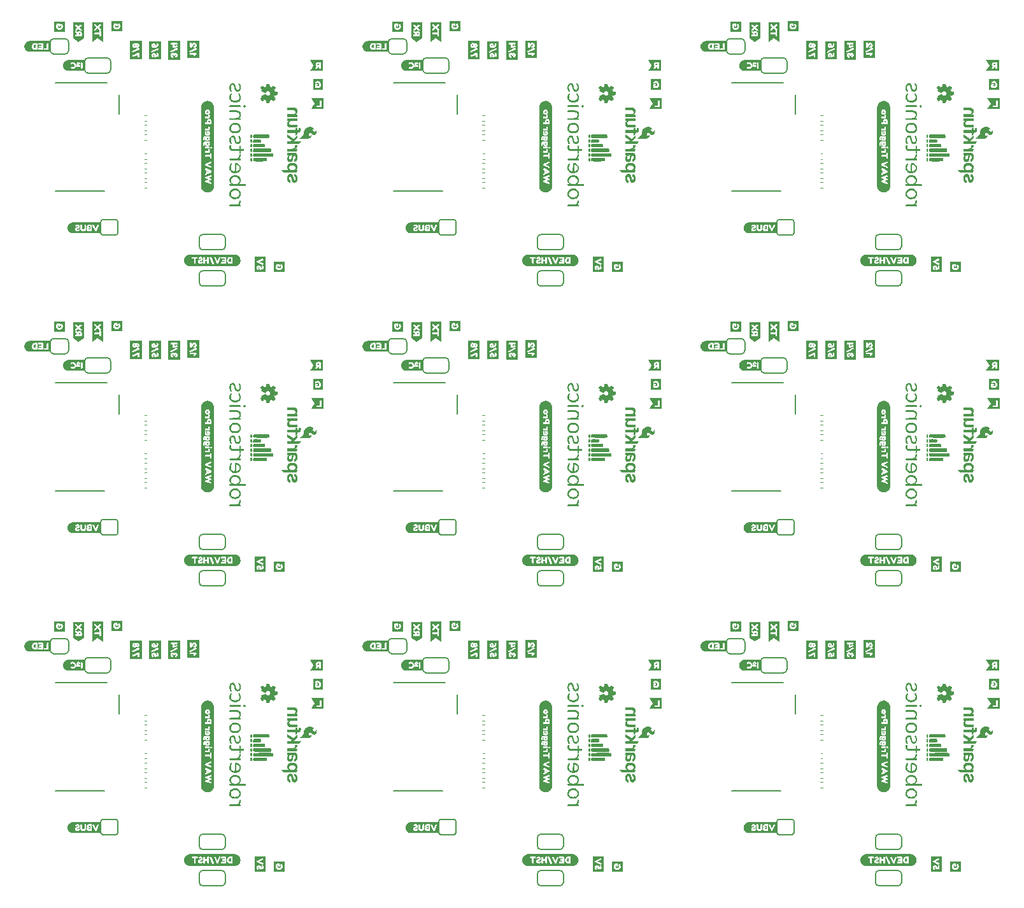
<source format=gbo>
%TF.GenerationSoftware,KiCad,Pcbnew,8.0.1*%
%TF.CreationDate,2024-05-21T10:24:44-06:00*%
%TF.ProjectId,SparkFun_Qwiic_WAV_Trigger_Pro_panelized,53706172-6b46-4756-9e5f-51776969635f,rev?*%
%TF.SameCoordinates,Original*%
%TF.FileFunction,Legend,Bot*%
%TF.FilePolarity,Positive*%
%FSLAX46Y46*%
G04 Gerber Fmt 4.6, Leading zero omitted, Abs format (unit mm)*
G04 Created by KiCad (PCBNEW 8.0.1) date 2024-05-21 10:24:44*
%MOMM*%
%LPD*%
G01*
G04 APERTURE LIST*
%ADD10C,0.152400*%
%ADD11C,0.000000*%
%ADD12C,0.018437*%
%ADD13C,0.120000*%
%ADD14C,0.203200*%
G04 APERTURE END LIST*
D10*
%TO.C,JP1*%
X115477800Y86648800D02*
X115477800Y85531200D01*
X115935000Y87106000D02*
X118475000Y87106000D01*
X118475000Y85074000D02*
X115935000Y85074000D01*
X118932200Y86648800D02*
X118932200Y85531200D01*
X115477800Y86648800D02*
G75*
G02*
X115935000Y87106000I457201J-1D01*
G01*
X115935000Y85074000D02*
G75*
G02*
X115477800Y85531200I1J457201D01*
G01*
X118475000Y87106000D02*
G75*
G02*
X118932200Y86648800I0J-457200D01*
G01*
X118932200Y85531200D02*
G75*
G02*
X118475000Y85074000I-457200J0D01*
G01*
X115477800Y46778800D02*
X115477800Y45661200D01*
X115935000Y47236000D02*
X118475000Y47236000D01*
X118475000Y45204000D02*
X115935000Y45204000D01*
X118932200Y46778800D02*
X118932200Y45661200D01*
X115477800Y46778800D02*
G75*
G02*
X115935000Y47236000I457201J-1D01*
G01*
X115935000Y45204000D02*
G75*
G02*
X115477800Y45661200I1J457201D01*
G01*
X118475000Y47236000D02*
G75*
G02*
X118932200Y46778800I0J-457200D01*
G01*
X118932200Y45661200D02*
G75*
G02*
X118475000Y45204000I-457200J0D01*
G01*
X115477800Y6908800D02*
X115477800Y5791200D01*
X115935000Y7366000D02*
X118475000Y7366000D01*
X118475000Y5334000D02*
X115935000Y5334000D01*
X118932200Y6908800D02*
X118932200Y5791200D01*
X115477800Y6908800D02*
G75*
G02*
X115935000Y7366000I457201J-1D01*
G01*
X115935000Y5334000D02*
G75*
G02*
X115477800Y5791200I1J457201D01*
G01*
X118475000Y7366000D02*
G75*
G02*
X118932200Y6908800I0J-457200D01*
G01*
X118932200Y5791200D02*
G75*
G02*
X118475000Y5334000I-457200J0D01*
G01*
X70527800Y86648800D02*
X70527800Y85531200D01*
X70985000Y87106000D02*
X73525000Y87106000D01*
X73525000Y85074000D02*
X70985000Y85074000D01*
X73982200Y86648800D02*
X73982200Y85531200D01*
X70527800Y86648800D02*
G75*
G02*
X70985000Y87106000I457201J-1D01*
G01*
X70985000Y85074000D02*
G75*
G02*
X70527800Y85531200I1J457201D01*
G01*
X73525000Y87106000D02*
G75*
G02*
X73982200Y86648800I0J-457200D01*
G01*
X73982200Y85531200D02*
G75*
G02*
X73525000Y85074000I-457200J0D01*
G01*
X70527800Y46778800D02*
X70527800Y45661200D01*
X70985000Y47236000D02*
X73525000Y47236000D01*
X73525000Y45204000D02*
X70985000Y45204000D01*
X73982200Y46778800D02*
X73982200Y45661200D01*
X70527800Y46778800D02*
G75*
G02*
X70985000Y47236000I457201J-1D01*
G01*
X70985000Y45204000D02*
G75*
G02*
X70527800Y45661200I1J457201D01*
G01*
X73525000Y47236000D02*
G75*
G02*
X73982200Y46778800I0J-457200D01*
G01*
X73982200Y45661200D02*
G75*
G02*
X73525000Y45204000I-457200J0D01*
G01*
X70527800Y6908800D02*
X70527800Y5791200D01*
X70985000Y7366000D02*
X73525000Y7366000D01*
X73525000Y5334000D02*
X70985000Y5334000D01*
X73982200Y6908800D02*
X73982200Y5791200D01*
X70527800Y6908800D02*
G75*
G02*
X70985000Y7366000I457201J-1D01*
G01*
X70985000Y5334000D02*
G75*
G02*
X70527800Y5791200I1J457201D01*
G01*
X73525000Y7366000D02*
G75*
G02*
X73982200Y6908800I0J-457200D01*
G01*
X73982200Y5791200D02*
G75*
G02*
X73525000Y5334000I-457200J0D01*
G01*
X25577800Y86648800D02*
X25577800Y85531200D01*
X26035000Y87106000D02*
X28575000Y87106000D01*
X28575000Y85074000D02*
X26035000Y85074000D01*
X29032200Y86648800D02*
X29032200Y85531200D01*
X25577800Y86648800D02*
G75*
G02*
X26035000Y87106000I457201J-1D01*
G01*
X26035000Y85074000D02*
G75*
G02*
X25577800Y85531200I1J457201D01*
G01*
X28575000Y87106000D02*
G75*
G02*
X29032200Y86648800I0J-457200D01*
G01*
X29032200Y85531200D02*
G75*
G02*
X28575000Y85074000I-457200J0D01*
G01*
X25577800Y46778800D02*
X25577800Y45661200D01*
X26035000Y47236000D02*
X28575000Y47236000D01*
X28575000Y45204000D02*
X26035000Y45204000D01*
X29032200Y46778800D02*
X29032200Y45661200D01*
X25577800Y46778800D02*
G75*
G02*
X26035000Y47236000I457201J-1D01*
G01*
X26035000Y45204000D02*
G75*
G02*
X25577800Y45661200I1J457201D01*
G01*
X28575000Y47236000D02*
G75*
G02*
X29032200Y46778800I0J-457200D01*
G01*
X29032200Y45661200D02*
G75*
G02*
X28575000Y45204000I-457200J0D01*
G01*
%TO.C,JP2*%
X115477800Y81822800D02*
X115477800Y80705200D01*
X115935000Y82280000D02*
X118475000Y82280000D01*
X118475000Y80248000D02*
X115935000Y80248000D01*
X118932200Y81822800D02*
X118932200Y80705200D01*
X115477800Y81822800D02*
G75*
G02*
X115935000Y82280000I457201J-1D01*
G01*
X115935000Y80248000D02*
G75*
G02*
X115477800Y80705200I1J457201D01*
G01*
X118475000Y82280000D02*
G75*
G02*
X118932200Y81822800I0J-457200D01*
G01*
X118932200Y80705200D02*
G75*
G02*
X118475000Y80248000I-457200J0D01*
G01*
X115477800Y41952800D02*
X115477800Y40835200D01*
X115935000Y42410000D02*
X118475000Y42410000D01*
X118475000Y40378000D02*
X115935000Y40378000D01*
X118932200Y41952800D02*
X118932200Y40835200D01*
X115477800Y41952800D02*
G75*
G02*
X115935000Y42410000I457201J-1D01*
G01*
X115935000Y40378000D02*
G75*
G02*
X115477800Y40835200I1J457201D01*
G01*
X118475000Y42410000D02*
G75*
G02*
X118932200Y41952800I0J-457200D01*
G01*
X118932200Y40835200D02*
G75*
G02*
X118475000Y40378000I-457200J0D01*
G01*
X115477800Y2082800D02*
X115477800Y965200D01*
X115935000Y2540000D02*
X118475000Y2540000D01*
X118475000Y508000D02*
X115935000Y508000D01*
X118932200Y2082800D02*
X118932200Y965200D01*
X115477800Y2082800D02*
G75*
G02*
X115935000Y2540000I457201J-1D01*
G01*
X115935000Y508000D02*
G75*
G02*
X115477800Y965200I1J457201D01*
G01*
X118475000Y2540000D02*
G75*
G02*
X118932200Y2082800I0J-457200D01*
G01*
X118932200Y965200D02*
G75*
G02*
X118475000Y508000I-457200J0D01*
G01*
X70527800Y81822800D02*
X70527800Y80705200D01*
X70985000Y82280000D02*
X73525000Y82280000D01*
X73525000Y80248000D02*
X70985000Y80248000D01*
X73982200Y81822800D02*
X73982200Y80705200D01*
X70527800Y81822800D02*
G75*
G02*
X70985000Y82280000I457201J-1D01*
G01*
X70985000Y80248000D02*
G75*
G02*
X70527800Y80705200I1J457201D01*
G01*
X73525000Y82280000D02*
G75*
G02*
X73982200Y81822800I0J-457200D01*
G01*
X73982200Y80705200D02*
G75*
G02*
X73525000Y80248000I-457200J0D01*
G01*
X70527800Y41952800D02*
X70527800Y40835200D01*
X70985000Y42410000D02*
X73525000Y42410000D01*
X73525000Y40378000D02*
X70985000Y40378000D01*
X73982200Y41952800D02*
X73982200Y40835200D01*
X70527800Y41952800D02*
G75*
G02*
X70985000Y42410000I457201J-1D01*
G01*
X70985000Y40378000D02*
G75*
G02*
X70527800Y40835200I1J457201D01*
G01*
X73525000Y42410000D02*
G75*
G02*
X73982200Y41952800I0J-457200D01*
G01*
X73982200Y40835200D02*
G75*
G02*
X73525000Y40378000I-457200J0D01*
G01*
X70527800Y2082800D02*
X70527800Y965200D01*
X70985000Y2540000D02*
X73525000Y2540000D01*
X73525000Y508000D02*
X70985000Y508000D01*
X73982200Y2082800D02*
X73982200Y965200D01*
X70527800Y2082800D02*
G75*
G02*
X70985000Y2540000I457201J-1D01*
G01*
X70985000Y508000D02*
G75*
G02*
X70527800Y965200I1J457201D01*
G01*
X73525000Y2540000D02*
G75*
G02*
X73982200Y2082800I0J-457200D01*
G01*
X73982200Y965200D02*
G75*
G02*
X73525000Y508000I-457200J0D01*
G01*
X25577800Y81822800D02*
X25577800Y80705200D01*
X26035000Y82280000D02*
X28575000Y82280000D01*
X28575000Y80248000D02*
X26035000Y80248000D01*
X29032200Y81822800D02*
X29032200Y80705200D01*
X25577800Y81822800D02*
G75*
G02*
X26035000Y82280000I457201J-1D01*
G01*
X26035000Y80248000D02*
G75*
G02*
X25577800Y80705200I1J457201D01*
G01*
X28575000Y82280000D02*
G75*
G02*
X29032200Y81822800I0J-457200D01*
G01*
X29032200Y80705200D02*
G75*
G02*
X28575000Y80248000I-457200J0D01*
G01*
X25577800Y41952800D02*
X25577800Y40835200D01*
X26035000Y42410000D02*
X28575000Y42410000D01*
X28575000Y40378000D02*
X26035000Y40378000D01*
X29032200Y41952800D02*
X29032200Y40835200D01*
X25577800Y41952800D02*
G75*
G02*
X26035000Y42410000I457201J-1D01*
G01*
X26035000Y40378000D02*
G75*
G02*
X25577800Y40835200I1J457201D01*
G01*
X28575000Y42410000D02*
G75*
G02*
X29032200Y41952800I0J-457200D01*
G01*
X29032200Y40835200D02*
G75*
G02*
X28575000Y40378000I-457200J0D01*
G01*
D11*
%TO.C,kibuzzard-664650C2*%
G36*
X109458635Y112309150D02*
G01*
X109475780Y112257080D01*
X109459270Y112194850D01*
X109416090Y112171990D01*
X109362750Y112189770D01*
X109346240Y112249460D01*
X109362115Y112310420D01*
X109413550Y112329470D01*
X109458635Y112309150D01*
G37*
G36*
X110362663Y112559340D02*
G01*
X110362663Y110674660D01*
X110362663Y110410077D01*
X108807337Y110410077D01*
X108807337Y110674660D01*
X108807337Y110968030D01*
X109127800Y110968030D01*
X109133356Y110899450D01*
X109150025Y110835950D01*
X109193840Y110749590D01*
X109216700Y110722920D01*
X109294170Y110674660D01*
X109380530Y110721650D01*
X109423710Y110800390D01*
X109381800Y110886750D01*
X109361480Y110960410D01*
X109380530Y111021370D01*
X109433870Y111042960D01*
X109486575Y111020100D01*
X109507530Y110964220D01*
X109489750Y110914690D01*
X109459270Y110843570D01*
X109484670Y110761020D01*
X109522770Y110704505D01*
X109559600Y110688630D01*
X109920280Y110735620D01*
X109955840Y110741970D01*
X109990765Y110756575D01*
X110024420Y110792135D01*
X110035850Y110852460D01*
X110034580Y111143290D01*
X110032040Y111187105D01*
X110019975Y111221395D01*
X109984415Y111249970D01*
X109915200Y111258860D01*
X109851700Y111250605D01*
X109818045Y111223300D01*
X109806615Y111190280D01*
X109804710Y111149640D01*
X109804710Y110954060D01*
X109737400Y110945170D01*
X109739940Y110966760D01*
X109739940Y110973110D01*
X109729992Y111050298D01*
X109700147Y111120994D01*
X109650405Y111185200D01*
X109587540Y111236000D01*
X109518325Y111266480D01*
X109442760Y111276640D01*
X109358587Y111266762D01*
X109283869Y111237129D01*
X109218605Y111187740D01*
X109168158Y111123817D01*
X109137889Y111050580D01*
X109127800Y110968030D01*
X108807337Y110968030D01*
X108807337Y111458250D01*
X109080175Y111458250D01*
X109097320Y111370620D01*
X109152565Y111300770D01*
X109231940Y111314740D01*
X110028230Y111695740D01*
X110089825Y111752255D01*
X110071410Y111839250D01*
X110012355Y111910370D01*
X109930440Y111892590D01*
X109141770Y111512860D01*
X109080175Y111458250D01*
X108807337Y111458250D01*
X108807337Y112254540D01*
X109129070Y112254540D01*
X109139865Y112161759D01*
X109172250Y112083231D01*
X109226225Y112018955D01*
X109299109Y111971330D01*
X109388221Y111942755D01*
X109493560Y111933230D01*
X109585965Y111938666D01*
X109671157Y111954972D01*
X109749135Y111982150D01*
X109819899Y112020200D01*
X109883450Y112069120D01*
X109949014Y112142224D01*
X109995845Y112225647D01*
X110023944Y112319389D01*
X110033310Y112423450D01*
X110030770Y112465995D01*
X110018070Y112499650D01*
X109983145Y112526955D01*
X109916470Y112535210D01*
X109850430Y112526320D01*
X109814870Y112497110D01*
X109802805Y112462185D01*
X109800900Y112418370D01*
X109790740Y112334709D01*
X109760260Y112271685D01*
X109717715Y112226441D01*
X109671360Y112196120D01*
X109684060Y112263430D01*
X109675241Y112339559D01*
X109648782Y112408774D01*
X109604685Y112471075D01*
X109548876Y112520111D01*
X109487281Y112549533D01*
X109419900Y112559340D01*
X109342783Y112549533D01*
X109273991Y112520111D01*
X109213525Y112471075D01*
X109166606Y112407787D01*
X109138454Y112335608D01*
X109129070Y112254540D01*
X108807337Y112254540D01*
X108807337Y112559340D01*
X108807337Y112823923D01*
X110362663Y112823923D01*
X110362663Y112559340D01*
G37*
G36*
X109458635Y72439150D02*
G01*
X109475780Y72387080D01*
X109459270Y72324850D01*
X109416090Y72301990D01*
X109362750Y72319770D01*
X109346240Y72379460D01*
X109362115Y72440420D01*
X109413550Y72459470D01*
X109458635Y72439150D01*
G37*
G36*
X110362663Y72689340D02*
G01*
X110362663Y70804660D01*
X110362663Y70540077D01*
X108807337Y70540077D01*
X108807337Y70804660D01*
X108807337Y71098030D01*
X109127800Y71098030D01*
X109133356Y71029450D01*
X109150025Y70965950D01*
X109193840Y70879590D01*
X109216700Y70852920D01*
X109294170Y70804660D01*
X109380530Y70851650D01*
X109423710Y70930390D01*
X109381800Y71016750D01*
X109361480Y71090410D01*
X109380530Y71151370D01*
X109433870Y71172960D01*
X109486575Y71150100D01*
X109507530Y71094220D01*
X109489750Y71044690D01*
X109459270Y70973570D01*
X109484670Y70891020D01*
X109522770Y70834505D01*
X109559600Y70818630D01*
X109920280Y70865620D01*
X109955840Y70871970D01*
X109990765Y70886575D01*
X110024420Y70922135D01*
X110035850Y70982460D01*
X110034580Y71273290D01*
X110032040Y71317105D01*
X110019975Y71351395D01*
X109984415Y71379970D01*
X109915200Y71388860D01*
X109851700Y71380605D01*
X109818045Y71353300D01*
X109806615Y71320280D01*
X109804710Y71279640D01*
X109804710Y71084060D01*
X109737400Y71075170D01*
X109739940Y71096760D01*
X109739940Y71103110D01*
X109729992Y71180298D01*
X109700147Y71250994D01*
X109650405Y71315200D01*
X109587540Y71366000D01*
X109518325Y71396480D01*
X109442760Y71406640D01*
X109358587Y71396762D01*
X109283869Y71367129D01*
X109218605Y71317740D01*
X109168158Y71253817D01*
X109137889Y71180580D01*
X109127800Y71098030D01*
X108807337Y71098030D01*
X108807337Y71588250D01*
X109080175Y71588250D01*
X109097320Y71500620D01*
X109152565Y71430770D01*
X109231940Y71444740D01*
X110028230Y71825740D01*
X110089825Y71882255D01*
X110071410Y71969250D01*
X110012355Y72040370D01*
X109930440Y72022590D01*
X109141770Y71642860D01*
X109080175Y71588250D01*
X108807337Y71588250D01*
X108807337Y72384540D01*
X109129070Y72384540D01*
X109139865Y72291759D01*
X109172250Y72213231D01*
X109226225Y72148955D01*
X109299109Y72101330D01*
X109388221Y72072755D01*
X109493560Y72063230D01*
X109585965Y72068666D01*
X109671157Y72084972D01*
X109749135Y72112150D01*
X109819899Y72150200D01*
X109883450Y72199120D01*
X109949014Y72272224D01*
X109995845Y72355647D01*
X110023944Y72449389D01*
X110033310Y72553450D01*
X110030770Y72595995D01*
X110018070Y72629650D01*
X109983145Y72656955D01*
X109916470Y72665210D01*
X109850430Y72656320D01*
X109814870Y72627110D01*
X109802805Y72592185D01*
X109800900Y72548370D01*
X109790740Y72464709D01*
X109760260Y72401685D01*
X109717715Y72356441D01*
X109671360Y72326120D01*
X109684060Y72393430D01*
X109675241Y72469559D01*
X109648782Y72538774D01*
X109604685Y72601075D01*
X109548876Y72650111D01*
X109487281Y72679533D01*
X109419900Y72689340D01*
X109342783Y72679533D01*
X109273991Y72650111D01*
X109213525Y72601075D01*
X109166606Y72537787D01*
X109138454Y72465608D01*
X109129070Y72384540D01*
X108807337Y72384540D01*
X108807337Y72689340D01*
X108807337Y72953923D01*
X110362663Y72953923D01*
X110362663Y72689340D01*
G37*
G36*
X109458635Y32569150D02*
G01*
X109475780Y32517080D01*
X109459270Y32454850D01*
X109416090Y32431990D01*
X109362750Y32449770D01*
X109346240Y32509460D01*
X109362115Y32570420D01*
X109413550Y32589470D01*
X109458635Y32569150D01*
G37*
G36*
X110362663Y32819340D02*
G01*
X110362663Y30934660D01*
X110362663Y30670077D01*
X108807337Y30670077D01*
X108807337Y30934660D01*
X108807337Y31228030D01*
X109127800Y31228030D01*
X109133356Y31159450D01*
X109150025Y31095950D01*
X109193840Y31009590D01*
X109216700Y30982920D01*
X109294170Y30934660D01*
X109380530Y30981650D01*
X109423710Y31060390D01*
X109381800Y31146750D01*
X109361480Y31220410D01*
X109380530Y31281370D01*
X109433870Y31302960D01*
X109486575Y31280100D01*
X109507530Y31224220D01*
X109489750Y31174690D01*
X109459270Y31103570D01*
X109484670Y31021020D01*
X109522770Y30964505D01*
X109559600Y30948630D01*
X109920280Y30995620D01*
X109955840Y31001970D01*
X109990765Y31016575D01*
X110024420Y31052135D01*
X110035850Y31112460D01*
X110034580Y31403290D01*
X110032040Y31447105D01*
X110019975Y31481395D01*
X109984415Y31509970D01*
X109915200Y31518860D01*
X109851700Y31510605D01*
X109818045Y31483300D01*
X109806615Y31450280D01*
X109804710Y31409640D01*
X109804710Y31214060D01*
X109737400Y31205170D01*
X109739940Y31226760D01*
X109739940Y31233110D01*
X109729992Y31310298D01*
X109700147Y31380994D01*
X109650405Y31445200D01*
X109587540Y31496000D01*
X109518325Y31526480D01*
X109442760Y31536640D01*
X109358587Y31526762D01*
X109283869Y31497129D01*
X109218605Y31447740D01*
X109168158Y31383817D01*
X109137889Y31310580D01*
X109127800Y31228030D01*
X108807337Y31228030D01*
X108807337Y31718250D01*
X109080175Y31718250D01*
X109097320Y31630620D01*
X109152565Y31560770D01*
X109231940Y31574740D01*
X110028230Y31955740D01*
X110089825Y32012255D01*
X110071410Y32099250D01*
X110012355Y32170370D01*
X109930440Y32152590D01*
X109141770Y31772860D01*
X109080175Y31718250D01*
X108807337Y31718250D01*
X108807337Y32514540D01*
X109129070Y32514540D01*
X109139865Y32421759D01*
X109172250Y32343231D01*
X109226225Y32278955D01*
X109299109Y32231330D01*
X109388221Y32202755D01*
X109493560Y32193230D01*
X109585965Y32198666D01*
X109671157Y32214972D01*
X109749135Y32242150D01*
X109819899Y32280200D01*
X109883450Y32329120D01*
X109949014Y32402224D01*
X109995845Y32485647D01*
X110023944Y32579389D01*
X110033310Y32683450D01*
X110030770Y32725995D01*
X110018070Y32759650D01*
X109983145Y32786955D01*
X109916470Y32795210D01*
X109850430Y32786320D01*
X109814870Y32757110D01*
X109802805Y32722185D01*
X109800900Y32678370D01*
X109790740Y32594709D01*
X109760260Y32531685D01*
X109717715Y32486441D01*
X109671360Y32456120D01*
X109684060Y32523430D01*
X109675241Y32599559D01*
X109648782Y32668774D01*
X109604685Y32731075D01*
X109548876Y32780111D01*
X109487281Y32809533D01*
X109419900Y32819340D01*
X109342783Y32809533D01*
X109273991Y32780111D01*
X109213525Y32731075D01*
X109166606Y32667787D01*
X109138454Y32595608D01*
X109129070Y32514540D01*
X108807337Y32514540D01*
X108807337Y32819340D01*
X108807337Y33083923D01*
X110362663Y33083923D01*
X110362663Y32819340D01*
G37*
G36*
X64508635Y112309150D02*
G01*
X64525780Y112257080D01*
X64509270Y112194850D01*
X64466090Y112171990D01*
X64412750Y112189770D01*
X64396240Y112249460D01*
X64412115Y112310420D01*
X64463550Y112329470D01*
X64508635Y112309150D01*
G37*
G36*
X65412663Y112559340D02*
G01*
X65412663Y110674660D01*
X65412663Y110410077D01*
X63857337Y110410077D01*
X63857337Y110674660D01*
X63857337Y110968030D01*
X64177800Y110968030D01*
X64183356Y110899450D01*
X64200025Y110835950D01*
X64243840Y110749590D01*
X64266700Y110722920D01*
X64344170Y110674660D01*
X64430530Y110721650D01*
X64473710Y110800390D01*
X64431800Y110886750D01*
X64411480Y110960410D01*
X64430530Y111021370D01*
X64483870Y111042960D01*
X64536575Y111020100D01*
X64557530Y110964220D01*
X64539750Y110914690D01*
X64509270Y110843570D01*
X64534670Y110761020D01*
X64572770Y110704505D01*
X64609600Y110688630D01*
X64970280Y110735620D01*
X65005840Y110741970D01*
X65040765Y110756575D01*
X65074420Y110792135D01*
X65085850Y110852460D01*
X65084580Y111143290D01*
X65082040Y111187105D01*
X65069975Y111221395D01*
X65034415Y111249970D01*
X64965200Y111258860D01*
X64901700Y111250605D01*
X64868045Y111223300D01*
X64856615Y111190280D01*
X64854710Y111149640D01*
X64854710Y110954060D01*
X64787400Y110945170D01*
X64789940Y110966760D01*
X64789940Y110973110D01*
X64779992Y111050298D01*
X64750147Y111120994D01*
X64700405Y111185200D01*
X64637540Y111236000D01*
X64568325Y111266480D01*
X64492760Y111276640D01*
X64408587Y111266762D01*
X64333869Y111237129D01*
X64268605Y111187740D01*
X64218158Y111123817D01*
X64187889Y111050580D01*
X64177800Y110968030D01*
X63857337Y110968030D01*
X63857337Y111458250D01*
X64130175Y111458250D01*
X64147320Y111370620D01*
X64202565Y111300770D01*
X64281940Y111314740D01*
X65078230Y111695740D01*
X65139825Y111752255D01*
X65121410Y111839250D01*
X65062355Y111910370D01*
X64980440Y111892590D01*
X64191770Y111512860D01*
X64130175Y111458250D01*
X63857337Y111458250D01*
X63857337Y112254540D01*
X64179070Y112254540D01*
X64189865Y112161759D01*
X64222250Y112083231D01*
X64276225Y112018955D01*
X64349109Y111971330D01*
X64438221Y111942755D01*
X64543560Y111933230D01*
X64635965Y111938666D01*
X64721157Y111954972D01*
X64799135Y111982150D01*
X64869899Y112020200D01*
X64933450Y112069120D01*
X64999014Y112142224D01*
X65045845Y112225647D01*
X65073944Y112319389D01*
X65083310Y112423450D01*
X65080770Y112465995D01*
X65068070Y112499650D01*
X65033145Y112526955D01*
X64966470Y112535210D01*
X64900430Y112526320D01*
X64864870Y112497110D01*
X64852805Y112462185D01*
X64850900Y112418370D01*
X64840740Y112334709D01*
X64810260Y112271685D01*
X64767715Y112226441D01*
X64721360Y112196120D01*
X64734060Y112263430D01*
X64725241Y112339559D01*
X64698782Y112408774D01*
X64654685Y112471075D01*
X64598876Y112520111D01*
X64537281Y112549533D01*
X64469900Y112559340D01*
X64392783Y112549533D01*
X64323991Y112520111D01*
X64263525Y112471075D01*
X64216606Y112407787D01*
X64188454Y112335608D01*
X64179070Y112254540D01*
X63857337Y112254540D01*
X63857337Y112559340D01*
X63857337Y112823923D01*
X65412663Y112823923D01*
X65412663Y112559340D01*
G37*
G36*
X64508635Y72439150D02*
G01*
X64525780Y72387080D01*
X64509270Y72324850D01*
X64466090Y72301990D01*
X64412750Y72319770D01*
X64396240Y72379460D01*
X64412115Y72440420D01*
X64463550Y72459470D01*
X64508635Y72439150D01*
G37*
G36*
X65412663Y72689340D02*
G01*
X65412663Y70804660D01*
X65412663Y70540077D01*
X63857337Y70540077D01*
X63857337Y70804660D01*
X63857337Y71098030D01*
X64177800Y71098030D01*
X64183356Y71029450D01*
X64200025Y70965950D01*
X64243840Y70879590D01*
X64266700Y70852920D01*
X64344170Y70804660D01*
X64430530Y70851650D01*
X64473710Y70930390D01*
X64431800Y71016750D01*
X64411480Y71090410D01*
X64430530Y71151370D01*
X64483870Y71172960D01*
X64536575Y71150100D01*
X64557530Y71094220D01*
X64539750Y71044690D01*
X64509270Y70973570D01*
X64534670Y70891020D01*
X64572770Y70834505D01*
X64609600Y70818630D01*
X64970280Y70865620D01*
X65005840Y70871970D01*
X65040765Y70886575D01*
X65074420Y70922135D01*
X65085850Y70982460D01*
X65084580Y71273290D01*
X65082040Y71317105D01*
X65069975Y71351395D01*
X65034415Y71379970D01*
X64965200Y71388860D01*
X64901700Y71380605D01*
X64868045Y71353300D01*
X64856615Y71320280D01*
X64854710Y71279640D01*
X64854710Y71084060D01*
X64787400Y71075170D01*
X64789940Y71096760D01*
X64789940Y71103110D01*
X64779992Y71180298D01*
X64750147Y71250994D01*
X64700405Y71315200D01*
X64637540Y71366000D01*
X64568325Y71396480D01*
X64492760Y71406640D01*
X64408587Y71396762D01*
X64333869Y71367129D01*
X64268605Y71317740D01*
X64218158Y71253817D01*
X64187889Y71180580D01*
X64177800Y71098030D01*
X63857337Y71098030D01*
X63857337Y71588250D01*
X64130175Y71588250D01*
X64147320Y71500620D01*
X64202565Y71430770D01*
X64281940Y71444740D01*
X65078230Y71825740D01*
X65139825Y71882255D01*
X65121410Y71969250D01*
X65062355Y72040370D01*
X64980440Y72022590D01*
X64191770Y71642860D01*
X64130175Y71588250D01*
X63857337Y71588250D01*
X63857337Y72384540D01*
X64179070Y72384540D01*
X64189865Y72291759D01*
X64222250Y72213231D01*
X64276225Y72148955D01*
X64349109Y72101330D01*
X64438221Y72072755D01*
X64543560Y72063230D01*
X64635965Y72068666D01*
X64721157Y72084972D01*
X64799135Y72112150D01*
X64869899Y72150200D01*
X64933450Y72199120D01*
X64999014Y72272224D01*
X65045845Y72355647D01*
X65073944Y72449389D01*
X65083310Y72553450D01*
X65080770Y72595995D01*
X65068070Y72629650D01*
X65033145Y72656955D01*
X64966470Y72665210D01*
X64900430Y72656320D01*
X64864870Y72627110D01*
X64852805Y72592185D01*
X64850900Y72548370D01*
X64840740Y72464709D01*
X64810260Y72401685D01*
X64767715Y72356441D01*
X64721360Y72326120D01*
X64734060Y72393430D01*
X64725241Y72469559D01*
X64698782Y72538774D01*
X64654685Y72601075D01*
X64598876Y72650111D01*
X64537281Y72679533D01*
X64469900Y72689340D01*
X64392783Y72679533D01*
X64323991Y72650111D01*
X64263525Y72601075D01*
X64216606Y72537787D01*
X64188454Y72465608D01*
X64179070Y72384540D01*
X63857337Y72384540D01*
X63857337Y72689340D01*
X63857337Y72953923D01*
X65412663Y72953923D01*
X65412663Y72689340D01*
G37*
G36*
X64508635Y32569150D02*
G01*
X64525780Y32517080D01*
X64509270Y32454850D01*
X64466090Y32431990D01*
X64412750Y32449770D01*
X64396240Y32509460D01*
X64412115Y32570420D01*
X64463550Y32589470D01*
X64508635Y32569150D01*
G37*
G36*
X65412663Y32819340D02*
G01*
X65412663Y30934660D01*
X65412663Y30670077D01*
X63857337Y30670077D01*
X63857337Y30934660D01*
X63857337Y31228030D01*
X64177800Y31228030D01*
X64183356Y31159450D01*
X64200025Y31095950D01*
X64243840Y31009590D01*
X64266700Y30982920D01*
X64344170Y30934660D01*
X64430530Y30981650D01*
X64473710Y31060390D01*
X64431800Y31146750D01*
X64411480Y31220410D01*
X64430530Y31281370D01*
X64483870Y31302960D01*
X64536575Y31280100D01*
X64557530Y31224220D01*
X64539750Y31174690D01*
X64509270Y31103570D01*
X64534670Y31021020D01*
X64572770Y30964505D01*
X64609600Y30948630D01*
X64970280Y30995620D01*
X65005840Y31001970D01*
X65040765Y31016575D01*
X65074420Y31052135D01*
X65085850Y31112460D01*
X65084580Y31403290D01*
X65082040Y31447105D01*
X65069975Y31481395D01*
X65034415Y31509970D01*
X64965200Y31518860D01*
X64901700Y31510605D01*
X64868045Y31483300D01*
X64856615Y31450280D01*
X64854710Y31409640D01*
X64854710Y31214060D01*
X64787400Y31205170D01*
X64789940Y31226760D01*
X64789940Y31233110D01*
X64779992Y31310298D01*
X64750147Y31380994D01*
X64700405Y31445200D01*
X64637540Y31496000D01*
X64568325Y31526480D01*
X64492760Y31536640D01*
X64408587Y31526762D01*
X64333869Y31497129D01*
X64268605Y31447740D01*
X64218158Y31383817D01*
X64187889Y31310580D01*
X64177800Y31228030D01*
X63857337Y31228030D01*
X63857337Y31718250D01*
X64130175Y31718250D01*
X64147320Y31630620D01*
X64202565Y31560770D01*
X64281940Y31574740D01*
X65078230Y31955740D01*
X65139825Y32012255D01*
X65121410Y32099250D01*
X65062355Y32170370D01*
X64980440Y32152590D01*
X64191770Y31772860D01*
X64130175Y31718250D01*
X63857337Y31718250D01*
X63857337Y32514540D01*
X64179070Y32514540D01*
X64189865Y32421759D01*
X64222250Y32343231D01*
X64276225Y32278955D01*
X64349109Y32231330D01*
X64438221Y32202755D01*
X64543560Y32193230D01*
X64635965Y32198666D01*
X64721157Y32214972D01*
X64799135Y32242150D01*
X64869899Y32280200D01*
X64933450Y32329120D01*
X64999014Y32402224D01*
X65045845Y32485647D01*
X65073944Y32579389D01*
X65083310Y32683450D01*
X65080770Y32725995D01*
X65068070Y32759650D01*
X65033145Y32786955D01*
X64966470Y32795210D01*
X64900430Y32786320D01*
X64864870Y32757110D01*
X64852805Y32722185D01*
X64850900Y32678370D01*
X64840740Y32594709D01*
X64810260Y32531685D01*
X64767715Y32486441D01*
X64721360Y32456120D01*
X64734060Y32523430D01*
X64725241Y32599559D01*
X64698782Y32668774D01*
X64654685Y32731075D01*
X64598876Y32780111D01*
X64537281Y32809533D01*
X64469900Y32819340D01*
X64392783Y32809533D01*
X64323991Y32780111D01*
X64263525Y32731075D01*
X64216606Y32667787D01*
X64188454Y32595608D01*
X64179070Y32514540D01*
X63857337Y32514540D01*
X63857337Y32819340D01*
X63857337Y33083923D01*
X65412663Y33083923D01*
X65412663Y32819340D01*
G37*
G36*
X19558635Y112309150D02*
G01*
X19575780Y112257080D01*
X19559270Y112194850D01*
X19516090Y112171990D01*
X19462750Y112189770D01*
X19446240Y112249460D01*
X19462115Y112310420D01*
X19513550Y112329470D01*
X19558635Y112309150D01*
G37*
G36*
X20462663Y112559340D02*
G01*
X20462663Y110674660D01*
X20462663Y110410077D01*
X18907337Y110410077D01*
X18907337Y110674660D01*
X18907337Y110968030D01*
X19227800Y110968030D01*
X19233356Y110899450D01*
X19250025Y110835950D01*
X19293840Y110749590D01*
X19316700Y110722920D01*
X19394170Y110674660D01*
X19480530Y110721650D01*
X19523710Y110800390D01*
X19481800Y110886750D01*
X19461480Y110960410D01*
X19480530Y111021370D01*
X19533870Y111042960D01*
X19586575Y111020100D01*
X19607530Y110964220D01*
X19589750Y110914690D01*
X19559270Y110843570D01*
X19584670Y110761020D01*
X19622770Y110704505D01*
X19659600Y110688630D01*
X20020280Y110735620D01*
X20055840Y110741970D01*
X20090765Y110756575D01*
X20124420Y110792135D01*
X20135850Y110852460D01*
X20134580Y111143290D01*
X20132040Y111187105D01*
X20119975Y111221395D01*
X20084415Y111249970D01*
X20015200Y111258860D01*
X19951700Y111250605D01*
X19918045Y111223300D01*
X19906615Y111190280D01*
X19904710Y111149640D01*
X19904710Y110954060D01*
X19837400Y110945170D01*
X19839940Y110966760D01*
X19839940Y110973110D01*
X19829992Y111050298D01*
X19800147Y111120994D01*
X19750405Y111185200D01*
X19687540Y111236000D01*
X19618325Y111266480D01*
X19542760Y111276640D01*
X19458587Y111266762D01*
X19383869Y111237129D01*
X19318605Y111187740D01*
X19268158Y111123817D01*
X19237889Y111050580D01*
X19227800Y110968030D01*
X18907337Y110968030D01*
X18907337Y111458250D01*
X19180175Y111458250D01*
X19197320Y111370620D01*
X19252565Y111300770D01*
X19331940Y111314740D01*
X20128230Y111695740D01*
X20189825Y111752255D01*
X20171410Y111839250D01*
X20112355Y111910370D01*
X20030440Y111892590D01*
X19241770Y111512860D01*
X19180175Y111458250D01*
X18907337Y111458250D01*
X18907337Y112254540D01*
X19229070Y112254540D01*
X19239865Y112161759D01*
X19272250Y112083231D01*
X19326225Y112018955D01*
X19399109Y111971330D01*
X19488221Y111942755D01*
X19593560Y111933230D01*
X19685965Y111938666D01*
X19771157Y111954972D01*
X19849135Y111982150D01*
X19919899Y112020200D01*
X19983450Y112069120D01*
X20049014Y112142224D01*
X20095845Y112225647D01*
X20123944Y112319389D01*
X20133310Y112423450D01*
X20130770Y112465995D01*
X20118070Y112499650D01*
X20083145Y112526955D01*
X20016470Y112535210D01*
X19950430Y112526320D01*
X19914870Y112497110D01*
X19902805Y112462185D01*
X19900900Y112418370D01*
X19890740Y112334709D01*
X19860260Y112271685D01*
X19817715Y112226441D01*
X19771360Y112196120D01*
X19784060Y112263430D01*
X19775241Y112339559D01*
X19748782Y112408774D01*
X19704685Y112471075D01*
X19648876Y112520111D01*
X19587281Y112549533D01*
X19519900Y112559340D01*
X19442783Y112549533D01*
X19373991Y112520111D01*
X19313525Y112471075D01*
X19266606Y112407787D01*
X19238454Y112335608D01*
X19229070Y112254540D01*
X18907337Y112254540D01*
X18907337Y112559340D01*
X18907337Y112823923D01*
X20462663Y112823923D01*
X20462663Y112559340D01*
G37*
G36*
X19558635Y72439150D02*
G01*
X19575780Y72387080D01*
X19559270Y72324850D01*
X19516090Y72301990D01*
X19462750Y72319770D01*
X19446240Y72379460D01*
X19462115Y72440420D01*
X19513550Y72459470D01*
X19558635Y72439150D01*
G37*
G36*
X20462663Y72689340D02*
G01*
X20462663Y70804660D01*
X20462663Y70540077D01*
X18907337Y70540077D01*
X18907337Y70804660D01*
X18907337Y71098030D01*
X19227800Y71098030D01*
X19233356Y71029450D01*
X19250025Y70965950D01*
X19293840Y70879590D01*
X19316700Y70852920D01*
X19394170Y70804660D01*
X19480530Y70851650D01*
X19523710Y70930390D01*
X19481800Y71016750D01*
X19461480Y71090410D01*
X19480530Y71151370D01*
X19533870Y71172960D01*
X19586575Y71150100D01*
X19607530Y71094220D01*
X19589750Y71044690D01*
X19559270Y70973570D01*
X19584670Y70891020D01*
X19622770Y70834505D01*
X19659600Y70818630D01*
X20020280Y70865620D01*
X20055840Y70871970D01*
X20090765Y70886575D01*
X20124420Y70922135D01*
X20135850Y70982460D01*
X20134580Y71273290D01*
X20132040Y71317105D01*
X20119975Y71351395D01*
X20084415Y71379970D01*
X20015200Y71388860D01*
X19951700Y71380605D01*
X19918045Y71353300D01*
X19906615Y71320280D01*
X19904710Y71279640D01*
X19904710Y71084060D01*
X19837400Y71075170D01*
X19839940Y71096760D01*
X19839940Y71103110D01*
X19829992Y71180298D01*
X19800147Y71250994D01*
X19750405Y71315200D01*
X19687540Y71366000D01*
X19618325Y71396480D01*
X19542760Y71406640D01*
X19458587Y71396762D01*
X19383869Y71367129D01*
X19318605Y71317740D01*
X19268158Y71253817D01*
X19237889Y71180580D01*
X19227800Y71098030D01*
X18907337Y71098030D01*
X18907337Y71588250D01*
X19180175Y71588250D01*
X19197320Y71500620D01*
X19252565Y71430770D01*
X19331940Y71444740D01*
X20128230Y71825740D01*
X20189825Y71882255D01*
X20171410Y71969250D01*
X20112355Y72040370D01*
X20030440Y72022590D01*
X19241770Y71642860D01*
X19180175Y71588250D01*
X18907337Y71588250D01*
X18907337Y72384540D01*
X19229070Y72384540D01*
X19239865Y72291759D01*
X19272250Y72213231D01*
X19326225Y72148955D01*
X19399109Y72101330D01*
X19488221Y72072755D01*
X19593560Y72063230D01*
X19685965Y72068666D01*
X19771157Y72084972D01*
X19849135Y72112150D01*
X19919899Y72150200D01*
X19983450Y72199120D01*
X20049014Y72272224D01*
X20095845Y72355647D01*
X20123944Y72449389D01*
X20133310Y72553450D01*
X20130770Y72595995D01*
X20118070Y72629650D01*
X20083145Y72656955D01*
X20016470Y72665210D01*
X19950430Y72656320D01*
X19914870Y72627110D01*
X19902805Y72592185D01*
X19900900Y72548370D01*
X19890740Y72464709D01*
X19860260Y72401685D01*
X19817715Y72356441D01*
X19771360Y72326120D01*
X19784060Y72393430D01*
X19775241Y72469559D01*
X19748782Y72538774D01*
X19704685Y72601075D01*
X19648876Y72650111D01*
X19587281Y72679533D01*
X19519900Y72689340D01*
X19442783Y72679533D01*
X19373991Y72650111D01*
X19313525Y72601075D01*
X19266606Y72537787D01*
X19238454Y72465608D01*
X19229070Y72384540D01*
X18907337Y72384540D01*
X18907337Y72689340D01*
X18907337Y72953923D01*
X20462663Y72953923D01*
X20462663Y72689340D01*
G37*
%TO.C,kibuzzard-66464E55*%
G36*
X119680230Y83469990D02*
G01*
X119577360Y83469990D01*
X119497033Y83485389D01*
X119428770Y83531585D01*
X119382098Y83599689D01*
X119366540Y83680810D01*
X119382098Y83762090D01*
X119428770Y83830670D01*
X119497350Y83877342D01*
X119578630Y83892900D01*
X119680230Y83892900D01*
X119680230Y83469990D01*
G37*
G36*
X120253448Y84450919D02*
G01*
X120328938Y84439721D01*
X120402967Y84421177D01*
X120474822Y84395467D01*
X120543811Y84362838D01*
X120609270Y84323603D01*
X120670568Y84278142D01*
X120727114Y84226891D01*
X120778365Y84170344D01*
X120823827Y84109047D01*
X120863061Y84043588D01*
X120895691Y83974599D01*
X120921401Y83902744D01*
X120939944Y83828715D01*
X120951142Y83753224D01*
X120954887Y83677000D01*
X120951142Y83600776D01*
X120939944Y83525285D01*
X120921401Y83451256D01*
X120895691Y83379401D01*
X120863061Y83310412D01*
X120823827Y83244953D01*
X120778365Y83183656D01*
X120727114Y83127109D01*
X120670568Y83075858D01*
X120609270Y83030397D01*
X120543811Y82991162D01*
X120474822Y82958533D01*
X120402967Y82932823D01*
X120328938Y82914279D01*
X120253448Y82903081D01*
X120177223Y82899337D01*
X119912640Y82899337D01*
X119797070Y82899337D01*
X118952520Y82899337D01*
X117885720Y82899337D01*
X117262150Y82899337D01*
X116653820Y82899337D01*
X115635280Y82899337D01*
X114885980Y82899337D01*
X114497360Y82899337D01*
X114232777Y82899337D01*
X114156552Y82903081D01*
X114081062Y82914279D01*
X114007033Y82932823D01*
X113935178Y82958533D01*
X113866189Y82991162D01*
X113800730Y83030397D01*
X113739432Y83075858D01*
X113682886Y83127109D01*
X113631635Y83183656D01*
X113586173Y83244953D01*
X113546939Y83310412D01*
X113514309Y83379401D01*
X113488599Y83451256D01*
X113470056Y83525285D01*
X113458858Y83600776D01*
X113455113Y83677000D01*
X113458858Y83753224D01*
X113470056Y83828715D01*
X113488599Y83902744D01*
X113514309Y83974599D01*
X113539940Y84028790D01*
X114497360Y84028790D01*
X114504980Y83972910D01*
X114529745Y83943065D01*
X114558955Y83932905D01*
X114595150Y83931000D01*
X114770410Y83931000D01*
X114770410Y83349340D01*
X114772315Y83306795D01*
X114784380Y83273140D01*
X114819940Y83245200D01*
X114885980Y83236310D01*
X114951385Y83245200D01*
X114985675Y83273775D01*
X114997105Y83308065D01*
X114999010Y83350610D01*
X114999010Y83523330D01*
X115308890Y83523330D01*
X115314288Y83462687D01*
X115330480Y83407760D01*
X115385725Y83322035D01*
X115463830Y83265520D01*
X115550825Y83233135D01*
X115635280Y83223610D01*
X115706400Y83229325D01*
X115766090Y83243295D01*
X115814985Y83264250D01*
X115854355Y83288380D01*
X115884835Y83313145D01*
X115907060Y83335370D01*
X115921030Y83353150D01*
X116015010Y83353150D01*
X116016915Y83309335D01*
X116028980Y83275045D01*
X116064540Y83246470D01*
X116131850Y83237580D01*
X116197890Y83246470D01*
X116233450Y83275680D01*
X116245515Y83310605D01*
X116247420Y83354420D01*
X116247420Y83581750D01*
X116536980Y83581750D01*
X116536980Y83353150D01*
X116538885Y83309335D01*
X116550950Y83275045D01*
X116586510Y83246470D01*
X116653820Y83237580D01*
X116719860Y83246470D01*
X116755420Y83275680D01*
X116767485Y83310605D01*
X116769390Y83354420D01*
X116769390Y84009740D01*
X116767485Y84052285D01*
X116755420Y84087210D01*
X116734548Y84104355D01*
X116810030Y84104355D01*
X116827810Y84022440D01*
X117207540Y83233770D01*
X117262150Y83172175D01*
X117349780Y83189320D01*
X117419630Y83244565D01*
X117405660Y83323940D01*
X117058081Y84050380D01*
X117460905Y84050380D01*
X117475510Y83962750D01*
X117776500Y83301080D01*
X117820315Y83254725D01*
X117885720Y83237580D01*
X117956840Y83253455D01*
X118000020Y83301080D01*
X118023129Y83351880D01*
X118368320Y83351880D01*
X118377210Y83285840D01*
X118406420Y83250280D01*
X118441345Y83238215D01*
X118485160Y83236310D01*
X118952520Y83236310D01*
X119018560Y83245200D01*
X119054120Y83274410D01*
X119066185Y83309335D01*
X119068090Y83353150D01*
X119068090Y83685890D01*
X119134130Y83685890D01*
X119142306Y83596553D01*
X119166833Y83513964D01*
X119207711Y83438121D01*
X119264940Y83369025D01*
X119333758Y83311518D01*
X119409403Y83270441D01*
X119491873Y83245795D01*
X119581170Y83237580D01*
X119797070Y83237580D01*
X119861205Y83246470D01*
X119896130Y83273775D01*
X119909465Y83309335D01*
X119912640Y83354420D01*
X119912640Y84011010D01*
X119910735Y84053555D01*
X119898670Y84088480D01*
X119863110Y84117055D01*
X119795800Y84125310D01*
X119577360Y84125310D01*
X119489730Y84117214D01*
X119408450Y84092925D01*
X119333520Y84052444D01*
X119264940Y83995770D01*
X119207711Y83927825D01*
X119166833Y83853530D01*
X119142306Y83772885D01*
X119134130Y83685890D01*
X119068090Y83685890D01*
X119068090Y84009740D01*
X119042055Y84100545D01*
X118948710Y84125310D01*
X118483890Y84125310D01*
X118440075Y84123405D01*
X118405785Y84111340D01*
X118377210Y84075780D01*
X118368320Y84008470D01*
X118377210Y83942430D01*
X118406420Y83906870D01*
X118441345Y83894805D01*
X118485160Y83892900D01*
X118835680Y83892900D01*
X118835680Y83779870D01*
X118600730Y83779870D01*
X118559455Y83777965D01*
X118528975Y83767805D01*
X118504845Y83737325D01*
X118497860Y83679540D01*
X118504845Y83623025D01*
X118529610Y83593815D01*
X118561360Y83583655D01*
X118603270Y83581750D01*
X118835680Y83581750D01*
X118835680Y83468720D01*
X118483890Y83468720D01*
X118440075Y83466815D01*
X118405785Y83454750D01*
X118377210Y83419190D01*
X118368320Y83351880D01*
X118023129Y83351880D01*
X118301010Y83962750D01*
X118313710Y84051015D01*
X118242590Y84111340D01*
X118147340Y84130390D01*
X118088920Y84058000D01*
X117888260Y83563970D01*
X117687600Y84058000D01*
X117627910Y84129755D01*
X117533930Y84111340D01*
X117460905Y84050380D01*
X117058081Y84050380D01*
X117024660Y84120230D01*
X116968145Y84181825D01*
X116881150Y84163410D01*
X116810030Y84104355D01*
X116734548Y84104355D01*
X116719860Y84116420D01*
X116652550Y84125310D01*
X116586510Y84116420D01*
X116550950Y84087210D01*
X116538885Y84052285D01*
X116536980Y84008470D01*
X116536980Y83779870D01*
X116247420Y83779870D01*
X116247420Y84009740D01*
X116245515Y84052285D01*
X116233450Y84087210D01*
X116197890Y84116420D01*
X116130580Y84125310D01*
X116064540Y84116420D01*
X116028980Y84087210D01*
X116016915Y84052285D01*
X116015010Y84008470D01*
X116015010Y83353150D01*
X115921030Y83353150D01*
X115928650Y83362040D01*
X115960400Y83444590D01*
X115907060Y83525870D01*
X115854284Y83555221D01*
X115799251Y83546754D01*
X115741960Y83500470D01*
X115690525Y83454115D01*
X115640360Y83442050D01*
X115565430Y83460465D01*
X115542570Y83519520D01*
X115575590Y83558890D01*
X115675285Y83588735D01*
X115735769Y83605086D01*
X115783870Y83622390D01*
X115854990Y83663030D01*
X115905790Y83717640D01*
X115936270Y83786220D01*
X115946430Y83868770D01*
X115936976Y83942218D01*
X115908612Y84006777D01*
X115861340Y84062445D01*
X115799674Y84105131D01*
X115728131Y84130743D01*
X115646710Y84139280D01*
X115550896Y84130813D01*
X115470039Y84105413D01*
X115404140Y84063080D01*
X115358420Y83997675D01*
X115388900Y83919570D01*
X115463830Y83857975D01*
X115548920Y83881470D01*
X115563525Y83893535D01*
X115581305Y83908140D01*
X115606070Y83917665D01*
X115647980Y83922110D01*
X115694970Y83906235D01*
X115715290Y83867500D01*
X115693065Y83826225D01*
X115642900Y83804000D01*
X115565430Y83788125D01*
X115484150Y83768440D01*
X115412236Y83735420D01*
X115356515Y83687160D01*
X115320796Y83618263D01*
X115308890Y83523330D01*
X114999010Y83523330D01*
X114999010Y83931000D01*
X115175540Y83931000D01*
X115211735Y83932905D01*
X115240310Y83943065D01*
X115264440Y83972910D01*
X115272060Y84030060D01*
X115264440Y84085305D01*
X115239675Y84114515D01*
X115210465Y84124675D01*
X115174270Y84126580D01*
X114593880Y84126580D01*
X114557685Y84124675D01*
X114529110Y84114515D01*
X114504980Y84084670D01*
X114497360Y84028790D01*
X113539940Y84028790D01*
X113546939Y84043588D01*
X113586173Y84109047D01*
X113631635Y84170344D01*
X113682886Y84226891D01*
X113739432Y84278142D01*
X113800730Y84323603D01*
X113866189Y84362838D01*
X113935178Y84395467D01*
X114007033Y84421177D01*
X114081062Y84439721D01*
X114156552Y84450919D01*
X114232777Y84454663D01*
X114497360Y84454663D01*
X119912640Y84454663D01*
X120177223Y84454663D01*
X120253448Y84450919D01*
G37*
G36*
X119680230Y43599990D02*
G01*
X119577360Y43599990D01*
X119497033Y43615389D01*
X119428770Y43661585D01*
X119382098Y43729689D01*
X119366540Y43810810D01*
X119382098Y43892090D01*
X119428770Y43960670D01*
X119497350Y44007342D01*
X119578630Y44022900D01*
X119680230Y44022900D01*
X119680230Y43599990D01*
G37*
G36*
X120253448Y44580919D02*
G01*
X120328938Y44569721D01*
X120402967Y44551177D01*
X120474822Y44525467D01*
X120543811Y44492838D01*
X120609270Y44453603D01*
X120670568Y44408142D01*
X120727114Y44356891D01*
X120778365Y44300344D01*
X120823827Y44239047D01*
X120863061Y44173588D01*
X120895691Y44104599D01*
X120921401Y44032744D01*
X120939944Y43958715D01*
X120951142Y43883224D01*
X120954887Y43807000D01*
X120951142Y43730776D01*
X120939944Y43655285D01*
X120921401Y43581256D01*
X120895691Y43509401D01*
X120863061Y43440412D01*
X120823827Y43374953D01*
X120778365Y43313656D01*
X120727114Y43257109D01*
X120670568Y43205858D01*
X120609270Y43160397D01*
X120543811Y43121162D01*
X120474822Y43088533D01*
X120402967Y43062823D01*
X120328938Y43044279D01*
X120253448Y43033081D01*
X120177223Y43029337D01*
X119912640Y43029337D01*
X119797070Y43029337D01*
X118952520Y43029337D01*
X117885720Y43029337D01*
X117262150Y43029337D01*
X116653820Y43029337D01*
X115635280Y43029337D01*
X114885980Y43029337D01*
X114497360Y43029337D01*
X114232777Y43029337D01*
X114156552Y43033081D01*
X114081062Y43044279D01*
X114007033Y43062823D01*
X113935178Y43088533D01*
X113866189Y43121162D01*
X113800730Y43160397D01*
X113739432Y43205858D01*
X113682886Y43257109D01*
X113631635Y43313656D01*
X113586173Y43374953D01*
X113546939Y43440412D01*
X113514309Y43509401D01*
X113488599Y43581256D01*
X113470056Y43655285D01*
X113458858Y43730776D01*
X113455113Y43807000D01*
X113458858Y43883224D01*
X113470056Y43958715D01*
X113488599Y44032744D01*
X113514309Y44104599D01*
X113539940Y44158790D01*
X114497360Y44158790D01*
X114504980Y44102910D01*
X114529745Y44073065D01*
X114558955Y44062905D01*
X114595150Y44061000D01*
X114770410Y44061000D01*
X114770410Y43479340D01*
X114772315Y43436795D01*
X114784380Y43403140D01*
X114819940Y43375200D01*
X114885980Y43366310D01*
X114951385Y43375200D01*
X114985675Y43403775D01*
X114997105Y43438065D01*
X114999010Y43480610D01*
X114999010Y43653330D01*
X115308890Y43653330D01*
X115314288Y43592687D01*
X115330480Y43537760D01*
X115385725Y43452035D01*
X115463830Y43395520D01*
X115550825Y43363135D01*
X115635280Y43353610D01*
X115706400Y43359325D01*
X115766090Y43373295D01*
X115814985Y43394250D01*
X115854355Y43418380D01*
X115884835Y43443145D01*
X115907060Y43465370D01*
X115921030Y43483150D01*
X116015010Y43483150D01*
X116016915Y43439335D01*
X116028980Y43405045D01*
X116064540Y43376470D01*
X116131850Y43367580D01*
X116197890Y43376470D01*
X116233450Y43405680D01*
X116245515Y43440605D01*
X116247420Y43484420D01*
X116247420Y43711750D01*
X116536980Y43711750D01*
X116536980Y43483150D01*
X116538885Y43439335D01*
X116550950Y43405045D01*
X116586510Y43376470D01*
X116653820Y43367580D01*
X116719860Y43376470D01*
X116755420Y43405680D01*
X116767485Y43440605D01*
X116769390Y43484420D01*
X116769390Y44139740D01*
X116767485Y44182285D01*
X116755420Y44217210D01*
X116734548Y44234355D01*
X116810030Y44234355D01*
X116827810Y44152440D01*
X117207540Y43363770D01*
X117262150Y43302175D01*
X117349780Y43319320D01*
X117419630Y43374565D01*
X117405660Y43453940D01*
X117058081Y44180380D01*
X117460905Y44180380D01*
X117475510Y44092750D01*
X117776500Y43431080D01*
X117820315Y43384725D01*
X117885720Y43367580D01*
X117956840Y43383455D01*
X118000020Y43431080D01*
X118023129Y43481880D01*
X118368320Y43481880D01*
X118377210Y43415840D01*
X118406420Y43380280D01*
X118441345Y43368215D01*
X118485160Y43366310D01*
X118952520Y43366310D01*
X119018560Y43375200D01*
X119054120Y43404410D01*
X119066185Y43439335D01*
X119068090Y43483150D01*
X119068090Y43815890D01*
X119134130Y43815890D01*
X119142306Y43726553D01*
X119166833Y43643964D01*
X119207711Y43568121D01*
X119264940Y43499025D01*
X119333758Y43441518D01*
X119409403Y43400441D01*
X119491873Y43375795D01*
X119581170Y43367580D01*
X119797070Y43367580D01*
X119861205Y43376470D01*
X119896130Y43403775D01*
X119909465Y43439335D01*
X119912640Y43484420D01*
X119912640Y44141010D01*
X119910735Y44183555D01*
X119898670Y44218480D01*
X119863110Y44247055D01*
X119795800Y44255310D01*
X119577360Y44255310D01*
X119489730Y44247214D01*
X119408450Y44222925D01*
X119333520Y44182444D01*
X119264940Y44125770D01*
X119207711Y44057825D01*
X119166833Y43983530D01*
X119142306Y43902885D01*
X119134130Y43815890D01*
X119068090Y43815890D01*
X119068090Y44139740D01*
X119042055Y44230545D01*
X118948710Y44255310D01*
X118483890Y44255310D01*
X118440075Y44253405D01*
X118405785Y44241340D01*
X118377210Y44205780D01*
X118368320Y44138470D01*
X118377210Y44072430D01*
X118406420Y44036870D01*
X118441345Y44024805D01*
X118485160Y44022900D01*
X118835680Y44022900D01*
X118835680Y43909870D01*
X118600730Y43909870D01*
X118559455Y43907965D01*
X118528975Y43897805D01*
X118504845Y43867325D01*
X118497860Y43809540D01*
X118504845Y43753025D01*
X118529610Y43723815D01*
X118561360Y43713655D01*
X118603270Y43711750D01*
X118835680Y43711750D01*
X118835680Y43598720D01*
X118483890Y43598720D01*
X118440075Y43596815D01*
X118405785Y43584750D01*
X118377210Y43549190D01*
X118368320Y43481880D01*
X118023129Y43481880D01*
X118301010Y44092750D01*
X118313710Y44181015D01*
X118242590Y44241340D01*
X118147340Y44260390D01*
X118088920Y44188000D01*
X117888260Y43693970D01*
X117687600Y44188000D01*
X117627910Y44259755D01*
X117533930Y44241340D01*
X117460905Y44180380D01*
X117058081Y44180380D01*
X117024660Y44250230D01*
X116968145Y44311825D01*
X116881150Y44293410D01*
X116810030Y44234355D01*
X116734548Y44234355D01*
X116719860Y44246420D01*
X116652550Y44255310D01*
X116586510Y44246420D01*
X116550950Y44217210D01*
X116538885Y44182285D01*
X116536980Y44138470D01*
X116536980Y43909870D01*
X116247420Y43909870D01*
X116247420Y44139740D01*
X116245515Y44182285D01*
X116233450Y44217210D01*
X116197890Y44246420D01*
X116130580Y44255310D01*
X116064540Y44246420D01*
X116028980Y44217210D01*
X116016915Y44182285D01*
X116015010Y44138470D01*
X116015010Y43483150D01*
X115921030Y43483150D01*
X115928650Y43492040D01*
X115960400Y43574590D01*
X115907060Y43655870D01*
X115854284Y43685221D01*
X115799251Y43676754D01*
X115741960Y43630470D01*
X115690525Y43584115D01*
X115640360Y43572050D01*
X115565430Y43590465D01*
X115542570Y43649520D01*
X115575590Y43688890D01*
X115675285Y43718735D01*
X115735769Y43735086D01*
X115783870Y43752390D01*
X115854990Y43793030D01*
X115905790Y43847640D01*
X115936270Y43916220D01*
X115946430Y43998770D01*
X115936976Y44072218D01*
X115908612Y44136777D01*
X115861340Y44192445D01*
X115799674Y44235131D01*
X115728131Y44260743D01*
X115646710Y44269280D01*
X115550896Y44260813D01*
X115470039Y44235413D01*
X115404140Y44193080D01*
X115358420Y44127675D01*
X115388900Y44049570D01*
X115463830Y43987975D01*
X115548920Y44011470D01*
X115563525Y44023535D01*
X115581305Y44038140D01*
X115606070Y44047665D01*
X115647980Y44052110D01*
X115694970Y44036235D01*
X115715290Y43997500D01*
X115693065Y43956225D01*
X115642900Y43934000D01*
X115565430Y43918125D01*
X115484150Y43898440D01*
X115412236Y43865420D01*
X115356515Y43817160D01*
X115320796Y43748263D01*
X115308890Y43653330D01*
X114999010Y43653330D01*
X114999010Y44061000D01*
X115175540Y44061000D01*
X115211735Y44062905D01*
X115240310Y44073065D01*
X115264440Y44102910D01*
X115272060Y44160060D01*
X115264440Y44215305D01*
X115239675Y44244515D01*
X115210465Y44254675D01*
X115174270Y44256580D01*
X114593880Y44256580D01*
X114557685Y44254675D01*
X114529110Y44244515D01*
X114504980Y44214670D01*
X114497360Y44158790D01*
X113539940Y44158790D01*
X113546939Y44173588D01*
X113586173Y44239047D01*
X113631635Y44300344D01*
X113682886Y44356891D01*
X113739432Y44408142D01*
X113800730Y44453603D01*
X113866189Y44492838D01*
X113935178Y44525467D01*
X114007033Y44551177D01*
X114081062Y44569721D01*
X114156552Y44580919D01*
X114232777Y44584663D01*
X114497360Y44584663D01*
X119912640Y44584663D01*
X120177223Y44584663D01*
X120253448Y44580919D01*
G37*
G36*
X119680230Y3729990D02*
G01*
X119577360Y3729990D01*
X119497033Y3745389D01*
X119428770Y3791585D01*
X119382098Y3859689D01*
X119366540Y3940810D01*
X119382098Y4022090D01*
X119428770Y4090670D01*
X119497350Y4137342D01*
X119578630Y4152900D01*
X119680230Y4152900D01*
X119680230Y3729990D01*
G37*
G36*
X120253448Y4710919D02*
G01*
X120328938Y4699721D01*
X120402967Y4681177D01*
X120474822Y4655467D01*
X120543811Y4622838D01*
X120609270Y4583603D01*
X120670568Y4538142D01*
X120727114Y4486891D01*
X120778365Y4430344D01*
X120823827Y4369047D01*
X120863061Y4303588D01*
X120895691Y4234599D01*
X120921401Y4162744D01*
X120939944Y4088715D01*
X120951142Y4013224D01*
X120954887Y3937000D01*
X120951142Y3860776D01*
X120939944Y3785285D01*
X120921401Y3711256D01*
X120895691Y3639401D01*
X120863061Y3570412D01*
X120823827Y3504953D01*
X120778365Y3443656D01*
X120727114Y3387109D01*
X120670568Y3335858D01*
X120609270Y3290397D01*
X120543811Y3251162D01*
X120474822Y3218533D01*
X120402967Y3192823D01*
X120328938Y3174279D01*
X120253448Y3163081D01*
X120177223Y3159337D01*
X119912640Y3159337D01*
X119797070Y3159337D01*
X118952520Y3159337D01*
X117885720Y3159337D01*
X117262150Y3159337D01*
X116653820Y3159337D01*
X115635280Y3159337D01*
X114885980Y3159337D01*
X114497360Y3159337D01*
X114232777Y3159337D01*
X114156552Y3163081D01*
X114081062Y3174279D01*
X114007033Y3192823D01*
X113935178Y3218533D01*
X113866189Y3251162D01*
X113800730Y3290397D01*
X113739432Y3335858D01*
X113682886Y3387109D01*
X113631635Y3443656D01*
X113586173Y3504953D01*
X113546939Y3570412D01*
X113514309Y3639401D01*
X113488599Y3711256D01*
X113470056Y3785285D01*
X113458858Y3860776D01*
X113455113Y3937000D01*
X113458858Y4013224D01*
X113470056Y4088715D01*
X113488599Y4162744D01*
X113514309Y4234599D01*
X113539940Y4288790D01*
X114497360Y4288790D01*
X114504980Y4232910D01*
X114529745Y4203065D01*
X114558955Y4192905D01*
X114595150Y4191000D01*
X114770410Y4191000D01*
X114770410Y3609340D01*
X114772315Y3566795D01*
X114784380Y3533140D01*
X114819940Y3505200D01*
X114885980Y3496310D01*
X114951385Y3505200D01*
X114985675Y3533775D01*
X114997105Y3568065D01*
X114999010Y3610610D01*
X114999010Y3783330D01*
X115308890Y3783330D01*
X115314288Y3722687D01*
X115330480Y3667760D01*
X115385725Y3582035D01*
X115463830Y3525520D01*
X115550825Y3493135D01*
X115635280Y3483610D01*
X115706400Y3489325D01*
X115766090Y3503295D01*
X115814985Y3524250D01*
X115854355Y3548380D01*
X115884835Y3573145D01*
X115907060Y3595370D01*
X115921030Y3613150D01*
X116015010Y3613150D01*
X116016915Y3569335D01*
X116028980Y3535045D01*
X116064540Y3506470D01*
X116131850Y3497580D01*
X116197890Y3506470D01*
X116233450Y3535680D01*
X116245515Y3570605D01*
X116247420Y3614420D01*
X116247420Y3841750D01*
X116536980Y3841750D01*
X116536980Y3613150D01*
X116538885Y3569335D01*
X116550950Y3535045D01*
X116586510Y3506470D01*
X116653820Y3497580D01*
X116719860Y3506470D01*
X116755420Y3535680D01*
X116767485Y3570605D01*
X116769390Y3614420D01*
X116769390Y4269740D01*
X116767485Y4312285D01*
X116755420Y4347210D01*
X116734548Y4364355D01*
X116810030Y4364355D01*
X116827810Y4282440D01*
X117207540Y3493770D01*
X117262150Y3432175D01*
X117349780Y3449320D01*
X117419630Y3504565D01*
X117405660Y3583940D01*
X117058081Y4310380D01*
X117460905Y4310380D01*
X117475510Y4222750D01*
X117776500Y3561080D01*
X117820315Y3514725D01*
X117885720Y3497580D01*
X117956840Y3513455D01*
X118000020Y3561080D01*
X118023129Y3611880D01*
X118368320Y3611880D01*
X118377210Y3545840D01*
X118406420Y3510280D01*
X118441345Y3498215D01*
X118485160Y3496310D01*
X118952520Y3496310D01*
X119018560Y3505200D01*
X119054120Y3534410D01*
X119066185Y3569335D01*
X119068090Y3613150D01*
X119068090Y3945890D01*
X119134130Y3945890D01*
X119142306Y3856553D01*
X119166833Y3773964D01*
X119207711Y3698121D01*
X119264940Y3629025D01*
X119333758Y3571518D01*
X119409403Y3530441D01*
X119491873Y3505795D01*
X119581170Y3497580D01*
X119797070Y3497580D01*
X119861205Y3506470D01*
X119896130Y3533775D01*
X119909465Y3569335D01*
X119912640Y3614420D01*
X119912640Y4271010D01*
X119910735Y4313555D01*
X119898670Y4348480D01*
X119863110Y4377055D01*
X119795800Y4385310D01*
X119577360Y4385310D01*
X119489730Y4377214D01*
X119408450Y4352925D01*
X119333520Y4312444D01*
X119264940Y4255770D01*
X119207711Y4187825D01*
X119166833Y4113530D01*
X119142306Y4032885D01*
X119134130Y3945890D01*
X119068090Y3945890D01*
X119068090Y4269740D01*
X119042055Y4360545D01*
X118948710Y4385310D01*
X118483890Y4385310D01*
X118440075Y4383405D01*
X118405785Y4371340D01*
X118377210Y4335780D01*
X118368320Y4268470D01*
X118377210Y4202430D01*
X118406420Y4166870D01*
X118441345Y4154805D01*
X118485160Y4152900D01*
X118835680Y4152900D01*
X118835680Y4039870D01*
X118600730Y4039870D01*
X118559455Y4037965D01*
X118528975Y4027805D01*
X118504845Y3997325D01*
X118497860Y3939540D01*
X118504845Y3883025D01*
X118529610Y3853815D01*
X118561360Y3843655D01*
X118603270Y3841750D01*
X118835680Y3841750D01*
X118835680Y3728720D01*
X118483890Y3728720D01*
X118440075Y3726815D01*
X118405785Y3714750D01*
X118377210Y3679190D01*
X118368320Y3611880D01*
X118023129Y3611880D01*
X118301010Y4222750D01*
X118313710Y4311015D01*
X118242590Y4371340D01*
X118147340Y4390390D01*
X118088920Y4318000D01*
X117888260Y3823970D01*
X117687600Y4318000D01*
X117627910Y4389755D01*
X117533930Y4371340D01*
X117460905Y4310380D01*
X117058081Y4310380D01*
X117024660Y4380230D01*
X116968145Y4441825D01*
X116881150Y4423410D01*
X116810030Y4364355D01*
X116734548Y4364355D01*
X116719860Y4376420D01*
X116652550Y4385310D01*
X116586510Y4376420D01*
X116550950Y4347210D01*
X116538885Y4312285D01*
X116536980Y4268470D01*
X116536980Y4039870D01*
X116247420Y4039870D01*
X116247420Y4269740D01*
X116245515Y4312285D01*
X116233450Y4347210D01*
X116197890Y4376420D01*
X116130580Y4385310D01*
X116064540Y4376420D01*
X116028980Y4347210D01*
X116016915Y4312285D01*
X116015010Y4268470D01*
X116015010Y3613150D01*
X115921030Y3613150D01*
X115928650Y3622040D01*
X115960400Y3704590D01*
X115907060Y3785870D01*
X115854284Y3815221D01*
X115799251Y3806754D01*
X115741960Y3760470D01*
X115690525Y3714115D01*
X115640360Y3702050D01*
X115565430Y3720465D01*
X115542570Y3779520D01*
X115575590Y3818890D01*
X115675285Y3848735D01*
X115735769Y3865086D01*
X115783870Y3882390D01*
X115854990Y3923030D01*
X115905790Y3977640D01*
X115936270Y4046220D01*
X115946430Y4128770D01*
X115936976Y4202218D01*
X115908612Y4266777D01*
X115861340Y4322445D01*
X115799674Y4365131D01*
X115728131Y4390743D01*
X115646710Y4399280D01*
X115550896Y4390813D01*
X115470039Y4365413D01*
X115404140Y4323080D01*
X115358420Y4257675D01*
X115388900Y4179570D01*
X115463830Y4117975D01*
X115548920Y4141470D01*
X115563525Y4153535D01*
X115581305Y4168140D01*
X115606070Y4177665D01*
X115647980Y4182110D01*
X115694970Y4166235D01*
X115715290Y4127500D01*
X115693065Y4086225D01*
X115642900Y4064000D01*
X115565430Y4048125D01*
X115484150Y4028440D01*
X115412236Y3995420D01*
X115356515Y3947160D01*
X115320796Y3878263D01*
X115308890Y3783330D01*
X114999010Y3783330D01*
X114999010Y4191000D01*
X115175540Y4191000D01*
X115211735Y4192905D01*
X115240310Y4203065D01*
X115264440Y4232910D01*
X115272060Y4290060D01*
X115264440Y4345305D01*
X115239675Y4374515D01*
X115210465Y4384675D01*
X115174270Y4386580D01*
X114593880Y4386580D01*
X114557685Y4384675D01*
X114529110Y4374515D01*
X114504980Y4344670D01*
X114497360Y4288790D01*
X113539940Y4288790D01*
X113546939Y4303588D01*
X113586173Y4369047D01*
X113631635Y4430344D01*
X113682886Y4486891D01*
X113739432Y4538142D01*
X113800730Y4583603D01*
X113866189Y4622838D01*
X113935178Y4655467D01*
X114007033Y4681177D01*
X114081062Y4699721D01*
X114156552Y4710919D01*
X114232777Y4714663D01*
X114497360Y4714663D01*
X119912640Y4714663D01*
X120177223Y4714663D01*
X120253448Y4710919D01*
G37*
G36*
X74730230Y83469990D02*
G01*
X74627360Y83469990D01*
X74547033Y83485389D01*
X74478770Y83531585D01*
X74432098Y83599689D01*
X74416540Y83680810D01*
X74432098Y83762090D01*
X74478770Y83830670D01*
X74547350Y83877342D01*
X74628630Y83892900D01*
X74730230Y83892900D01*
X74730230Y83469990D01*
G37*
G36*
X75303448Y84450919D02*
G01*
X75378938Y84439721D01*
X75452967Y84421177D01*
X75524822Y84395467D01*
X75593811Y84362838D01*
X75659270Y84323603D01*
X75720568Y84278142D01*
X75777114Y84226891D01*
X75828365Y84170344D01*
X75873827Y84109047D01*
X75913061Y84043588D01*
X75945691Y83974599D01*
X75971401Y83902744D01*
X75989944Y83828715D01*
X76001142Y83753224D01*
X76004887Y83677000D01*
X76001142Y83600776D01*
X75989944Y83525285D01*
X75971401Y83451256D01*
X75945691Y83379401D01*
X75913061Y83310412D01*
X75873827Y83244953D01*
X75828365Y83183656D01*
X75777114Y83127109D01*
X75720568Y83075858D01*
X75659270Y83030397D01*
X75593811Y82991162D01*
X75524822Y82958533D01*
X75452967Y82932823D01*
X75378938Y82914279D01*
X75303448Y82903081D01*
X75227223Y82899337D01*
X74962640Y82899337D01*
X74847070Y82899337D01*
X74002520Y82899337D01*
X72935720Y82899337D01*
X72312150Y82899337D01*
X71703820Y82899337D01*
X70685280Y82899337D01*
X69935980Y82899337D01*
X69547360Y82899337D01*
X69282777Y82899337D01*
X69206552Y82903081D01*
X69131062Y82914279D01*
X69057033Y82932823D01*
X68985178Y82958533D01*
X68916189Y82991162D01*
X68850730Y83030397D01*
X68789432Y83075858D01*
X68732886Y83127109D01*
X68681635Y83183656D01*
X68636173Y83244953D01*
X68596939Y83310412D01*
X68564309Y83379401D01*
X68538599Y83451256D01*
X68520056Y83525285D01*
X68508858Y83600776D01*
X68505113Y83677000D01*
X68508858Y83753224D01*
X68520056Y83828715D01*
X68538599Y83902744D01*
X68564309Y83974599D01*
X68589940Y84028790D01*
X69547360Y84028790D01*
X69554980Y83972910D01*
X69579745Y83943065D01*
X69608955Y83932905D01*
X69645150Y83931000D01*
X69820410Y83931000D01*
X69820410Y83349340D01*
X69822315Y83306795D01*
X69834380Y83273140D01*
X69869940Y83245200D01*
X69935980Y83236310D01*
X70001385Y83245200D01*
X70035675Y83273775D01*
X70047105Y83308065D01*
X70049010Y83350610D01*
X70049010Y83523330D01*
X70358890Y83523330D01*
X70364288Y83462687D01*
X70380480Y83407760D01*
X70435725Y83322035D01*
X70513830Y83265520D01*
X70600825Y83233135D01*
X70685280Y83223610D01*
X70756400Y83229325D01*
X70816090Y83243295D01*
X70864985Y83264250D01*
X70904355Y83288380D01*
X70934835Y83313145D01*
X70957060Y83335370D01*
X70971030Y83353150D01*
X71065010Y83353150D01*
X71066915Y83309335D01*
X71078980Y83275045D01*
X71114540Y83246470D01*
X71181850Y83237580D01*
X71247890Y83246470D01*
X71283450Y83275680D01*
X71295515Y83310605D01*
X71297420Y83354420D01*
X71297420Y83581750D01*
X71586980Y83581750D01*
X71586980Y83353150D01*
X71588885Y83309335D01*
X71600950Y83275045D01*
X71636510Y83246470D01*
X71703820Y83237580D01*
X71769860Y83246470D01*
X71805420Y83275680D01*
X71817485Y83310605D01*
X71819390Y83354420D01*
X71819390Y84009740D01*
X71817485Y84052285D01*
X71805420Y84087210D01*
X71784548Y84104355D01*
X71860030Y84104355D01*
X71877810Y84022440D01*
X72257540Y83233770D01*
X72312150Y83172175D01*
X72399780Y83189320D01*
X72469630Y83244565D01*
X72455660Y83323940D01*
X72108081Y84050380D01*
X72510905Y84050380D01*
X72525510Y83962750D01*
X72826500Y83301080D01*
X72870315Y83254725D01*
X72935720Y83237580D01*
X73006840Y83253455D01*
X73050020Y83301080D01*
X73073129Y83351880D01*
X73418320Y83351880D01*
X73427210Y83285840D01*
X73456420Y83250280D01*
X73491345Y83238215D01*
X73535160Y83236310D01*
X74002520Y83236310D01*
X74068560Y83245200D01*
X74104120Y83274410D01*
X74116185Y83309335D01*
X74118090Y83353150D01*
X74118090Y83685890D01*
X74184130Y83685890D01*
X74192306Y83596553D01*
X74216833Y83513964D01*
X74257711Y83438121D01*
X74314940Y83369025D01*
X74383758Y83311518D01*
X74459403Y83270441D01*
X74541873Y83245795D01*
X74631170Y83237580D01*
X74847070Y83237580D01*
X74911205Y83246470D01*
X74946130Y83273775D01*
X74959465Y83309335D01*
X74962640Y83354420D01*
X74962640Y84011010D01*
X74960735Y84053555D01*
X74948670Y84088480D01*
X74913110Y84117055D01*
X74845800Y84125310D01*
X74627360Y84125310D01*
X74539730Y84117214D01*
X74458450Y84092925D01*
X74383520Y84052444D01*
X74314940Y83995770D01*
X74257711Y83927825D01*
X74216833Y83853530D01*
X74192306Y83772885D01*
X74184130Y83685890D01*
X74118090Y83685890D01*
X74118090Y84009740D01*
X74092055Y84100545D01*
X73998710Y84125310D01*
X73533890Y84125310D01*
X73490075Y84123405D01*
X73455785Y84111340D01*
X73427210Y84075780D01*
X73418320Y84008470D01*
X73427210Y83942430D01*
X73456420Y83906870D01*
X73491345Y83894805D01*
X73535160Y83892900D01*
X73885680Y83892900D01*
X73885680Y83779870D01*
X73650730Y83779870D01*
X73609455Y83777965D01*
X73578975Y83767805D01*
X73554845Y83737325D01*
X73547860Y83679540D01*
X73554845Y83623025D01*
X73579610Y83593815D01*
X73611360Y83583655D01*
X73653270Y83581750D01*
X73885680Y83581750D01*
X73885680Y83468720D01*
X73533890Y83468720D01*
X73490075Y83466815D01*
X73455785Y83454750D01*
X73427210Y83419190D01*
X73418320Y83351880D01*
X73073129Y83351880D01*
X73351010Y83962750D01*
X73363710Y84051015D01*
X73292590Y84111340D01*
X73197340Y84130390D01*
X73138920Y84058000D01*
X72938260Y83563970D01*
X72737600Y84058000D01*
X72677910Y84129755D01*
X72583930Y84111340D01*
X72510905Y84050380D01*
X72108081Y84050380D01*
X72074660Y84120230D01*
X72018145Y84181825D01*
X71931150Y84163410D01*
X71860030Y84104355D01*
X71784548Y84104355D01*
X71769860Y84116420D01*
X71702550Y84125310D01*
X71636510Y84116420D01*
X71600950Y84087210D01*
X71588885Y84052285D01*
X71586980Y84008470D01*
X71586980Y83779870D01*
X71297420Y83779870D01*
X71297420Y84009740D01*
X71295515Y84052285D01*
X71283450Y84087210D01*
X71247890Y84116420D01*
X71180580Y84125310D01*
X71114540Y84116420D01*
X71078980Y84087210D01*
X71066915Y84052285D01*
X71065010Y84008470D01*
X71065010Y83353150D01*
X70971030Y83353150D01*
X70978650Y83362040D01*
X71010400Y83444590D01*
X70957060Y83525870D01*
X70904284Y83555221D01*
X70849251Y83546754D01*
X70791960Y83500470D01*
X70740525Y83454115D01*
X70690360Y83442050D01*
X70615430Y83460465D01*
X70592570Y83519520D01*
X70625590Y83558890D01*
X70725285Y83588735D01*
X70785769Y83605086D01*
X70833870Y83622390D01*
X70904990Y83663030D01*
X70955790Y83717640D01*
X70986270Y83786220D01*
X70996430Y83868770D01*
X70986976Y83942218D01*
X70958612Y84006777D01*
X70911340Y84062445D01*
X70849674Y84105131D01*
X70778131Y84130743D01*
X70696710Y84139280D01*
X70600896Y84130813D01*
X70520039Y84105413D01*
X70454140Y84063080D01*
X70408420Y83997675D01*
X70438900Y83919570D01*
X70513830Y83857975D01*
X70598920Y83881470D01*
X70613525Y83893535D01*
X70631305Y83908140D01*
X70656070Y83917665D01*
X70697980Y83922110D01*
X70744970Y83906235D01*
X70765290Y83867500D01*
X70743065Y83826225D01*
X70692900Y83804000D01*
X70615430Y83788125D01*
X70534150Y83768440D01*
X70462236Y83735420D01*
X70406515Y83687160D01*
X70370796Y83618263D01*
X70358890Y83523330D01*
X70049010Y83523330D01*
X70049010Y83931000D01*
X70225540Y83931000D01*
X70261735Y83932905D01*
X70290310Y83943065D01*
X70314440Y83972910D01*
X70322060Y84030060D01*
X70314440Y84085305D01*
X70289675Y84114515D01*
X70260465Y84124675D01*
X70224270Y84126580D01*
X69643880Y84126580D01*
X69607685Y84124675D01*
X69579110Y84114515D01*
X69554980Y84084670D01*
X69547360Y84028790D01*
X68589940Y84028790D01*
X68596939Y84043588D01*
X68636173Y84109047D01*
X68681635Y84170344D01*
X68732886Y84226891D01*
X68789432Y84278142D01*
X68850730Y84323603D01*
X68916189Y84362838D01*
X68985178Y84395467D01*
X69057033Y84421177D01*
X69131062Y84439721D01*
X69206552Y84450919D01*
X69282777Y84454663D01*
X69547360Y84454663D01*
X74962640Y84454663D01*
X75227223Y84454663D01*
X75303448Y84450919D01*
G37*
G36*
X74730230Y43599990D02*
G01*
X74627360Y43599990D01*
X74547033Y43615389D01*
X74478770Y43661585D01*
X74432098Y43729689D01*
X74416540Y43810810D01*
X74432098Y43892090D01*
X74478770Y43960670D01*
X74547350Y44007342D01*
X74628630Y44022900D01*
X74730230Y44022900D01*
X74730230Y43599990D01*
G37*
G36*
X75303448Y44580919D02*
G01*
X75378938Y44569721D01*
X75452967Y44551177D01*
X75524822Y44525467D01*
X75593811Y44492838D01*
X75659270Y44453603D01*
X75720568Y44408142D01*
X75777114Y44356891D01*
X75828365Y44300344D01*
X75873827Y44239047D01*
X75913061Y44173588D01*
X75945691Y44104599D01*
X75971401Y44032744D01*
X75989944Y43958715D01*
X76001142Y43883224D01*
X76004887Y43807000D01*
X76001142Y43730776D01*
X75989944Y43655285D01*
X75971401Y43581256D01*
X75945691Y43509401D01*
X75913061Y43440412D01*
X75873827Y43374953D01*
X75828365Y43313656D01*
X75777114Y43257109D01*
X75720568Y43205858D01*
X75659270Y43160397D01*
X75593811Y43121162D01*
X75524822Y43088533D01*
X75452967Y43062823D01*
X75378938Y43044279D01*
X75303448Y43033081D01*
X75227223Y43029337D01*
X74962640Y43029337D01*
X74847070Y43029337D01*
X74002520Y43029337D01*
X72935720Y43029337D01*
X72312150Y43029337D01*
X71703820Y43029337D01*
X70685280Y43029337D01*
X69935980Y43029337D01*
X69547360Y43029337D01*
X69282777Y43029337D01*
X69206552Y43033081D01*
X69131062Y43044279D01*
X69057033Y43062823D01*
X68985178Y43088533D01*
X68916189Y43121162D01*
X68850730Y43160397D01*
X68789432Y43205858D01*
X68732886Y43257109D01*
X68681635Y43313656D01*
X68636173Y43374953D01*
X68596939Y43440412D01*
X68564309Y43509401D01*
X68538599Y43581256D01*
X68520056Y43655285D01*
X68508858Y43730776D01*
X68505113Y43807000D01*
X68508858Y43883224D01*
X68520056Y43958715D01*
X68538599Y44032744D01*
X68564309Y44104599D01*
X68589940Y44158790D01*
X69547360Y44158790D01*
X69554980Y44102910D01*
X69579745Y44073065D01*
X69608955Y44062905D01*
X69645150Y44061000D01*
X69820410Y44061000D01*
X69820410Y43479340D01*
X69822315Y43436795D01*
X69834380Y43403140D01*
X69869940Y43375200D01*
X69935980Y43366310D01*
X70001385Y43375200D01*
X70035675Y43403775D01*
X70047105Y43438065D01*
X70049010Y43480610D01*
X70049010Y43653330D01*
X70358890Y43653330D01*
X70364288Y43592687D01*
X70380480Y43537760D01*
X70435725Y43452035D01*
X70513830Y43395520D01*
X70600825Y43363135D01*
X70685280Y43353610D01*
X70756400Y43359325D01*
X70816090Y43373295D01*
X70864985Y43394250D01*
X70904355Y43418380D01*
X70934835Y43443145D01*
X70957060Y43465370D01*
X70971030Y43483150D01*
X71065010Y43483150D01*
X71066915Y43439335D01*
X71078980Y43405045D01*
X71114540Y43376470D01*
X71181850Y43367580D01*
X71247890Y43376470D01*
X71283450Y43405680D01*
X71295515Y43440605D01*
X71297420Y43484420D01*
X71297420Y43711750D01*
X71586980Y43711750D01*
X71586980Y43483150D01*
X71588885Y43439335D01*
X71600950Y43405045D01*
X71636510Y43376470D01*
X71703820Y43367580D01*
X71769860Y43376470D01*
X71805420Y43405680D01*
X71817485Y43440605D01*
X71819390Y43484420D01*
X71819390Y44139740D01*
X71817485Y44182285D01*
X71805420Y44217210D01*
X71784548Y44234355D01*
X71860030Y44234355D01*
X71877810Y44152440D01*
X72257540Y43363770D01*
X72312150Y43302175D01*
X72399780Y43319320D01*
X72469630Y43374565D01*
X72455660Y43453940D01*
X72108081Y44180380D01*
X72510905Y44180380D01*
X72525510Y44092750D01*
X72826500Y43431080D01*
X72870315Y43384725D01*
X72935720Y43367580D01*
X73006840Y43383455D01*
X73050020Y43431080D01*
X73073129Y43481880D01*
X73418320Y43481880D01*
X73427210Y43415840D01*
X73456420Y43380280D01*
X73491345Y43368215D01*
X73535160Y43366310D01*
X74002520Y43366310D01*
X74068560Y43375200D01*
X74104120Y43404410D01*
X74116185Y43439335D01*
X74118090Y43483150D01*
X74118090Y43815890D01*
X74184130Y43815890D01*
X74192306Y43726553D01*
X74216833Y43643964D01*
X74257711Y43568121D01*
X74314940Y43499025D01*
X74383758Y43441518D01*
X74459403Y43400441D01*
X74541873Y43375795D01*
X74631170Y43367580D01*
X74847070Y43367580D01*
X74911205Y43376470D01*
X74946130Y43403775D01*
X74959465Y43439335D01*
X74962640Y43484420D01*
X74962640Y44141010D01*
X74960735Y44183555D01*
X74948670Y44218480D01*
X74913110Y44247055D01*
X74845800Y44255310D01*
X74627360Y44255310D01*
X74539730Y44247214D01*
X74458450Y44222925D01*
X74383520Y44182444D01*
X74314940Y44125770D01*
X74257711Y44057825D01*
X74216833Y43983530D01*
X74192306Y43902885D01*
X74184130Y43815890D01*
X74118090Y43815890D01*
X74118090Y44139740D01*
X74092055Y44230545D01*
X73998710Y44255310D01*
X73533890Y44255310D01*
X73490075Y44253405D01*
X73455785Y44241340D01*
X73427210Y44205780D01*
X73418320Y44138470D01*
X73427210Y44072430D01*
X73456420Y44036870D01*
X73491345Y44024805D01*
X73535160Y44022900D01*
X73885680Y44022900D01*
X73885680Y43909870D01*
X73650730Y43909870D01*
X73609455Y43907965D01*
X73578975Y43897805D01*
X73554845Y43867325D01*
X73547860Y43809540D01*
X73554845Y43753025D01*
X73579610Y43723815D01*
X73611360Y43713655D01*
X73653270Y43711750D01*
X73885680Y43711750D01*
X73885680Y43598720D01*
X73533890Y43598720D01*
X73490075Y43596815D01*
X73455785Y43584750D01*
X73427210Y43549190D01*
X73418320Y43481880D01*
X73073129Y43481880D01*
X73351010Y44092750D01*
X73363710Y44181015D01*
X73292590Y44241340D01*
X73197340Y44260390D01*
X73138920Y44188000D01*
X72938260Y43693970D01*
X72737600Y44188000D01*
X72677910Y44259755D01*
X72583930Y44241340D01*
X72510905Y44180380D01*
X72108081Y44180380D01*
X72074660Y44250230D01*
X72018145Y44311825D01*
X71931150Y44293410D01*
X71860030Y44234355D01*
X71784548Y44234355D01*
X71769860Y44246420D01*
X71702550Y44255310D01*
X71636510Y44246420D01*
X71600950Y44217210D01*
X71588885Y44182285D01*
X71586980Y44138470D01*
X71586980Y43909870D01*
X71297420Y43909870D01*
X71297420Y44139740D01*
X71295515Y44182285D01*
X71283450Y44217210D01*
X71247890Y44246420D01*
X71180580Y44255310D01*
X71114540Y44246420D01*
X71078980Y44217210D01*
X71066915Y44182285D01*
X71065010Y44138470D01*
X71065010Y43483150D01*
X70971030Y43483150D01*
X70978650Y43492040D01*
X71010400Y43574590D01*
X70957060Y43655870D01*
X70904284Y43685221D01*
X70849251Y43676754D01*
X70791960Y43630470D01*
X70740525Y43584115D01*
X70690360Y43572050D01*
X70615430Y43590465D01*
X70592570Y43649520D01*
X70625590Y43688890D01*
X70725285Y43718735D01*
X70785769Y43735086D01*
X70833870Y43752390D01*
X70904990Y43793030D01*
X70955790Y43847640D01*
X70986270Y43916220D01*
X70996430Y43998770D01*
X70986976Y44072218D01*
X70958612Y44136777D01*
X70911340Y44192445D01*
X70849674Y44235131D01*
X70778131Y44260743D01*
X70696710Y44269280D01*
X70600896Y44260813D01*
X70520039Y44235413D01*
X70454140Y44193080D01*
X70408420Y44127675D01*
X70438900Y44049570D01*
X70513830Y43987975D01*
X70598920Y44011470D01*
X70613525Y44023535D01*
X70631305Y44038140D01*
X70656070Y44047665D01*
X70697980Y44052110D01*
X70744970Y44036235D01*
X70765290Y43997500D01*
X70743065Y43956225D01*
X70692900Y43934000D01*
X70615430Y43918125D01*
X70534150Y43898440D01*
X70462236Y43865420D01*
X70406515Y43817160D01*
X70370796Y43748263D01*
X70358890Y43653330D01*
X70049010Y43653330D01*
X70049010Y44061000D01*
X70225540Y44061000D01*
X70261735Y44062905D01*
X70290310Y44073065D01*
X70314440Y44102910D01*
X70322060Y44160060D01*
X70314440Y44215305D01*
X70289675Y44244515D01*
X70260465Y44254675D01*
X70224270Y44256580D01*
X69643880Y44256580D01*
X69607685Y44254675D01*
X69579110Y44244515D01*
X69554980Y44214670D01*
X69547360Y44158790D01*
X68589940Y44158790D01*
X68596939Y44173588D01*
X68636173Y44239047D01*
X68681635Y44300344D01*
X68732886Y44356891D01*
X68789432Y44408142D01*
X68850730Y44453603D01*
X68916189Y44492838D01*
X68985178Y44525467D01*
X69057033Y44551177D01*
X69131062Y44569721D01*
X69206552Y44580919D01*
X69282777Y44584663D01*
X69547360Y44584663D01*
X74962640Y44584663D01*
X75227223Y44584663D01*
X75303448Y44580919D01*
G37*
G36*
X74730230Y3729990D02*
G01*
X74627360Y3729990D01*
X74547033Y3745389D01*
X74478770Y3791585D01*
X74432098Y3859689D01*
X74416540Y3940810D01*
X74432098Y4022090D01*
X74478770Y4090670D01*
X74547350Y4137342D01*
X74628630Y4152900D01*
X74730230Y4152900D01*
X74730230Y3729990D01*
G37*
G36*
X75303448Y4710919D02*
G01*
X75378938Y4699721D01*
X75452967Y4681177D01*
X75524822Y4655467D01*
X75593811Y4622838D01*
X75659270Y4583603D01*
X75720568Y4538142D01*
X75777114Y4486891D01*
X75828365Y4430344D01*
X75873827Y4369047D01*
X75913061Y4303588D01*
X75945691Y4234599D01*
X75971401Y4162744D01*
X75989944Y4088715D01*
X76001142Y4013224D01*
X76004887Y3937000D01*
X76001142Y3860776D01*
X75989944Y3785285D01*
X75971401Y3711256D01*
X75945691Y3639401D01*
X75913061Y3570412D01*
X75873827Y3504953D01*
X75828365Y3443656D01*
X75777114Y3387109D01*
X75720568Y3335858D01*
X75659270Y3290397D01*
X75593811Y3251162D01*
X75524822Y3218533D01*
X75452967Y3192823D01*
X75378938Y3174279D01*
X75303448Y3163081D01*
X75227223Y3159337D01*
X74962640Y3159337D01*
X74847070Y3159337D01*
X74002520Y3159337D01*
X72935720Y3159337D01*
X72312150Y3159337D01*
X71703820Y3159337D01*
X70685280Y3159337D01*
X69935980Y3159337D01*
X69547360Y3159337D01*
X69282777Y3159337D01*
X69206552Y3163081D01*
X69131062Y3174279D01*
X69057033Y3192823D01*
X68985178Y3218533D01*
X68916189Y3251162D01*
X68850730Y3290397D01*
X68789432Y3335858D01*
X68732886Y3387109D01*
X68681635Y3443656D01*
X68636173Y3504953D01*
X68596939Y3570412D01*
X68564309Y3639401D01*
X68538599Y3711256D01*
X68520056Y3785285D01*
X68508858Y3860776D01*
X68505113Y3937000D01*
X68508858Y4013224D01*
X68520056Y4088715D01*
X68538599Y4162744D01*
X68564309Y4234599D01*
X68589940Y4288790D01*
X69547360Y4288790D01*
X69554980Y4232910D01*
X69579745Y4203065D01*
X69608955Y4192905D01*
X69645150Y4191000D01*
X69820410Y4191000D01*
X69820410Y3609340D01*
X69822315Y3566795D01*
X69834380Y3533140D01*
X69869940Y3505200D01*
X69935980Y3496310D01*
X70001385Y3505200D01*
X70035675Y3533775D01*
X70047105Y3568065D01*
X70049010Y3610610D01*
X70049010Y3783330D01*
X70358890Y3783330D01*
X70364288Y3722687D01*
X70380480Y3667760D01*
X70435725Y3582035D01*
X70513830Y3525520D01*
X70600825Y3493135D01*
X70685280Y3483610D01*
X70756400Y3489325D01*
X70816090Y3503295D01*
X70864985Y3524250D01*
X70904355Y3548380D01*
X70934835Y3573145D01*
X70957060Y3595370D01*
X70971030Y3613150D01*
X71065010Y3613150D01*
X71066915Y3569335D01*
X71078980Y3535045D01*
X71114540Y3506470D01*
X71181850Y3497580D01*
X71247890Y3506470D01*
X71283450Y3535680D01*
X71295515Y3570605D01*
X71297420Y3614420D01*
X71297420Y3841750D01*
X71586980Y3841750D01*
X71586980Y3613150D01*
X71588885Y3569335D01*
X71600950Y3535045D01*
X71636510Y3506470D01*
X71703820Y3497580D01*
X71769860Y3506470D01*
X71805420Y3535680D01*
X71817485Y3570605D01*
X71819390Y3614420D01*
X71819390Y4269740D01*
X71817485Y4312285D01*
X71805420Y4347210D01*
X71784548Y4364355D01*
X71860030Y4364355D01*
X71877810Y4282440D01*
X72257540Y3493770D01*
X72312150Y3432175D01*
X72399780Y3449320D01*
X72469630Y3504565D01*
X72455660Y3583940D01*
X72108081Y4310380D01*
X72510905Y4310380D01*
X72525510Y4222750D01*
X72826500Y3561080D01*
X72870315Y3514725D01*
X72935720Y3497580D01*
X73006840Y3513455D01*
X73050020Y3561080D01*
X73073129Y3611880D01*
X73418320Y3611880D01*
X73427210Y3545840D01*
X73456420Y3510280D01*
X73491345Y3498215D01*
X73535160Y3496310D01*
X74002520Y3496310D01*
X74068560Y3505200D01*
X74104120Y3534410D01*
X74116185Y3569335D01*
X74118090Y3613150D01*
X74118090Y3945890D01*
X74184130Y3945890D01*
X74192306Y3856553D01*
X74216833Y3773964D01*
X74257711Y3698121D01*
X74314940Y3629025D01*
X74383758Y3571518D01*
X74459403Y3530441D01*
X74541873Y3505795D01*
X74631170Y3497580D01*
X74847070Y3497580D01*
X74911205Y3506470D01*
X74946130Y3533775D01*
X74959465Y3569335D01*
X74962640Y3614420D01*
X74962640Y4271010D01*
X74960735Y4313555D01*
X74948670Y4348480D01*
X74913110Y4377055D01*
X74845800Y4385310D01*
X74627360Y4385310D01*
X74539730Y4377214D01*
X74458450Y4352925D01*
X74383520Y4312444D01*
X74314940Y4255770D01*
X74257711Y4187825D01*
X74216833Y4113530D01*
X74192306Y4032885D01*
X74184130Y3945890D01*
X74118090Y3945890D01*
X74118090Y4269740D01*
X74092055Y4360545D01*
X73998710Y4385310D01*
X73533890Y4385310D01*
X73490075Y4383405D01*
X73455785Y4371340D01*
X73427210Y4335780D01*
X73418320Y4268470D01*
X73427210Y4202430D01*
X73456420Y4166870D01*
X73491345Y4154805D01*
X73535160Y4152900D01*
X73885680Y4152900D01*
X73885680Y4039870D01*
X73650730Y4039870D01*
X73609455Y4037965D01*
X73578975Y4027805D01*
X73554845Y3997325D01*
X73547860Y3939540D01*
X73554845Y3883025D01*
X73579610Y3853815D01*
X73611360Y3843655D01*
X73653270Y3841750D01*
X73885680Y3841750D01*
X73885680Y3728720D01*
X73533890Y3728720D01*
X73490075Y3726815D01*
X73455785Y3714750D01*
X73427210Y3679190D01*
X73418320Y3611880D01*
X73073129Y3611880D01*
X73351010Y4222750D01*
X73363710Y4311015D01*
X73292590Y4371340D01*
X73197340Y4390390D01*
X73138920Y4318000D01*
X72938260Y3823970D01*
X72737600Y4318000D01*
X72677910Y4389755D01*
X72583930Y4371340D01*
X72510905Y4310380D01*
X72108081Y4310380D01*
X72074660Y4380230D01*
X72018145Y4441825D01*
X71931150Y4423410D01*
X71860030Y4364355D01*
X71784548Y4364355D01*
X71769860Y4376420D01*
X71702550Y4385310D01*
X71636510Y4376420D01*
X71600950Y4347210D01*
X71588885Y4312285D01*
X71586980Y4268470D01*
X71586980Y4039870D01*
X71297420Y4039870D01*
X71297420Y4269740D01*
X71295515Y4312285D01*
X71283450Y4347210D01*
X71247890Y4376420D01*
X71180580Y4385310D01*
X71114540Y4376420D01*
X71078980Y4347210D01*
X71066915Y4312285D01*
X71065010Y4268470D01*
X71065010Y3613150D01*
X70971030Y3613150D01*
X70978650Y3622040D01*
X71010400Y3704590D01*
X70957060Y3785870D01*
X70904284Y3815221D01*
X70849251Y3806754D01*
X70791960Y3760470D01*
X70740525Y3714115D01*
X70690360Y3702050D01*
X70615430Y3720465D01*
X70592570Y3779520D01*
X70625590Y3818890D01*
X70725285Y3848735D01*
X70785769Y3865086D01*
X70833870Y3882390D01*
X70904990Y3923030D01*
X70955790Y3977640D01*
X70986270Y4046220D01*
X70996430Y4128770D01*
X70986976Y4202218D01*
X70958612Y4266777D01*
X70911340Y4322445D01*
X70849674Y4365131D01*
X70778131Y4390743D01*
X70696710Y4399280D01*
X70600896Y4390813D01*
X70520039Y4365413D01*
X70454140Y4323080D01*
X70408420Y4257675D01*
X70438900Y4179570D01*
X70513830Y4117975D01*
X70598920Y4141470D01*
X70613525Y4153535D01*
X70631305Y4168140D01*
X70656070Y4177665D01*
X70697980Y4182110D01*
X70744970Y4166235D01*
X70765290Y4127500D01*
X70743065Y4086225D01*
X70692900Y4064000D01*
X70615430Y4048125D01*
X70534150Y4028440D01*
X70462236Y3995420D01*
X70406515Y3947160D01*
X70370796Y3878263D01*
X70358890Y3783330D01*
X70049010Y3783330D01*
X70049010Y4191000D01*
X70225540Y4191000D01*
X70261735Y4192905D01*
X70290310Y4203065D01*
X70314440Y4232910D01*
X70322060Y4290060D01*
X70314440Y4345305D01*
X70289675Y4374515D01*
X70260465Y4384675D01*
X70224270Y4386580D01*
X69643880Y4386580D01*
X69607685Y4384675D01*
X69579110Y4374515D01*
X69554980Y4344670D01*
X69547360Y4288790D01*
X68589940Y4288790D01*
X68596939Y4303588D01*
X68636173Y4369047D01*
X68681635Y4430344D01*
X68732886Y4486891D01*
X68789432Y4538142D01*
X68850730Y4583603D01*
X68916189Y4622838D01*
X68985178Y4655467D01*
X69057033Y4681177D01*
X69131062Y4699721D01*
X69206552Y4710919D01*
X69282777Y4714663D01*
X69547360Y4714663D01*
X74962640Y4714663D01*
X75227223Y4714663D01*
X75303448Y4710919D01*
G37*
G36*
X29780230Y83469990D02*
G01*
X29677360Y83469990D01*
X29597033Y83485389D01*
X29528770Y83531585D01*
X29482098Y83599689D01*
X29466540Y83680810D01*
X29482098Y83762090D01*
X29528770Y83830670D01*
X29597350Y83877342D01*
X29678630Y83892900D01*
X29780230Y83892900D01*
X29780230Y83469990D01*
G37*
G36*
X30353448Y84450919D02*
G01*
X30428938Y84439721D01*
X30502967Y84421177D01*
X30574822Y84395467D01*
X30643811Y84362838D01*
X30709270Y84323603D01*
X30770568Y84278142D01*
X30827114Y84226891D01*
X30878365Y84170344D01*
X30923827Y84109047D01*
X30963061Y84043588D01*
X30995691Y83974599D01*
X31021401Y83902744D01*
X31039944Y83828715D01*
X31051142Y83753224D01*
X31054887Y83677000D01*
X31051142Y83600776D01*
X31039944Y83525285D01*
X31021401Y83451256D01*
X30995691Y83379401D01*
X30963061Y83310412D01*
X30923827Y83244953D01*
X30878365Y83183656D01*
X30827114Y83127109D01*
X30770568Y83075858D01*
X30709270Y83030397D01*
X30643811Y82991162D01*
X30574822Y82958533D01*
X30502967Y82932823D01*
X30428938Y82914279D01*
X30353448Y82903081D01*
X30277223Y82899337D01*
X30012640Y82899337D01*
X29897070Y82899337D01*
X29052520Y82899337D01*
X27985720Y82899337D01*
X27362150Y82899337D01*
X26753820Y82899337D01*
X25735280Y82899337D01*
X24985980Y82899337D01*
X24597360Y82899337D01*
X24332777Y82899337D01*
X24256552Y82903081D01*
X24181062Y82914279D01*
X24107033Y82932823D01*
X24035178Y82958533D01*
X23966189Y82991162D01*
X23900730Y83030397D01*
X23839432Y83075858D01*
X23782886Y83127109D01*
X23731635Y83183656D01*
X23686173Y83244953D01*
X23646939Y83310412D01*
X23614309Y83379401D01*
X23588599Y83451256D01*
X23570056Y83525285D01*
X23558858Y83600776D01*
X23555113Y83677000D01*
X23558858Y83753224D01*
X23570056Y83828715D01*
X23588599Y83902744D01*
X23614309Y83974599D01*
X23639940Y84028790D01*
X24597360Y84028790D01*
X24604980Y83972910D01*
X24629745Y83943065D01*
X24658955Y83932905D01*
X24695150Y83931000D01*
X24870410Y83931000D01*
X24870410Y83349340D01*
X24872315Y83306795D01*
X24884380Y83273140D01*
X24919940Y83245200D01*
X24985980Y83236310D01*
X25051385Y83245200D01*
X25085675Y83273775D01*
X25097105Y83308065D01*
X25099010Y83350610D01*
X25099010Y83523330D01*
X25408890Y83523330D01*
X25414288Y83462687D01*
X25430480Y83407760D01*
X25485725Y83322035D01*
X25563830Y83265520D01*
X25650825Y83233135D01*
X25735280Y83223610D01*
X25806400Y83229325D01*
X25866090Y83243295D01*
X25914985Y83264250D01*
X25954355Y83288380D01*
X25984835Y83313145D01*
X26007060Y83335370D01*
X26021030Y83353150D01*
X26115010Y83353150D01*
X26116915Y83309335D01*
X26128980Y83275045D01*
X26164540Y83246470D01*
X26231850Y83237580D01*
X26297890Y83246470D01*
X26333450Y83275680D01*
X26345515Y83310605D01*
X26347420Y83354420D01*
X26347420Y83581750D01*
X26636980Y83581750D01*
X26636980Y83353150D01*
X26638885Y83309335D01*
X26650950Y83275045D01*
X26686510Y83246470D01*
X26753820Y83237580D01*
X26819860Y83246470D01*
X26855420Y83275680D01*
X26867485Y83310605D01*
X26869390Y83354420D01*
X26869390Y84009740D01*
X26867485Y84052285D01*
X26855420Y84087210D01*
X26834548Y84104355D01*
X26910030Y84104355D01*
X26927810Y84022440D01*
X27307540Y83233770D01*
X27362150Y83172175D01*
X27449780Y83189320D01*
X27519630Y83244565D01*
X27505660Y83323940D01*
X27158081Y84050380D01*
X27560905Y84050380D01*
X27575510Y83962750D01*
X27876500Y83301080D01*
X27920315Y83254725D01*
X27985720Y83237580D01*
X28056840Y83253455D01*
X28100020Y83301080D01*
X28123129Y83351880D01*
X28468320Y83351880D01*
X28477210Y83285840D01*
X28506420Y83250280D01*
X28541345Y83238215D01*
X28585160Y83236310D01*
X29052520Y83236310D01*
X29118560Y83245200D01*
X29154120Y83274410D01*
X29166185Y83309335D01*
X29168090Y83353150D01*
X29168090Y83685890D01*
X29234130Y83685890D01*
X29242306Y83596553D01*
X29266833Y83513964D01*
X29307711Y83438121D01*
X29364940Y83369025D01*
X29433758Y83311518D01*
X29509403Y83270441D01*
X29591873Y83245795D01*
X29681170Y83237580D01*
X29897070Y83237580D01*
X29961205Y83246470D01*
X29996130Y83273775D01*
X30009465Y83309335D01*
X30012640Y83354420D01*
X30012640Y84011010D01*
X30010735Y84053555D01*
X29998670Y84088480D01*
X29963110Y84117055D01*
X29895800Y84125310D01*
X29677360Y84125310D01*
X29589730Y84117214D01*
X29508450Y84092925D01*
X29433520Y84052444D01*
X29364940Y83995770D01*
X29307711Y83927825D01*
X29266833Y83853530D01*
X29242306Y83772885D01*
X29234130Y83685890D01*
X29168090Y83685890D01*
X29168090Y84009740D01*
X29142055Y84100545D01*
X29048710Y84125310D01*
X28583890Y84125310D01*
X28540075Y84123405D01*
X28505785Y84111340D01*
X28477210Y84075780D01*
X28468320Y84008470D01*
X28477210Y83942430D01*
X28506420Y83906870D01*
X28541345Y83894805D01*
X28585160Y83892900D01*
X28935680Y83892900D01*
X28935680Y83779870D01*
X28700730Y83779870D01*
X28659455Y83777965D01*
X28628975Y83767805D01*
X28604845Y83737325D01*
X28597860Y83679540D01*
X28604845Y83623025D01*
X28629610Y83593815D01*
X28661360Y83583655D01*
X28703270Y83581750D01*
X28935680Y83581750D01*
X28935680Y83468720D01*
X28583890Y83468720D01*
X28540075Y83466815D01*
X28505785Y83454750D01*
X28477210Y83419190D01*
X28468320Y83351880D01*
X28123129Y83351880D01*
X28401010Y83962750D01*
X28413710Y84051015D01*
X28342590Y84111340D01*
X28247340Y84130390D01*
X28188920Y84058000D01*
X27988260Y83563970D01*
X27787600Y84058000D01*
X27727910Y84129755D01*
X27633930Y84111340D01*
X27560905Y84050380D01*
X27158081Y84050380D01*
X27124660Y84120230D01*
X27068145Y84181825D01*
X26981150Y84163410D01*
X26910030Y84104355D01*
X26834548Y84104355D01*
X26819860Y84116420D01*
X26752550Y84125310D01*
X26686510Y84116420D01*
X26650950Y84087210D01*
X26638885Y84052285D01*
X26636980Y84008470D01*
X26636980Y83779870D01*
X26347420Y83779870D01*
X26347420Y84009740D01*
X26345515Y84052285D01*
X26333450Y84087210D01*
X26297890Y84116420D01*
X26230580Y84125310D01*
X26164540Y84116420D01*
X26128980Y84087210D01*
X26116915Y84052285D01*
X26115010Y84008470D01*
X26115010Y83353150D01*
X26021030Y83353150D01*
X26028650Y83362040D01*
X26060400Y83444590D01*
X26007060Y83525870D01*
X25954284Y83555221D01*
X25899251Y83546754D01*
X25841960Y83500470D01*
X25790525Y83454115D01*
X25740360Y83442050D01*
X25665430Y83460465D01*
X25642570Y83519520D01*
X25675590Y83558890D01*
X25775285Y83588735D01*
X25835769Y83605086D01*
X25883870Y83622390D01*
X25954990Y83663030D01*
X26005790Y83717640D01*
X26036270Y83786220D01*
X26046430Y83868770D01*
X26036976Y83942218D01*
X26008612Y84006777D01*
X25961340Y84062445D01*
X25899674Y84105131D01*
X25828131Y84130743D01*
X25746710Y84139280D01*
X25650896Y84130813D01*
X25570039Y84105413D01*
X25504140Y84063080D01*
X25458420Y83997675D01*
X25488900Y83919570D01*
X25563830Y83857975D01*
X25648920Y83881470D01*
X25663525Y83893535D01*
X25681305Y83908140D01*
X25706070Y83917665D01*
X25747980Y83922110D01*
X25794970Y83906235D01*
X25815290Y83867500D01*
X25793065Y83826225D01*
X25742900Y83804000D01*
X25665430Y83788125D01*
X25584150Y83768440D01*
X25512236Y83735420D01*
X25456515Y83687160D01*
X25420796Y83618263D01*
X25408890Y83523330D01*
X25099010Y83523330D01*
X25099010Y83931000D01*
X25275540Y83931000D01*
X25311735Y83932905D01*
X25340310Y83943065D01*
X25364440Y83972910D01*
X25372060Y84030060D01*
X25364440Y84085305D01*
X25339675Y84114515D01*
X25310465Y84124675D01*
X25274270Y84126580D01*
X24693880Y84126580D01*
X24657685Y84124675D01*
X24629110Y84114515D01*
X24604980Y84084670D01*
X24597360Y84028790D01*
X23639940Y84028790D01*
X23646939Y84043588D01*
X23686173Y84109047D01*
X23731635Y84170344D01*
X23782886Y84226891D01*
X23839432Y84278142D01*
X23900730Y84323603D01*
X23966189Y84362838D01*
X24035178Y84395467D01*
X24107033Y84421177D01*
X24181062Y84439721D01*
X24256552Y84450919D01*
X24332777Y84454663D01*
X24597360Y84454663D01*
X30012640Y84454663D01*
X30277223Y84454663D01*
X30353448Y84450919D01*
G37*
G36*
X29780230Y43599990D02*
G01*
X29677360Y43599990D01*
X29597033Y43615389D01*
X29528770Y43661585D01*
X29482098Y43729689D01*
X29466540Y43810810D01*
X29482098Y43892090D01*
X29528770Y43960670D01*
X29597350Y44007342D01*
X29678630Y44022900D01*
X29780230Y44022900D01*
X29780230Y43599990D01*
G37*
G36*
X30353448Y44580919D02*
G01*
X30428938Y44569721D01*
X30502967Y44551177D01*
X30574822Y44525467D01*
X30643811Y44492838D01*
X30709270Y44453603D01*
X30770568Y44408142D01*
X30827114Y44356891D01*
X30878365Y44300344D01*
X30923827Y44239047D01*
X30963061Y44173588D01*
X30995691Y44104599D01*
X31021401Y44032744D01*
X31039944Y43958715D01*
X31051142Y43883224D01*
X31054887Y43807000D01*
X31051142Y43730776D01*
X31039944Y43655285D01*
X31021401Y43581256D01*
X30995691Y43509401D01*
X30963061Y43440412D01*
X30923827Y43374953D01*
X30878365Y43313656D01*
X30827114Y43257109D01*
X30770568Y43205858D01*
X30709270Y43160397D01*
X30643811Y43121162D01*
X30574822Y43088533D01*
X30502967Y43062823D01*
X30428938Y43044279D01*
X30353448Y43033081D01*
X30277223Y43029337D01*
X30012640Y43029337D01*
X29897070Y43029337D01*
X29052520Y43029337D01*
X27985720Y43029337D01*
X27362150Y43029337D01*
X26753820Y43029337D01*
X25735280Y43029337D01*
X24985980Y43029337D01*
X24597360Y43029337D01*
X24332777Y43029337D01*
X24256552Y43033081D01*
X24181062Y43044279D01*
X24107033Y43062823D01*
X24035178Y43088533D01*
X23966189Y43121162D01*
X23900730Y43160397D01*
X23839432Y43205858D01*
X23782886Y43257109D01*
X23731635Y43313656D01*
X23686173Y43374953D01*
X23646939Y43440412D01*
X23614309Y43509401D01*
X23588599Y43581256D01*
X23570056Y43655285D01*
X23558858Y43730776D01*
X23555113Y43807000D01*
X23558858Y43883224D01*
X23570056Y43958715D01*
X23588599Y44032744D01*
X23614309Y44104599D01*
X23639940Y44158790D01*
X24597360Y44158790D01*
X24604980Y44102910D01*
X24629745Y44073065D01*
X24658955Y44062905D01*
X24695150Y44061000D01*
X24870410Y44061000D01*
X24870410Y43479340D01*
X24872315Y43436795D01*
X24884380Y43403140D01*
X24919940Y43375200D01*
X24985980Y43366310D01*
X25051385Y43375200D01*
X25085675Y43403775D01*
X25097105Y43438065D01*
X25099010Y43480610D01*
X25099010Y43653330D01*
X25408890Y43653330D01*
X25414288Y43592687D01*
X25430480Y43537760D01*
X25485725Y43452035D01*
X25563830Y43395520D01*
X25650825Y43363135D01*
X25735280Y43353610D01*
X25806400Y43359325D01*
X25866090Y43373295D01*
X25914985Y43394250D01*
X25954355Y43418380D01*
X25984835Y43443145D01*
X26007060Y43465370D01*
X26021030Y43483150D01*
X26115010Y43483150D01*
X26116915Y43439335D01*
X26128980Y43405045D01*
X26164540Y43376470D01*
X26231850Y43367580D01*
X26297890Y43376470D01*
X26333450Y43405680D01*
X26345515Y43440605D01*
X26347420Y43484420D01*
X26347420Y43711750D01*
X26636980Y43711750D01*
X26636980Y43483150D01*
X26638885Y43439335D01*
X26650950Y43405045D01*
X26686510Y43376470D01*
X26753820Y43367580D01*
X26819860Y43376470D01*
X26855420Y43405680D01*
X26867485Y43440605D01*
X26869390Y43484420D01*
X26869390Y44139740D01*
X26867485Y44182285D01*
X26855420Y44217210D01*
X26834548Y44234355D01*
X26910030Y44234355D01*
X26927810Y44152440D01*
X27307540Y43363770D01*
X27362150Y43302175D01*
X27449780Y43319320D01*
X27519630Y43374565D01*
X27505660Y43453940D01*
X27158081Y44180380D01*
X27560905Y44180380D01*
X27575510Y44092750D01*
X27876500Y43431080D01*
X27920315Y43384725D01*
X27985720Y43367580D01*
X28056840Y43383455D01*
X28100020Y43431080D01*
X28123129Y43481880D01*
X28468320Y43481880D01*
X28477210Y43415840D01*
X28506420Y43380280D01*
X28541345Y43368215D01*
X28585160Y43366310D01*
X29052520Y43366310D01*
X29118560Y43375200D01*
X29154120Y43404410D01*
X29166185Y43439335D01*
X29168090Y43483150D01*
X29168090Y43815890D01*
X29234130Y43815890D01*
X29242306Y43726553D01*
X29266833Y43643964D01*
X29307711Y43568121D01*
X29364940Y43499025D01*
X29433758Y43441518D01*
X29509403Y43400441D01*
X29591873Y43375795D01*
X29681170Y43367580D01*
X29897070Y43367580D01*
X29961205Y43376470D01*
X29996130Y43403775D01*
X30009465Y43439335D01*
X30012640Y43484420D01*
X30012640Y44141010D01*
X30010735Y44183555D01*
X29998670Y44218480D01*
X29963110Y44247055D01*
X29895800Y44255310D01*
X29677360Y44255310D01*
X29589730Y44247214D01*
X29508450Y44222925D01*
X29433520Y44182444D01*
X29364940Y44125770D01*
X29307711Y44057825D01*
X29266833Y43983530D01*
X29242306Y43902885D01*
X29234130Y43815890D01*
X29168090Y43815890D01*
X29168090Y44139740D01*
X29142055Y44230545D01*
X29048710Y44255310D01*
X28583890Y44255310D01*
X28540075Y44253405D01*
X28505785Y44241340D01*
X28477210Y44205780D01*
X28468320Y44138470D01*
X28477210Y44072430D01*
X28506420Y44036870D01*
X28541345Y44024805D01*
X28585160Y44022900D01*
X28935680Y44022900D01*
X28935680Y43909870D01*
X28700730Y43909870D01*
X28659455Y43907965D01*
X28628975Y43897805D01*
X28604845Y43867325D01*
X28597860Y43809540D01*
X28604845Y43753025D01*
X28629610Y43723815D01*
X28661360Y43713655D01*
X28703270Y43711750D01*
X28935680Y43711750D01*
X28935680Y43598720D01*
X28583890Y43598720D01*
X28540075Y43596815D01*
X28505785Y43584750D01*
X28477210Y43549190D01*
X28468320Y43481880D01*
X28123129Y43481880D01*
X28401010Y44092750D01*
X28413710Y44181015D01*
X28342590Y44241340D01*
X28247340Y44260390D01*
X28188920Y44188000D01*
X27988260Y43693970D01*
X27787600Y44188000D01*
X27727910Y44259755D01*
X27633930Y44241340D01*
X27560905Y44180380D01*
X27158081Y44180380D01*
X27124660Y44250230D01*
X27068145Y44311825D01*
X26981150Y44293410D01*
X26910030Y44234355D01*
X26834548Y44234355D01*
X26819860Y44246420D01*
X26752550Y44255310D01*
X26686510Y44246420D01*
X26650950Y44217210D01*
X26638885Y44182285D01*
X26636980Y44138470D01*
X26636980Y43909870D01*
X26347420Y43909870D01*
X26347420Y44139740D01*
X26345515Y44182285D01*
X26333450Y44217210D01*
X26297890Y44246420D01*
X26230580Y44255310D01*
X26164540Y44246420D01*
X26128980Y44217210D01*
X26116915Y44182285D01*
X26115010Y44138470D01*
X26115010Y43483150D01*
X26021030Y43483150D01*
X26028650Y43492040D01*
X26060400Y43574590D01*
X26007060Y43655870D01*
X25954284Y43685221D01*
X25899251Y43676754D01*
X25841960Y43630470D01*
X25790525Y43584115D01*
X25740360Y43572050D01*
X25665430Y43590465D01*
X25642570Y43649520D01*
X25675590Y43688890D01*
X25775285Y43718735D01*
X25835769Y43735086D01*
X25883870Y43752390D01*
X25954990Y43793030D01*
X26005790Y43847640D01*
X26036270Y43916220D01*
X26046430Y43998770D01*
X26036976Y44072218D01*
X26008612Y44136777D01*
X25961340Y44192445D01*
X25899674Y44235131D01*
X25828131Y44260743D01*
X25746710Y44269280D01*
X25650896Y44260813D01*
X25570039Y44235413D01*
X25504140Y44193080D01*
X25458420Y44127675D01*
X25488900Y44049570D01*
X25563830Y43987975D01*
X25648920Y44011470D01*
X25663525Y44023535D01*
X25681305Y44038140D01*
X25706070Y44047665D01*
X25747980Y44052110D01*
X25794970Y44036235D01*
X25815290Y43997500D01*
X25793065Y43956225D01*
X25742900Y43934000D01*
X25665430Y43918125D01*
X25584150Y43898440D01*
X25512236Y43865420D01*
X25456515Y43817160D01*
X25420796Y43748263D01*
X25408890Y43653330D01*
X25099010Y43653330D01*
X25099010Y44061000D01*
X25275540Y44061000D01*
X25311735Y44062905D01*
X25340310Y44073065D01*
X25364440Y44102910D01*
X25372060Y44160060D01*
X25364440Y44215305D01*
X25339675Y44244515D01*
X25310465Y44254675D01*
X25274270Y44256580D01*
X24693880Y44256580D01*
X24657685Y44254675D01*
X24629110Y44244515D01*
X24604980Y44214670D01*
X24597360Y44158790D01*
X23639940Y44158790D01*
X23646939Y44173588D01*
X23686173Y44239047D01*
X23731635Y44300344D01*
X23782886Y44356891D01*
X23839432Y44408142D01*
X23900730Y44453603D01*
X23966189Y44492838D01*
X24035178Y44525467D01*
X24107033Y44551177D01*
X24181062Y44569721D01*
X24256552Y44580919D01*
X24332777Y44584663D01*
X24597360Y44584663D01*
X30012640Y44584663D01*
X30277223Y44584663D01*
X30353448Y44580919D01*
G37*
%TO.C,kibuzzard-66465048*%
G36*
X112902663Y112609505D02*
G01*
X112902663Y110624495D01*
X112902663Y110359912D01*
X111347337Y110359912D01*
X111347337Y110624495D01*
X111347337Y110963585D01*
X111669070Y110963585D01*
X111678595Y110876802D01*
X111707170Y110797638D01*
X111754795Y110726095D01*
X111814979Y110669651D01*
X111881231Y110635784D01*
X111953550Y110624495D01*
X112013557Y110656245D01*
X112033560Y110751495D01*
X112019590Y110821345D01*
X111959900Y110858175D01*
X111952915Y110860715D01*
X111937675Y110870240D01*
X111918625Y110889290D01*
X111903385Y110919770D01*
X111896400Y110964855D01*
X111916085Y111044230D01*
X111968790Y111074075D01*
X112024035Y111049628D01*
X112042450Y110976285D01*
X112042450Y110941360D01*
X112048165Y110912150D01*
X112064040Y110883575D01*
X112097060Y110868335D01*
X112152940Y110860715D01*
X112216440Y110868970D01*
X112249460Y110895640D01*
X112260255Y110928025D01*
X112262160Y110968665D01*
X112262160Y110977555D01*
X112270415Y111036610D01*
X112302800Y111055025D01*
X112346615Y111034070D01*
X112362490Y110976285D01*
X112349790Y110921675D01*
X112311690Y110884845D01*
X112259338Y110846181D01*
X112244521Y110792841D01*
X112267240Y110724825D01*
X112337090Y110661960D01*
X112424720Y110680375D01*
X112429165Y110682280D01*
X112443135Y110689265D01*
X112464090Y110701965D01*
X112489490Y110722285D01*
X112516795Y110750225D01*
X112542830Y110787690D01*
X112565055Y110834680D01*
X112580295Y110893100D01*
X112586010Y110963585D01*
X112576414Y111055942D01*
X112547628Y111134894D01*
X112499650Y111200440D01*
X112439960Y111249476D01*
X112376037Y111278898D01*
X112307880Y111288705D01*
X112214852Y111266798D01*
X112151670Y111201075D01*
X112083090Y111272195D01*
X112032290Y111297913D01*
X111971330Y111306485D01*
X111889133Y111295690D01*
X111816954Y111263305D01*
X111754795Y111209330D01*
X111707170Y111138845D01*
X111678595Y111056930D01*
X111669070Y110963585D01*
X111347337Y110963585D01*
X111347337Y111488095D01*
X111620175Y111488095D01*
X111637320Y111400465D01*
X111692565Y111330615D01*
X111771940Y111344585D01*
X112568230Y111725585D01*
X112629825Y111782100D01*
X112611410Y111869095D01*
X112552355Y111940215D01*
X112470440Y111922435D01*
X111681770Y111542705D01*
X111620175Y111488095D01*
X111347337Y111488095D01*
X111347337Y112491395D01*
X111685580Y112491395D01*
X111694470Y112425355D01*
X111723680Y112389795D01*
X111758605Y112377730D01*
X111802420Y112375825D01*
X111934500Y112375825D01*
X111934500Y112067215D01*
X111943390Y112001175D01*
X111972600Y111965615D01*
X112007525Y111953550D01*
X112051340Y111951645D01*
X112091980Y111955455D01*
X112486950Y112053245D01*
X112570770Y112100870D01*
X112569500Y112196755D01*
X112532670Y112270415D01*
X112476790Y112288195D01*
X112152940Y112209455D01*
X112152940Y112375825D01*
X112464090Y112375825D01*
X112506000Y112377730D01*
X112539020Y112389795D01*
X112566325Y112425990D01*
X112574580Y112493935D01*
X112565690Y112559975D01*
X112536480Y112594900D01*
X112500920Y112606965D01*
X112457740Y112609505D01*
X111801150Y112609505D01*
X111757335Y112606965D01*
X111722410Y112594265D01*
X111694470Y112558705D01*
X111685580Y112491395D01*
X111347337Y112491395D01*
X111347337Y112609505D01*
X111347337Y112874088D01*
X112902663Y112874088D01*
X112902663Y112609505D01*
G37*
G36*
X112902663Y72739505D02*
G01*
X112902663Y70754495D01*
X112902663Y70489912D01*
X111347337Y70489912D01*
X111347337Y70754495D01*
X111347337Y71093585D01*
X111669070Y71093585D01*
X111678595Y71006802D01*
X111707170Y70927638D01*
X111754795Y70856095D01*
X111814979Y70799651D01*
X111881231Y70765784D01*
X111953550Y70754495D01*
X112013557Y70786245D01*
X112033560Y70881495D01*
X112019590Y70951345D01*
X111959900Y70988175D01*
X111952915Y70990715D01*
X111937675Y71000240D01*
X111918625Y71019290D01*
X111903385Y71049770D01*
X111896400Y71094855D01*
X111916085Y71174230D01*
X111968790Y71204075D01*
X112024035Y71179628D01*
X112042450Y71106285D01*
X112042450Y71071360D01*
X112048165Y71042150D01*
X112064040Y71013575D01*
X112097060Y70998335D01*
X112152940Y70990715D01*
X112216440Y70998970D01*
X112249460Y71025640D01*
X112260255Y71058025D01*
X112262160Y71098665D01*
X112262160Y71107555D01*
X112270415Y71166610D01*
X112302800Y71185025D01*
X112346615Y71164070D01*
X112362490Y71106285D01*
X112349790Y71051675D01*
X112311690Y71014845D01*
X112259338Y70976181D01*
X112244521Y70922841D01*
X112267240Y70854825D01*
X112337090Y70791960D01*
X112424720Y70810375D01*
X112429165Y70812280D01*
X112443135Y70819265D01*
X112464090Y70831965D01*
X112489490Y70852285D01*
X112516795Y70880225D01*
X112542830Y70917690D01*
X112565055Y70964680D01*
X112580295Y71023100D01*
X112586010Y71093585D01*
X112576414Y71185942D01*
X112547628Y71264894D01*
X112499650Y71330440D01*
X112439960Y71379476D01*
X112376037Y71408898D01*
X112307880Y71418705D01*
X112214852Y71396798D01*
X112151670Y71331075D01*
X112083090Y71402195D01*
X112032290Y71427913D01*
X111971330Y71436485D01*
X111889133Y71425690D01*
X111816954Y71393305D01*
X111754795Y71339330D01*
X111707170Y71268845D01*
X111678595Y71186930D01*
X111669070Y71093585D01*
X111347337Y71093585D01*
X111347337Y71618095D01*
X111620175Y71618095D01*
X111637320Y71530465D01*
X111692565Y71460615D01*
X111771940Y71474585D01*
X112568230Y71855585D01*
X112629825Y71912100D01*
X112611410Y71999095D01*
X112552355Y72070215D01*
X112470440Y72052435D01*
X111681770Y71672705D01*
X111620175Y71618095D01*
X111347337Y71618095D01*
X111347337Y72621395D01*
X111685580Y72621395D01*
X111694470Y72555355D01*
X111723680Y72519795D01*
X111758605Y72507730D01*
X111802420Y72505825D01*
X111934500Y72505825D01*
X111934500Y72197215D01*
X111943390Y72131175D01*
X111972600Y72095615D01*
X112007525Y72083550D01*
X112051340Y72081645D01*
X112091980Y72085455D01*
X112486950Y72183245D01*
X112570770Y72230870D01*
X112569500Y72326755D01*
X112532670Y72400415D01*
X112476790Y72418195D01*
X112152940Y72339455D01*
X112152940Y72505825D01*
X112464090Y72505825D01*
X112506000Y72507730D01*
X112539020Y72519795D01*
X112566325Y72555990D01*
X112574580Y72623935D01*
X112565690Y72689975D01*
X112536480Y72724900D01*
X112500920Y72736965D01*
X112457740Y72739505D01*
X111801150Y72739505D01*
X111757335Y72736965D01*
X111722410Y72724265D01*
X111694470Y72688705D01*
X111685580Y72621395D01*
X111347337Y72621395D01*
X111347337Y72739505D01*
X111347337Y73004088D01*
X112902663Y73004088D01*
X112902663Y72739505D01*
G37*
G36*
X112902663Y32869505D02*
G01*
X112902663Y30884495D01*
X112902663Y30619912D01*
X111347337Y30619912D01*
X111347337Y30884495D01*
X111347337Y31223585D01*
X111669070Y31223585D01*
X111678595Y31136802D01*
X111707170Y31057638D01*
X111754795Y30986095D01*
X111814979Y30929651D01*
X111881231Y30895784D01*
X111953550Y30884495D01*
X112013557Y30916245D01*
X112033560Y31011495D01*
X112019590Y31081345D01*
X111959900Y31118175D01*
X111952915Y31120715D01*
X111937675Y31130240D01*
X111918625Y31149290D01*
X111903385Y31179770D01*
X111896400Y31224855D01*
X111916085Y31304230D01*
X111968790Y31334075D01*
X112024035Y31309628D01*
X112042450Y31236285D01*
X112042450Y31201360D01*
X112048165Y31172150D01*
X112064040Y31143575D01*
X112097060Y31128335D01*
X112152940Y31120715D01*
X112216440Y31128970D01*
X112249460Y31155640D01*
X112260255Y31188025D01*
X112262160Y31228665D01*
X112262160Y31237555D01*
X112270415Y31296610D01*
X112302800Y31315025D01*
X112346615Y31294070D01*
X112362490Y31236285D01*
X112349790Y31181675D01*
X112311690Y31144845D01*
X112259338Y31106181D01*
X112244521Y31052841D01*
X112267240Y30984825D01*
X112337090Y30921960D01*
X112424720Y30940375D01*
X112429165Y30942280D01*
X112443135Y30949265D01*
X112464090Y30961965D01*
X112489490Y30982285D01*
X112516795Y31010225D01*
X112542830Y31047690D01*
X112565055Y31094680D01*
X112580295Y31153100D01*
X112586010Y31223585D01*
X112576414Y31315942D01*
X112547628Y31394894D01*
X112499650Y31460440D01*
X112439960Y31509476D01*
X112376037Y31538898D01*
X112307880Y31548705D01*
X112214852Y31526798D01*
X112151670Y31461075D01*
X112083090Y31532195D01*
X112032290Y31557913D01*
X111971330Y31566485D01*
X111889133Y31555690D01*
X111816954Y31523305D01*
X111754795Y31469330D01*
X111707170Y31398845D01*
X111678595Y31316930D01*
X111669070Y31223585D01*
X111347337Y31223585D01*
X111347337Y31748095D01*
X111620175Y31748095D01*
X111637320Y31660465D01*
X111692565Y31590615D01*
X111771940Y31604585D01*
X112568230Y31985585D01*
X112629825Y32042100D01*
X112611410Y32129095D01*
X112552355Y32200215D01*
X112470440Y32182435D01*
X111681770Y31802705D01*
X111620175Y31748095D01*
X111347337Y31748095D01*
X111347337Y32751395D01*
X111685580Y32751395D01*
X111694470Y32685355D01*
X111723680Y32649795D01*
X111758605Y32637730D01*
X111802420Y32635825D01*
X111934500Y32635825D01*
X111934500Y32327215D01*
X111943390Y32261175D01*
X111972600Y32225615D01*
X112007525Y32213550D01*
X112051340Y32211645D01*
X112091980Y32215455D01*
X112486950Y32313245D01*
X112570770Y32360870D01*
X112569500Y32456755D01*
X112532670Y32530415D01*
X112476790Y32548195D01*
X112152940Y32469455D01*
X112152940Y32635825D01*
X112464090Y32635825D01*
X112506000Y32637730D01*
X112539020Y32649795D01*
X112566325Y32685990D01*
X112574580Y32753935D01*
X112565690Y32819975D01*
X112536480Y32854900D01*
X112500920Y32866965D01*
X112457740Y32869505D01*
X111801150Y32869505D01*
X111757335Y32866965D01*
X111722410Y32854265D01*
X111694470Y32818705D01*
X111685580Y32751395D01*
X111347337Y32751395D01*
X111347337Y32869505D01*
X111347337Y33134088D01*
X112902663Y33134088D01*
X112902663Y32869505D01*
G37*
G36*
X67952663Y112609505D02*
G01*
X67952663Y110624495D01*
X67952663Y110359912D01*
X66397337Y110359912D01*
X66397337Y110624495D01*
X66397337Y110963585D01*
X66719070Y110963585D01*
X66728595Y110876802D01*
X66757170Y110797638D01*
X66804795Y110726095D01*
X66864979Y110669651D01*
X66931231Y110635784D01*
X67003550Y110624495D01*
X67063557Y110656245D01*
X67083560Y110751495D01*
X67069590Y110821345D01*
X67009900Y110858175D01*
X67002915Y110860715D01*
X66987675Y110870240D01*
X66968625Y110889290D01*
X66953385Y110919770D01*
X66946400Y110964855D01*
X66966085Y111044230D01*
X67018790Y111074075D01*
X67074035Y111049628D01*
X67092450Y110976285D01*
X67092450Y110941360D01*
X67098165Y110912150D01*
X67114040Y110883575D01*
X67147060Y110868335D01*
X67202940Y110860715D01*
X67266440Y110868970D01*
X67299460Y110895640D01*
X67310255Y110928025D01*
X67312160Y110968665D01*
X67312160Y110977555D01*
X67320415Y111036610D01*
X67352800Y111055025D01*
X67396615Y111034070D01*
X67412490Y110976285D01*
X67399790Y110921675D01*
X67361690Y110884845D01*
X67309338Y110846181D01*
X67294521Y110792841D01*
X67317240Y110724825D01*
X67387090Y110661960D01*
X67474720Y110680375D01*
X67479165Y110682280D01*
X67493135Y110689265D01*
X67514090Y110701965D01*
X67539490Y110722285D01*
X67566795Y110750225D01*
X67592830Y110787690D01*
X67615055Y110834680D01*
X67630295Y110893100D01*
X67636010Y110963585D01*
X67626414Y111055942D01*
X67597628Y111134894D01*
X67549650Y111200440D01*
X67489960Y111249476D01*
X67426037Y111278898D01*
X67357880Y111288705D01*
X67264852Y111266798D01*
X67201670Y111201075D01*
X67133090Y111272195D01*
X67082290Y111297913D01*
X67021330Y111306485D01*
X66939133Y111295690D01*
X66866954Y111263305D01*
X66804795Y111209330D01*
X66757170Y111138845D01*
X66728595Y111056930D01*
X66719070Y110963585D01*
X66397337Y110963585D01*
X66397337Y111488095D01*
X66670175Y111488095D01*
X66687320Y111400465D01*
X66742565Y111330615D01*
X66821940Y111344585D01*
X67618230Y111725585D01*
X67679825Y111782100D01*
X67661410Y111869095D01*
X67602355Y111940215D01*
X67520440Y111922435D01*
X66731770Y111542705D01*
X66670175Y111488095D01*
X66397337Y111488095D01*
X66397337Y112491395D01*
X66735580Y112491395D01*
X66744470Y112425355D01*
X66773680Y112389795D01*
X66808605Y112377730D01*
X66852420Y112375825D01*
X66984500Y112375825D01*
X66984500Y112067215D01*
X66993390Y112001175D01*
X67022600Y111965615D01*
X67057525Y111953550D01*
X67101340Y111951645D01*
X67141980Y111955455D01*
X67536950Y112053245D01*
X67620770Y112100870D01*
X67619500Y112196755D01*
X67582670Y112270415D01*
X67526790Y112288195D01*
X67202940Y112209455D01*
X67202940Y112375825D01*
X67514090Y112375825D01*
X67556000Y112377730D01*
X67589020Y112389795D01*
X67616325Y112425990D01*
X67624580Y112493935D01*
X67615690Y112559975D01*
X67586480Y112594900D01*
X67550920Y112606965D01*
X67507740Y112609505D01*
X66851150Y112609505D01*
X66807335Y112606965D01*
X66772410Y112594265D01*
X66744470Y112558705D01*
X66735580Y112491395D01*
X66397337Y112491395D01*
X66397337Y112609505D01*
X66397337Y112874088D01*
X67952663Y112874088D01*
X67952663Y112609505D01*
G37*
G36*
X67952663Y72739505D02*
G01*
X67952663Y70754495D01*
X67952663Y70489912D01*
X66397337Y70489912D01*
X66397337Y70754495D01*
X66397337Y71093585D01*
X66719070Y71093585D01*
X66728595Y71006802D01*
X66757170Y70927638D01*
X66804795Y70856095D01*
X66864979Y70799651D01*
X66931231Y70765784D01*
X67003550Y70754495D01*
X67063557Y70786245D01*
X67083560Y70881495D01*
X67069590Y70951345D01*
X67009900Y70988175D01*
X67002915Y70990715D01*
X66987675Y71000240D01*
X66968625Y71019290D01*
X66953385Y71049770D01*
X66946400Y71094855D01*
X66966085Y71174230D01*
X67018790Y71204075D01*
X67074035Y71179628D01*
X67092450Y71106285D01*
X67092450Y71071360D01*
X67098165Y71042150D01*
X67114040Y71013575D01*
X67147060Y70998335D01*
X67202940Y70990715D01*
X67266440Y70998970D01*
X67299460Y71025640D01*
X67310255Y71058025D01*
X67312160Y71098665D01*
X67312160Y71107555D01*
X67320415Y71166610D01*
X67352800Y71185025D01*
X67396615Y71164070D01*
X67412490Y71106285D01*
X67399790Y71051675D01*
X67361690Y71014845D01*
X67309338Y70976181D01*
X67294521Y70922841D01*
X67317240Y70854825D01*
X67387090Y70791960D01*
X67474720Y70810375D01*
X67479165Y70812280D01*
X67493135Y70819265D01*
X67514090Y70831965D01*
X67539490Y70852285D01*
X67566795Y70880225D01*
X67592830Y70917690D01*
X67615055Y70964680D01*
X67630295Y71023100D01*
X67636010Y71093585D01*
X67626414Y71185942D01*
X67597628Y71264894D01*
X67549650Y71330440D01*
X67489960Y71379476D01*
X67426037Y71408898D01*
X67357880Y71418705D01*
X67264852Y71396798D01*
X67201670Y71331075D01*
X67133090Y71402195D01*
X67082290Y71427913D01*
X67021330Y71436485D01*
X66939133Y71425690D01*
X66866954Y71393305D01*
X66804795Y71339330D01*
X66757170Y71268845D01*
X66728595Y71186930D01*
X66719070Y71093585D01*
X66397337Y71093585D01*
X66397337Y71618095D01*
X66670175Y71618095D01*
X66687320Y71530465D01*
X66742565Y71460615D01*
X66821940Y71474585D01*
X67618230Y71855585D01*
X67679825Y71912100D01*
X67661410Y71999095D01*
X67602355Y72070215D01*
X67520440Y72052435D01*
X66731770Y71672705D01*
X66670175Y71618095D01*
X66397337Y71618095D01*
X66397337Y72621395D01*
X66735580Y72621395D01*
X66744470Y72555355D01*
X66773680Y72519795D01*
X66808605Y72507730D01*
X66852420Y72505825D01*
X66984500Y72505825D01*
X66984500Y72197215D01*
X66993390Y72131175D01*
X67022600Y72095615D01*
X67057525Y72083550D01*
X67101340Y72081645D01*
X67141980Y72085455D01*
X67536950Y72183245D01*
X67620770Y72230870D01*
X67619500Y72326755D01*
X67582670Y72400415D01*
X67526790Y72418195D01*
X67202940Y72339455D01*
X67202940Y72505825D01*
X67514090Y72505825D01*
X67556000Y72507730D01*
X67589020Y72519795D01*
X67616325Y72555990D01*
X67624580Y72623935D01*
X67615690Y72689975D01*
X67586480Y72724900D01*
X67550920Y72736965D01*
X67507740Y72739505D01*
X66851150Y72739505D01*
X66807335Y72736965D01*
X66772410Y72724265D01*
X66744470Y72688705D01*
X66735580Y72621395D01*
X66397337Y72621395D01*
X66397337Y72739505D01*
X66397337Y73004088D01*
X67952663Y73004088D01*
X67952663Y72739505D01*
G37*
G36*
X67952663Y32869505D02*
G01*
X67952663Y30884495D01*
X67952663Y30619912D01*
X66397337Y30619912D01*
X66397337Y30884495D01*
X66397337Y31223585D01*
X66719070Y31223585D01*
X66728595Y31136802D01*
X66757170Y31057638D01*
X66804795Y30986095D01*
X66864979Y30929651D01*
X66931231Y30895784D01*
X67003550Y30884495D01*
X67063557Y30916245D01*
X67083560Y31011495D01*
X67069590Y31081345D01*
X67009900Y31118175D01*
X67002915Y31120715D01*
X66987675Y31130240D01*
X66968625Y31149290D01*
X66953385Y31179770D01*
X66946400Y31224855D01*
X66966085Y31304230D01*
X67018790Y31334075D01*
X67074035Y31309628D01*
X67092450Y31236285D01*
X67092450Y31201360D01*
X67098165Y31172150D01*
X67114040Y31143575D01*
X67147060Y31128335D01*
X67202940Y31120715D01*
X67266440Y31128970D01*
X67299460Y31155640D01*
X67310255Y31188025D01*
X67312160Y31228665D01*
X67312160Y31237555D01*
X67320415Y31296610D01*
X67352800Y31315025D01*
X67396615Y31294070D01*
X67412490Y31236285D01*
X67399790Y31181675D01*
X67361690Y31144845D01*
X67309338Y31106181D01*
X67294521Y31052841D01*
X67317240Y30984825D01*
X67387090Y30921960D01*
X67474720Y30940375D01*
X67479165Y30942280D01*
X67493135Y30949265D01*
X67514090Y30961965D01*
X67539490Y30982285D01*
X67566795Y31010225D01*
X67592830Y31047690D01*
X67615055Y31094680D01*
X67630295Y31153100D01*
X67636010Y31223585D01*
X67626414Y31315942D01*
X67597628Y31394894D01*
X67549650Y31460440D01*
X67489960Y31509476D01*
X67426037Y31538898D01*
X67357880Y31548705D01*
X67264852Y31526798D01*
X67201670Y31461075D01*
X67133090Y31532195D01*
X67082290Y31557913D01*
X67021330Y31566485D01*
X66939133Y31555690D01*
X66866954Y31523305D01*
X66804795Y31469330D01*
X66757170Y31398845D01*
X66728595Y31316930D01*
X66719070Y31223585D01*
X66397337Y31223585D01*
X66397337Y31748095D01*
X66670175Y31748095D01*
X66687320Y31660465D01*
X66742565Y31590615D01*
X66821940Y31604585D01*
X67618230Y31985585D01*
X67679825Y32042100D01*
X67661410Y32129095D01*
X67602355Y32200215D01*
X67520440Y32182435D01*
X66731770Y31802705D01*
X66670175Y31748095D01*
X66397337Y31748095D01*
X66397337Y32751395D01*
X66735580Y32751395D01*
X66744470Y32685355D01*
X66773680Y32649795D01*
X66808605Y32637730D01*
X66852420Y32635825D01*
X66984500Y32635825D01*
X66984500Y32327215D01*
X66993390Y32261175D01*
X67022600Y32225615D01*
X67057525Y32213550D01*
X67101340Y32211645D01*
X67141980Y32215455D01*
X67536950Y32313245D01*
X67620770Y32360870D01*
X67619500Y32456755D01*
X67582670Y32530415D01*
X67526790Y32548195D01*
X67202940Y32469455D01*
X67202940Y32635825D01*
X67514090Y32635825D01*
X67556000Y32637730D01*
X67589020Y32649795D01*
X67616325Y32685990D01*
X67624580Y32753935D01*
X67615690Y32819975D01*
X67586480Y32854900D01*
X67550920Y32866965D01*
X67507740Y32869505D01*
X66851150Y32869505D01*
X66807335Y32866965D01*
X66772410Y32854265D01*
X66744470Y32818705D01*
X66735580Y32751395D01*
X66397337Y32751395D01*
X66397337Y32869505D01*
X66397337Y33134088D01*
X67952663Y33134088D01*
X67952663Y32869505D01*
G37*
G36*
X23002663Y112609505D02*
G01*
X23002663Y110624495D01*
X23002663Y110359912D01*
X21447337Y110359912D01*
X21447337Y110624495D01*
X21447337Y110963585D01*
X21769070Y110963585D01*
X21778595Y110876802D01*
X21807170Y110797638D01*
X21854795Y110726095D01*
X21914979Y110669651D01*
X21981231Y110635784D01*
X22053550Y110624495D01*
X22113557Y110656245D01*
X22133560Y110751495D01*
X22119590Y110821345D01*
X22059900Y110858175D01*
X22052915Y110860715D01*
X22037675Y110870240D01*
X22018625Y110889290D01*
X22003385Y110919770D01*
X21996400Y110964855D01*
X22016085Y111044230D01*
X22068790Y111074075D01*
X22124035Y111049628D01*
X22142450Y110976285D01*
X22142450Y110941360D01*
X22148165Y110912150D01*
X22164040Y110883575D01*
X22197060Y110868335D01*
X22252940Y110860715D01*
X22316440Y110868970D01*
X22349460Y110895640D01*
X22360255Y110928025D01*
X22362160Y110968665D01*
X22362160Y110977555D01*
X22370415Y111036610D01*
X22402800Y111055025D01*
X22446615Y111034070D01*
X22462490Y110976285D01*
X22449790Y110921675D01*
X22411690Y110884845D01*
X22359338Y110846181D01*
X22344521Y110792841D01*
X22367240Y110724825D01*
X22437090Y110661960D01*
X22524720Y110680375D01*
X22529165Y110682280D01*
X22543135Y110689265D01*
X22564090Y110701965D01*
X22589490Y110722285D01*
X22616795Y110750225D01*
X22642830Y110787690D01*
X22665055Y110834680D01*
X22680295Y110893100D01*
X22686010Y110963585D01*
X22676414Y111055942D01*
X22647628Y111134894D01*
X22599650Y111200440D01*
X22539960Y111249476D01*
X22476037Y111278898D01*
X22407880Y111288705D01*
X22314852Y111266798D01*
X22251670Y111201075D01*
X22183090Y111272195D01*
X22132290Y111297913D01*
X22071330Y111306485D01*
X21989133Y111295690D01*
X21916954Y111263305D01*
X21854795Y111209330D01*
X21807170Y111138845D01*
X21778595Y111056930D01*
X21769070Y110963585D01*
X21447337Y110963585D01*
X21447337Y111488095D01*
X21720175Y111488095D01*
X21737320Y111400465D01*
X21792565Y111330615D01*
X21871940Y111344585D01*
X22668230Y111725585D01*
X22729825Y111782100D01*
X22711410Y111869095D01*
X22652355Y111940215D01*
X22570440Y111922435D01*
X21781770Y111542705D01*
X21720175Y111488095D01*
X21447337Y111488095D01*
X21447337Y112491395D01*
X21785580Y112491395D01*
X21794470Y112425355D01*
X21823680Y112389795D01*
X21858605Y112377730D01*
X21902420Y112375825D01*
X22034500Y112375825D01*
X22034500Y112067215D01*
X22043390Y112001175D01*
X22072600Y111965615D01*
X22107525Y111953550D01*
X22151340Y111951645D01*
X22191980Y111955455D01*
X22586950Y112053245D01*
X22670770Y112100870D01*
X22669500Y112196755D01*
X22632670Y112270415D01*
X22576790Y112288195D01*
X22252940Y112209455D01*
X22252940Y112375825D01*
X22564090Y112375825D01*
X22606000Y112377730D01*
X22639020Y112389795D01*
X22666325Y112425990D01*
X22674580Y112493935D01*
X22665690Y112559975D01*
X22636480Y112594900D01*
X22600920Y112606965D01*
X22557740Y112609505D01*
X21901150Y112609505D01*
X21857335Y112606965D01*
X21822410Y112594265D01*
X21794470Y112558705D01*
X21785580Y112491395D01*
X21447337Y112491395D01*
X21447337Y112609505D01*
X21447337Y112874088D01*
X23002663Y112874088D01*
X23002663Y112609505D01*
G37*
G36*
X23002663Y72739505D02*
G01*
X23002663Y70754495D01*
X23002663Y70489912D01*
X21447337Y70489912D01*
X21447337Y70754495D01*
X21447337Y71093585D01*
X21769070Y71093585D01*
X21778595Y71006802D01*
X21807170Y70927638D01*
X21854795Y70856095D01*
X21914979Y70799651D01*
X21981231Y70765784D01*
X22053550Y70754495D01*
X22113557Y70786245D01*
X22133560Y70881495D01*
X22119590Y70951345D01*
X22059900Y70988175D01*
X22052915Y70990715D01*
X22037675Y71000240D01*
X22018625Y71019290D01*
X22003385Y71049770D01*
X21996400Y71094855D01*
X22016085Y71174230D01*
X22068790Y71204075D01*
X22124035Y71179628D01*
X22142450Y71106285D01*
X22142450Y71071360D01*
X22148165Y71042150D01*
X22164040Y71013575D01*
X22197060Y70998335D01*
X22252940Y70990715D01*
X22316440Y70998970D01*
X22349460Y71025640D01*
X22360255Y71058025D01*
X22362160Y71098665D01*
X22362160Y71107555D01*
X22370415Y71166610D01*
X22402800Y71185025D01*
X22446615Y71164070D01*
X22462490Y71106285D01*
X22449790Y71051675D01*
X22411690Y71014845D01*
X22359338Y70976181D01*
X22344521Y70922841D01*
X22367240Y70854825D01*
X22437090Y70791960D01*
X22524720Y70810375D01*
X22529165Y70812280D01*
X22543135Y70819265D01*
X22564090Y70831965D01*
X22589490Y70852285D01*
X22616795Y70880225D01*
X22642830Y70917690D01*
X22665055Y70964680D01*
X22680295Y71023100D01*
X22686010Y71093585D01*
X22676414Y71185942D01*
X22647628Y71264894D01*
X22599650Y71330440D01*
X22539960Y71379476D01*
X22476037Y71408898D01*
X22407880Y71418705D01*
X22314852Y71396798D01*
X22251670Y71331075D01*
X22183090Y71402195D01*
X22132290Y71427913D01*
X22071330Y71436485D01*
X21989133Y71425690D01*
X21916954Y71393305D01*
X21854795Y71339330D01*
X21807170Y71268845D01*
X21778595Y71186930D01*
X21769070Y71093585D01*
X21447337Y71093585D01*
X21447337Y71618095D01*
X21720175Y71618095D01*
X21737320Y71530465D01*
X21792565Y71460615D01*
X21871940Y71474585D01*
X22668230Y71855585D01*
X22729825Y71912100D01*
X22711410Y71999095D01*
X22652355Y72070215D01*
X22570440Y72052435D01*
X21781770Y71672705D01*
X21720175Y71618095D01*
X21447337Y71618095D01*
X21447337Y72621395D01*
X21785580Y72621395D01*
X21794470Y72555355D01*
X21823680Y72519795D01*
X21858605Y72507730D01*
X21902420Y72505825D01*
X22034500Y72505825D01*
X22034500Y72197215D01*
X22043390Y72131175D01*
X22072600Y72095615D01*
X22107525Y72083550D01*
X22151340Y72081645D01*
X22191980Y72085455D01*
X22586950Y72183245D01*
X22670770Y72230870D01*
X22669500Y72326755D01*
X22632670Y72400415D01*
X22576790Y72418195D01*
X22252940Y72339455D01*
X22252940Y72505825D01*
X22564090Y72505825D01*
X22606000Y72507730D01*
X22639020Y72519795D01*
X22666325Y72555990D01*
X22674580Y72623935D01*
X22665690Y72689975D01*
X22636480Y72724900D01*
X22600920Y72736965D01*
X22557740Y72739505D01*
X21901150Y72739505D01*
X21857335Y72736965D01*
X21822410Y72724265D01*
X21794470Y72688705D01*
X21785580Y72621395D01*
X21447337Y72621395D01*
X21447337Y72739505D01*
X21447337Y73004088D01*
X23002663Y73004088D01*
X23002663Y72739505D01*
G37*
D12*
%TO.C,Ref\u002A\u002A*%
X124739104Y107127748D02*
X124739807Y107127698D01*
X124740507Y107127613D01*
X124741202Y107127496D01*
X124741891Y107127347D01*
X124742573Y107127166D01*
X124743248Y107126955D01*
X124743914Y107126715D01*
X124744570Y107126445D01*
X124745216Y107126149D01*
X124746470Y107125476D01*
X124747668Y107124702D01*
X124748803Y107123834D01*
X124749866Y107122880D01*
X124750849Y107121847D01*
X124751743Y107120740D01*
X124752541Y107119568D01*
X124752901Y107118959D01*
X124753234Y107118337D01*
X124753539Y107117702D01*
X124753815Y107117054D01*
X124754060Y107116395D01*
X124754274Y107115726D01*
X124754456Y107115047D01*
X124754604Y107114360D01*
X124810968Y106811265D01*
X124811291Y106809876D01*
X124811736Y106808479D01*
X124812296Y106807085D01*
X124812962Y106805701D01*
X124813726Y106804338D01*
X124814582Y106803005D01*
X124815520Y106801710D01*
X124816534Y106800463D01*
X124817614Y106799274D01*
X124818754Y106798151D01*
X124819946Y106797104D01*
X124821181Y106796142D01*
X124822452Y106795274D01*
X124823750Y106794509D01*
X124825069Y106793857D01*
X124826400Y106793326D01*
X125043152Y106700419D01*
X125044449Y106699818D01*
X125045824Y106699312D01*
X125047265Y106698902D01*
X125048760Y106698586D01*
X125050297Y106698364D01*
X125051864Y106698235D01*
X125053450Y106698198D01*
X125055041Y106698253D01*
X125056628Y106698398D01*
X125058197Y106698634D01*
X125059737Y106698959D01*
X125061236Y106699372D01*
X125062682Y106699873D01*
X125064064Y106700461D01*
X125065369Y106701136D01*
X125066585Y106701896D01*
X125323973Y106878490D01*
X125324563Y106878871D01*
X125325171Y106879222D01*
X125325795Y106879545D01*
X125326433Y106879837D01*
X125327085Y106880101D01*
X125327750Y106880336D01*
X125329110Y106880718D01*
X125330503Y106880985D01*
X125331918Y106881137D01*
X125333344Y106881177D01*
X125334771Y106881103D01*
X125336187Y106880918D01*
X125337583Y106880621D01*
X125338947Y106880214D01*
X125340269Y106879698D01*
X125341537Y106879073D01*
X125342149Y106878720D01*
X125342742Y106878340D01*
X125343318Y106877934D01*
X125343873Y106877501D01*
X125344407Y106877041D01*
X125344918Y106876555D01*
X125565486Y106655987D01*
X125565972Y106655475D01*
X125566433Y106654942D01*
X125566866Y106654387D01*
X125567274Y106653812D01*
X125567654Y106653218D01*
X125568008Y106652608D01*
X125568335Y106651981D01*
X125568635Y106651340D01*
X125568908Y106650686D01*
X125569154Y106650020D01*
X125569563Y106648657D01*
X125569862Y106647263D01*
X125570049Y106645849D01*
X125570124Y106644424D01*
X125570086Y106642999D01*
X125569933Y106641586D01*
X125569814Y106640887D01*
X125569666Y106640194D01*
X125569488Y106639510D01*
X125569281Y106638836D01*
X125569046Y106638172D01*
X125568780Y106637520D01*
X125568485Y106636882D01*
X125568161Y106636258D01*
X125567806Y106635651D01*
X125567422Y106635061D01*
X125387693Y106373155D01*
X125386935Y106371944D01*
X125386261Y106370641D01*
X125385670Y106369259D01*
X125385164Y106367809D01*
X125384744Y106366305D01*
X125384409Y106364758D01*
X125384162Y106363180D01*
X125384003Y106361583D01*
X125383932Y106359981D01*
X125383952Y106358384D01*
X125384061Y106356806D01*
X125384262Y106355257D01*
X125384556Y106353752D01*
X125384942Y106352300D01*
X125385422Y106350916D01*
X125385996Y106349611D01*
X125472007Y106139497D01*
X125472245Y106138828D01*
X125472514Y106138162D01*
X125472814Y106137499D01*
X125473144Y106136840D01*
X125473887Y106135538D01*
X125474735Y106134263D01*
X125475678Y106133025D01*
X125476707Y106131830D01*
X125477814Y106130687D01*
X125478988Y106129603D01*
X125480222Y106128586D01*
X125481505Y106127644D01*
X125482830Y106126785D01*
X125484185Y106126017D01*
X125485564Y106125347D01*
X125486956Y106124784D01*
X125488352Y106124336D01*
X125489049Y106124157D01*
X125489744Y106124009D01*
X125803237Y106065654D01*
X125803926Y106065509D01*
X125804607Y106065330D01*
X125805277Y106065119D01*
X125805938Y106064876D01*
X125806587Y106064603D01*
X125807223Y106064300D01*
X125807847Y106063968D01*
X125808457Y106063610D01*
X125809052Y106063225D01*
X125809631Y106062814D01*
X125810194Y106062379D01*
X125810739Y106061922D01*
X125811267Y106061441D01*
X125811775Y106060940D01*
X125812263Y106060419D01*
X125812731Y106059878D01*
X125813176Y106059320D01*
X125813600Y106058744D01*
X125813999Y106058153D01*
X125814375Y106057546D01*
X125814726Y106056926D01*
X125815050Y106056293D01*
X125815348Y106055648D01*
X125815618Y106054992D01*
X125815859Y106054327D01*
X125816072Y106053653D01*
X125816253Y106052971D01*
X125816404Y106052283D01*
X125816523Y106051589D01*
X125816609Y106050890D01*
X125816661Y106050188D01*
X125816678Y106049484D01*
X125816678Y105737521D01*
X125816661Y105736818D01*
X125816609Y105736118D01*
X125816523Y105735421D01*
X125816404Y105734729D01*
X125816253Y105734042D01*
X125816072Y105733361D01*
X125815859Y105732688D01*
X125815618Y105732024D01*
X125815348Y105731369D01*
X125815050Y105730725D01*
X125814375Y105729473D01*
X125813600Y105728276D01*
X125812731Y105727143D01*
X125811775Y105726082D01*
X125810739Y105725101D01*
X125809631Y105724209D01*
X125809052Y105723799D01*
X125808457Y105723414D01*
X125807847Y105723055D01*
X125807223Y105722724D01*
X125806587Y105722421D01*
X125805938Y105722148D01*
X125805277Y105721905D01*
X125804607Y105721694D01*
X125803926Y105721515D01*
X125803237Y105721370D01*
X125489744Y105663034D01*
X125488353Y105662707D01*
X125486956Y105662259D01*
X125485564Y105661697D01*
X125484186Y105661028D01*
X125482830Y105660261D01*
X125481506Y105659404D01*
X125480222Y105658463D01*
X125478988Y105657447D01*
X125477814Y105656363D01*
X125476707Y105655220D01*
X125475678Y105654026D01*
X125474735Y105652787D01*
X125473887Y105651511D01*
X125473144Y105650208D01*
X125472514Y105648883D01*
X125472008Y105647546D01*
X125385997Y105437413D01*
X125385422Y105436105D01*
X125384942Y105434717D01*
X125384556Y105433264D01*
X125384263Y105431756D01*
X125384062Y105430206D01*
X125383952Y105428627D01*
X125383933Y105427029D01*
X125384003Y105425427D01*
X125384162Y105423831D01*
X125384409Y105422253D01*
X125384744Y105420707D01*
X125385164Y105419204D01*
X125385671Y105417757D01*
X125386261Y105416377D01*
X125386936Y105415077D01*
X125387693Y105413869D01*
X125567422Y105151982D01*
X125567807Y105151390D01*
X125568161Y105150781D01*
X125568486Y105150156D01*
X125568781Y105149516D01*
X125569046Y105148862D01*
X125569282Y105148197D01*
X125569666Y105146835D01*
X125569934Y105145440D01*
X125570086Y105144024D01*
X125570125Y105142598D01*
X125570050Y105141171D01*
X125569862Y105139754D01*
X125569563Y105138359D01*
X125569154Y105136996D01*
X125568636Y105135676D01*
X125568009Y105134409D01*
X125567655Y105133799D01*
X125567274Y105133207D01*
X125566867Y105132633D01*
X125566433Y105132079D01*
X125565973Y105131547D01*
X125565486Y105131037D01*
X125344918Y104910451D01*
X125344407Y104909966D01*
X125343873Y104909507D01*
X125343318Y104909074D01*
X125342743Y104908668D01*
X125342149Y104908288D01*
X125341538Y104907935D01*
X125340911Y104907609D01*
X125340269Y104907309D01*
X125339614Y104907036D01*
X125338947Y104906791D01*
X125337583Y104906382D01*
X125336187Y104906082D01*
X125334771Y104905894D01*
X125333344Y104905818D01*
X125331918Y104905856D01*
X125330503Y104906007D01*
X125329803Y104906126D01*
X125329110Y104906274D01*
X125328425Y104906451D01*
X125327750Y104906657D01*
X125327086Y104906893D01*
X125326433Y104907158D01*
X125325795Y104907452D01*
X125325171Y104907777D01*
X125324563Y104908131D01*
X125323973Y104908515D01*
X125066586Y105085128D01*
X125065369Y105085881D01*
X125064064Y105086550D01*
X125062683Y105087133D01*
X125061236Y105087630D01*
X125059737Y105088040D01*
X125058197Y105088362D01*
X125056628Y105088595D01*
X125055042Y105088740D01*
X125053450Y105088794D01*
X125051864Y105088757D01*
X125050297Y105088629D01*
X125048761Y105088408D01*
X125047266Y105088094D01*
X125045825Y105087686D01*
X125044450Y105087183D01*
X125043152Y105086585D01*
X124826401Y104993660D01*
X124825734Y104993412D01*
X124825070Y104993133D01*
X124823751Y104992484D01*
X124822452Y104991722D01*
X124821181Y104990857D01*
X124819946Y104989897D01*
X124818755Y104988852D01*
X124817615Y104987731D01*
X124816534Y104986543D01*
X124815521Y104985297D01*
X124814582Y104984002D01*
X124813727Y104982667D01*
X124812962Y104981302D01*
X124812296Y104979916D01*
X124811736Y104978517D01*
X124811291Y104977116D01*
X124811114Y104976416D01*
X124810968Y104975720D01*
X124754605Y104672644D01*
X124754456Y104671953D01*
X124754275Y104671271D01*
X124754061Y104670600D01*
X124753815Y104669938D01*
X124753540Y104669289D01*
X124753235Y104668651D01*
X124752902Y104668027D01*
X124752542Y104667417D01*
X124752156Y104666822D01*
X124751744Y104666242D01*
X124751309Y104665679D01*
X124750850Y104665134D01*
X124750370Y104664607D01*
X124749868Y104664099D01*
X124749347Y104663611D01*
X124748806Y104663144D01*
X124748248Y104662699D01*
X124747672Y104662276D01*
X124747081Y104661876D01*
X124746475Y104661501D01*
X124745855Y104661151D01*
X124745222Y104660827D01*
X124744578Y104660530D01*
X124743922Y104660261D01*
X124743257Y104660020D01*
X124742584Y104659808D01*
X124741902Y104659627D01*
X124741214Y104659476D01*
X124740521Y104659358D01*
X124739823Y104659272D01*
X124739121Y104659220D01*
X124738416Y104659203D01*
X124426472Y104659221D01*
X124425768Y104659239D01*
X124425066Y104659291D01*
X124424367Y104659377D01*
X124423672Y104659496D01*
X124422983Y104659646D01*
X124422300Y104659828D01*
X124421625Y104660040D01*
X124420959Y104660282D01*
X124419655Y104660850D01*
X124418399Y104661525D01*
X124417199Y104662300D01*
X124416062Y104663169D01*
X124414998Y104664125D01*
X124414014Y104665160D01*
X124413120Y104666269D01*
X124412709Y104666848D01*
X124412323Y104667443D01*
X124411964Y104668053D01*
X124411633Y104668676D01*
X124411330Y104669313D01*
X124411057Y104669962D01*
X124410815Y104670622D01*
X124410605Y104671293D01*
X124410428Y104671973D01*
X124410284Y104672662D01*
X124355267Y104968308D01*
X124355124Y104969003D01*
X124354949Y104969699D01*
X124354506Y104971093D01*
X124353947Y104972481D01*
X124353279Y104973854D01*
X124352510Y104975202D01*
X124351648Y104976518D01*
X124350702Y104977791D01*
X124349680Y104979013D01*
X124348589Y104980175D01*
X124347438Y104981268D01*
X124346235Y104982282D01*
X124344989Y104983209D01*
X124343706Y104984039D01*
X124342395Y104984764D01*
X124341065Y104985374D01*
X124340395Y104985633D01*
X124339724Y104985861D01*
X124109163Y105078159D01*
X124107851Y105078730D01*
X124106462Y105079207D01*
X124105008Y105079590D01*
X124103500Y105079879D01*
X124101951Y105080077D01*
X124100373Y105080183D01*
X124098777Y105080199D01*
X124097176Y105080125D01*
X124095581Y105079962D01*
X124094006Y105079712D01*
X124092461Y105079374D01*
X124090959Y105078950D01*
X124089511Y105078440D01*
X124088131Y105077846D01*
X124086829Y105077168D01*
X124085618Y105076407D01*
X123840897Y104908479D01*
X123840306Y104908096D01*
X123839699Y104907743D01*
X123839075Y104907420D01*
X123838436Y104907126D01*
X123837783Y104906862D01*
X123837118Y104906627D01*
X123835757Y104906245D01*
X123834363Y104905979D01*
X123832946Y104905827D01*
X123831518Y104905790D01*
X123830090Y104905865D01*
X123828672Y104906052D01*
X123827274Y104906350D01*
X123825909Y104906758D01*
X123824586Y104907276D01*
X123823316Y104907901D01*
X123822704Y104908253D01*
X123822110Y104908633D01*
X123821534Y104909039D01*
X123820979Y104909471D01*
X123820445Y104909930D01*
X123819933Y104910414D01*
X123599365Y105131019D01*
X123598882Y105131529D01*
X123598425Y105132061D01*
X123597994Y105132615D01*
X123597590Y105133189D01*
X123597211Y105133781D01*
X123596860Y105134391D01*
X123596535Y105135017D01*
X123596237Y105135658D01*
X123595965Y105136312D01*
X123595721Y105136978D01*
X123595314Y105138341D01*
X123595017Y105139736D01*
X123594830Y105141153D01*
X123594754Y105142580D01*
X123594791Y105144006D01*
X123594942Y105145422D01*
X123595060Y105146123D01*
X123595207Y105146817D01*
X123595382Y105147502D01*
X123595587Y105148179D01*
X123595821Y105148844D01*
X123596084Y105149498D01*
X123596376Y105150138D01*
X123596698Y105150763D01*
X123597049Y105151372D01*
X123597430Y105151964D01*
X123762427Y105392352D01*
X123763177Y105393561D01*
X123763834Y105394856D01*
X123764399Y105396225D01*
X123764872Y105397657D01*
X123765252Y105399139D01*
X123765538Y105400661D01*
X123765732Y105402209D01*
X123765831Y105403772D01*
X123765837Y105405339D01*
X123765749Y105406897D01*
X123765566Y105408434D01*
X123765288Y105409939D01*
X123764915Y105411400D01*
X123764446Y105412805D01*
X123763882Y105414142D01*
X123763222Y105415399D01*
X123706619Y105521415D01*
X123706316Y105522047D01*
X123706049Y105522685D01*
X123705819Y105523327D01*
X123705625Y105523972D01*
X123705466Y105524620D01*
X123705341Y105525268D01*
X123705252Y105525917D01*
X123705197Y105526564D01*
X123705175Y105527209D01*
X123705187Y105527850D01*
X123705232Y105528487D01*
X123705309Y105529118D01*
X123705418Y105529743D01*
X123705559Y105530360D01*
X123705731Y105530967D01*
X123705934Y105531565D01*
X123706168Y105532151D01*
X123706431Y105532725D01*
X123706724Y105533285D01*
X123707046Y105533831D01*
X123707397Y105534361D01*
X123707777Y105534874D01*
X123708184Y105535370D01*
X123708618Y105535846D01*
X123709080Y105536302D01*
X123709569Y105536737D01*
X123710083Y105537150D01*
X123710624Y105537539D01*
X123711190Y105537903D01*
X123711780Y105538242D01*
X123712396Y105538554D01*
X123713035Y105538838D01*
X124241214Y105757433D01*
X124241872Y105757688D01*
X124242539Y105757909D01*
X124243214Y105758097D01*
X124243898Y105758252D01*
X124244587Y105758375D01*
X124245281Y105758466D01*
X124246680Y105758554D01*
X124248083Y105758520D01*
X124249482Y105758367D01*
X124250864Y105758098D01*
X124252222Y105757717D01*
X124253544Y105757226D01*
X124254820Y105756630D01*
X124256041Y105755931D01*
X124257196Y105755133D01*
X124258276Y105754240D01*
X124258785Y105753758D01*
X124259270Y105753254D01*
X124259732Y105752727D01*
X124260169Y105752178D01*
X124260579Y105751608D01*
X124260961Y105751017D01*
X124277205Y105724485D01*
X124278421Y105722570D01*
X124279809Y105720528D01*
X124281339Y105718397D01*
X124282980Y105716214D01*
X124284703Y105714016D01*
X124286476Y105711840D01*
X124288271Y105709725D01*
X124290055Y105707707D01*
X124302077Y105690147D01*
X124315130Y105673387D01*
X124329168Y105657474D01*
X124344146Y105642454D01*
X124360019Y105628371D01*
X124376741Y105615273D01*
X124394266Y105603205D01*
X124412550Y105592212D01*
X124431546Y105582341D01*
X124441297Y105577841D01*
X124451209Y105573638D01*
X124461276Y105569738D01*
X124471493Y105566148D01*
X124481855Y105562872D01*
X124492354Y105559917D01*
X124502986Y105557287D01*
X124513746Y105554990D01*
X124524626Y105553031D01*
X124535622Y105551415D01*
X124546728Y105550148D01*
X124557939Y105549236D01*
X124569247Y105548685D01*
X124580649Y105548499D01*
X124598402Y105548948D01*
X124615922Y105550281D01*
X124633188Y105552475D01*
X124650177Y105555509D01*
X124666867Y105559361D01*
X124683238Y105564011D01*
X124699268Y105569435D01*
X124714934Y105575612D01*
X124730216Y105582521D01*
X124745091Y105590140D01*
X124759538Y105598447D01*
X124773535Y105607421D01*
X124787060Y105617040D01*
X124800093Y105627282D01*
X124812610Y105638125D01*
X124824591Y105649548D01*
X124836014Y105661530D01*
X124846857Y105674048D01*
X124857098Y105687080D01*
X124866716Y105700606D01*
X124875690Y105714603D01*
X124883996Y105729050D01*
X124891615Y105743925D01*
X124898523Y105759206D01*
X124904700Y105774872D01*
X124910124Y105790901D01*
X124914772Y105807272D01*
X124918625Y105823962D01*
X124921658Y105840949D01*
X124923852Y105858214D01*
X124925184Y105875732D01*
X124925633Y105893484D01*
X124925184Y105911235D01*
X124923852Y105928754D01*
X124921658Y105946018D01*
X124918625Y105963005D01*
X124914772Y105979695D01*
X124910124Y105996065D01*
X124904700Y106012093D01*
X124898523Y106027758D01*
X124891615Y106043039D01*
X124883996Y106057913D01*
X124875690Y106072359D01*
X124866716Y106086356D01*
X124857098Y106099881D01*
X124846857Y106112912D01*
X124836014Y106125429D01*
X124824591Y106137410D01*
X124812610Y106148832D01*
X124800092Y106159675D01*
X124787060Y106169916D01*
X124773535Y106179534D01*
X124759537Y106188507D01*
X124745091Y106196813D01*
X124730216Y106204432D01*
X124714934Y106211340D01*
X124699268Y106217517D01*
X124683238Y106222940D01*
X124666867Y106227589D01*
X124650176Y106231441D01*
X124633188Y106234475D01*
X124615922Y106236669D01*
X124598402Y106238001D01*
X124580649Y106238450D01*
X124557939Y106237714D01*
X124535622Y106235535D01*
X124513746Y106231961D01*
X124492354Y106227035D01*
X124471493Y106220805D01*
X124451209Y106213316D01*
X124431546Y106204614D01*
X124412550Y106194744D01*
X124394266Y106183752D01*
X124376741Y106171684D01*
X124360019Y106158586D01*
X124344146Y106144503D01*
X124329168Y106129482D01*
X124315130Y106113567D01*
X124302077Y106096805D01*
X124290055Y106079242D01*
X124288271Y106077235D01*
X124286476Y106075127D01*
X124284703Y106072956D01*
X124282980Y106070760D01*
X124281339Y106068579D01*
X124279809Y106066449D01*
X124278421Y106064410D01*
X124277205Y106062500D01*
X124260961Y106035969D01*
X124260579Y106035381D01*
X124260169Y106034814D01*
X124259732Y106034268D01*
X124259270Y106033743D01*
X124258785Y106033241D01*
X124258276Y106032761D01*
X124257747Y106032304D01*
X124257197Y106031870D01*
X124256628Y106031460D01*
X124256041Y106031074D01*
X124255438Y106030713D01*
X124254820Y106030377D01*
X124254188Y106030066D01*
X124253544Y106029781D01*
X124252888Y106029522D01*
X124252222Y106029290D01*
X124251547Y106029085D01*
X124250865Y106028907D01*
X124250176Y106028758D01*
X124249482Y106028637D01*
X124248784Y106028544D01*
X124248084Y106028481D01*
X124247382Y106028448D01*
X124246680Y106028445D01*
X124245980Y106028472D01*
X124245282Y106028530D01*
X124244587Y106028620D01*
X124243898Y106028741D01*
X124243214Y106028894D01*
X124242539Y106029081D01*
X124241872Y106029300D01*
X124241214Y106029553D01*
X123713017Y106248130D01*
X123712377Y106248413D01*
X123711761Y106248725D01*
X123711171Y106249064D01*
X123710605Y106249428D01*
X123710065Y106249817D01*
X123709551Y106250229D01*
X123709063Y106250663D01*
X123708602Y106251119D01*
X123708168Y106251595D01*
X123707761Y106252090D01*
X123707382Y106252602D01*
X123707032Y106253132D01*
X123706711Y106253677D01*
X123706418Y106254237D01*
X123706155Y106254810D01*
X123705922Y106255396D01*
X123705720Y106255993D01*
X123705548Y106256600D01*
X123705408Y106257217D01*
X123705298Y106257841D01*
X123705221Y106258472D01*
X123705177Y106259109D01*
X123705165Y106259751D01*
X123705186Y106260396D01*
X123705241Y106261043D01*
X123705330Y106261692D01*
X123705453Y106262342D01*
X123705611Y106262990D01*
X123705805Y106263636D01*
X123706034Y106264280D01*
X123706299Y106264919D01*
X123706600Y106265553D01*
X123763203Y106371568D01*
X123763864Y106372829D01*
X123764430Y106374168D01*
X123764899Y106375574D01*
X123765274Y106377036D01*
X123765553Y106378542D01*
X123765737Y106380079D01*
X123765827Y106381637D01*
X123765822Y106383203D01*
X123765723Y106384765D01*
X123765529Y106386312D01*
X123765242Y106387832D01*
X123764862Y106389313D01*
X123764388Y106390744D01*
X123763821Y106392113D01*
X123763161Y106393407D01*
X123762408Y106394615D01*
X123597411Y106635022D01*
X123597030Y106635612D01*
X123596679Y106636220D01*
X123596358Y106636844D01*
X123596065Y106637483D01*
X123595802Y106638136D01*
X123595569Y106638800D01*
X123595188Y106640161D01*
X123594923Y106641555D01*
X123594773Y106642971D01*
X123594736Y106644397D01*
X123594811Y106645824D01*
X123594998Y106647240D01*
X123595295Y106648635D01*
X123595702Y106649998D01*
X123596218Y106651317D01*
X123596841Y106652583D01*
X123597192Y106653192D01*
X123597571Y106653784D01*
X123597975Y106654357D01*
X123598406Y106654909D01*
X123598863Y106655440D01*
X123599346Y106655948D01*
X123819914Y106876553D01*
X123820426Y106877040D01*
X123820960Y106877500D01*
X123821515Y106877934D01*
X123822091Y106878341D01*
X123822685Y106878722D01*
X123823297Y106879076D01*
X123823924Y106879403D01*
X123824567Y106879703D01*
X123825222Y106879976D01*
X123825890Y106880222D01*
X123827256Y106880631D01*
X123828653Y106880930D01*
X123830071Y106881117D01*
X123831500Y106881192D01*
X123832927Y106881154D01*
X123834344Y106881001D01*
X123835044Y106880881D01*
X123835738Y106880733D01*
X123836424Y106880556D01*
X123837099Y106880349D01*
X123837764Y106880113D01*
X123838417Y106879847D01*
X123839056Y106879552D01*
X123839680Y106879228D01*
X123840288Y106878873D01*
X123840878Y106878489D01*
X124085599Y106710542D01*
X124086810Y106709787D01*
X124088112Y106709114D01*
X124089492Y106708524D01*
X124090940Y106708018D01*
X124092442Y106707596D01*
X124093987Y106707259D01*
X124095563Y106707010D01*
X124097157Y106706847D01*
X124098758Y106706773D01*
X124100354Y106706788D01*
X124101932Y106706894D01*
X124103481Y106707091D01*
X124104989Y106707380D01*
X124106443Y106707762D01*
X124107832Y106708238D01*
X124109144Y106708809D01*
X124339705Y106801107D01*
X124340377Y106801335D01*
X124341046Y106801596D01*
X124342377Y106802207D01*
X124343687Y106802931D01*
X124344970Y106803760D01*
X124346216Y106804685D01*
X124347419Y106805696D01*
X124348570Y106806786D01*
X124349661Y106807944D01*
X124350683Y106809163D01*
X124351629Y106810433D01*
X124352491Y106811746D01*
X124353260Y106813093D01*
X124353928Y106814465D01*
X124354487Y106815852D01*
X124354724Y106816550D01*
X124354930Y106817248D01*
X124355105Y106817945D01*
X124355247Y106818641D01*
X124410265Y107114287D01*
X124410408Y107114974D01*
X124410586Y107115653D01*
X124410796Y107116322D01*
X124411038Y107116982D01*
X124411311Y107117630D01*
X124411614Y107118266D01*
X124411945Y107118889D01*
X124412304Y107119498D01*
X124412690Y107120093D01*
X124413101Y107120672D01*
X124413536Y107121235D01*
X124413995Y107121780D01*
X124414476Y107122308D01*
X124414978Y107122816D01*
X124415501Y107123305D01*
X124416043Y107123773D01*
X124416603Y107124219D01*
X124417179Y107124643D01*
X124417772Y107125043D01*
X124418380Y107125419D01*
X124419002Y107125770D01*
X124419636Y107126095D01*
X124420282Y107126394D01*
X124420939Y107126664D01*
X124421606Y107126906D01*
X124422281Y107127119D01*
X124422964Y107127301D01*
X124423653Y107127452D01*
X124424347Y107127571D01*
X124425046Y107127657D01*
X124425749Y107127710D01*
X124426453Y107127727D01*
X124738398Y107127764D01*
X124739104Y107127748D01*
G36*
X124739104Y107127748D02*
G01*
X124739807Y107127698D01*
X124740507Y107127613D01*
X124741202Y107127496D01*
X124741891Y107127347D01*
X124742573Y107127166D01*
X124743248Y107126955D01*
X124743914Y107126715D01*
X124744570Y107126445D01*
X124745216Y107126149D01*
X124746470Y107125476D01*
X124747668Y107124702D01*
X124748803Y107123834D01*
X124749866Y107122880D01*
X124750849Y107121847D01*
X124751743Y107120740D01*
X124752541Y107119568D01*
X124752901Y107118959D01*
X124753234Y107118337D01*
X124753539Y107117702D01*
X124753815Y107117054D01*
X124754060Y107116395D01*
X124754274Y107115726D01*
X124754456Y107115047D01*
X124754604Y107114360D01*
X124810968Y106811265D01*
X124811291Y106809876D01*
X124811736Y106808479D01*
X124812296Y106807085D01*
X124812962Y106805701D01*
X124813726Y106804338D01*
X124814582Y106803005D01*
X124815520Y106801710D01*
X124816534Y106800463D01*
X124817614Y106799274D01*
X124818754Y106798151D01*
X124819946Y106797104D01*
X124821181Y106796142D01*
X124822452Y106795274D01*
X124823750Y106794509D01*
X124825069Y106793857D01*
X124826400Y106793326D01*
X125043152Y106700419D01*
X125044449Y106699818D01*
X125045824Y106699312D01*
X125047265Y106698902D01*
X125048760Y106698586D01*
X125050297Y106698364D01*
X125051864Y106698235D01*
X125053450Y106698198D01*
X125055041Y106698253D01*
X125056628Y106698398D01*
X125058197Y106698634D01*
X125059737Y106698959D01*
X125061236Y106699372D01*
X125062682Y106699873D01*
X125064064Y106700461D01*
X125065369Y106701136D01*
X125066585Y106701896D01*
X125323973Y106878490D01*
X125324563Y106878871D01*
X125325171Y106879222D01*
X125325795Y106879545D01*
X125326433Y106879837D01*
X125327085Y106880101D01*
X125327750Y106880336D01*
X125329110Y106880718D01*
X125330503Y106880985D01*
X125331918Y106881137D01*
X125333344Y106881177D01*
X125334771Y106881103D01*
X125336187Y106880918D01*
X125337583Y106880621D01*
X125338947Y106880214D01*
X125340269Y106879698D01*
X125341537Y106879073D01*
X125342149Y106878720D01*
X125342742Y106878340D01*
X125343318Y106877934D01*
X125343873Y106877501D01*
X125344407Y106877041D01*
X125344918Y106876555D01*
X125565486Y106655987D01*
X125565972Y106655475D01*
X125566433Y106654942D01*
X125566866Y106654387D01*
X125567274Y106653812D01*
X125567654Y106653218D01*
X125568008Y106652608D01*
X125568335Y106651981D01*
X125568635Y106651340D01*
X125568908Y106650686D01*
X125569154Y106650020D01*
X125569563Y106648657D01*
X125569862Y106647263D01*
X125570049Y106645849D01*
X125570124Y106644424D01*
X125570086Y106642999D01*
X125569933Y106641586D01*
X125569814Y106640887D01*
X125569666Y106640194D01*
X125569488Y106639510D01*
X125569281Y106638836D01*
X125569046Y106638172D01*
X125568780Y106637520D01*
X125568485Y106636882D01*
X125568161Y106636258D01*
X125567806Y106635651D01*
X125567422Y106635061D01*
X125387693Y106373155D01*
X125386935Y106371944D01*
X125386261Y106370641D01*
X125385670Y106369259D01*
X125385164Y106367809D01*
X125384744Y106366305D01*
X125384409Y106364758D01*
X125384162Y106363180D01*
X125384003Y106361583D01*
X125383932Y106359981D01*
X125383952Y106358384D01*
X125384061Y106356806D01*
X125384262Y106355257D01*
X125384556Y106353752D01*
X125384942Y106352300D01*
X125385422Y106350916D01*
X125385996Y106349611D01*
X125472007Y106139497D01*
X125472245Y106138828D01*
X125472514Y106138162D01*
X125472814Y106137499D01*
X125473144Y106136840D01*
X125473887Y106135538D01*
X125474735Y106134263D01*
X125475678Y106133025D01*
X125476707Y106131830D01*
X125477814Y106130687D01*
X125478988Y106129603D01*
X125480222Y106128586D01*
X125481505Y106127644D01*
X125482830Y106126785D01*
X125484185Y106126017D01*
X125485564Y106125347D01*
X125486956Y106124784D01*
X125488352Y106124336D01*
X125489049Y106124157D01*
X125489744Y106124009D01*
X125803237Y106065654D01*
X125803926Y106065509D01*
X125804607Y106065330D01*
X125805277Y106065119D01*
X125805938Y106064876D01*
X125806587Y106064603D01*
X125807223Y106064300D01*
X125807847Y106063968D01*
X125808457Y106063610D01*
X125809052Y106063225D01*
X125809631Y106062814D01*
X125810194Y106062379D01*
X125810739Y106061922D01*
X125811267Y106061441D01*
X125811775Y106060940D01*
X125812263Y106060419D01*
X125812731Y106059878D01*
X125813176Y106059320D01*
X125813600Y106058744D01*
X125813999Y106058153D01*
X125814375Y106057546D01*
X125814726Y106056926D01*
X125815050Y106056293D01*
X125815348Y106055648D01*
X125815618Y106054992D01*
X125815859Y106054327D01*
X125816072Y106053653D01*
X125816253Y106052971D01*
X125816404Y106052283D01*
X125816523Y106051589D01*
X125816609Y106050890D01*
X125816661Y106050188D01*
X125816678Y106049484D01*
X125816678Y105737521D01*
X125816661Y105736818D01*
X125816609Y105736118D01*
X125816523Y105735421D01*
X125816404Y105734729D01*
X125816253Y105734042D01*
X125816072Y105733361D01*
X125815859Y105732688D01*
X125815618Y105732024D01*
X125815348Y105731369D01*
X125815050Y105730725D01*
X125814375Y105729473D01*
X125813600Y105728276D01*
X125812731Y105727143D01*
X125811775Y105726082D01*
X125810739Y105725101D01*
X125809631Y105724209D01*
X125809052Y105723799D01*
X125808457Y105723414D01*
X125807847Y105723055D01*
X125807223Y105722724D01*
X125806587Y105722421D01*
X125805938Y105722148D01*
X125805277Y105721905D01*
X125804607Y105721694D01*
X125803926Y105721515D01*
X125803237Y105721370D01*
X125489744Y105663034D01*
X125488353Y105662707D01*
X125486956Y105662259D01*
X125485564Y105661697D01*
X125484186Y105661028D01*
X125482830Y105660261D01*
X125481506Y105659404D01*
X125480222Y105658463D01*
X125478988Y105657447D01*
X125477814Y105656363D01*
X125476707Y105655220D01*
X125475678Y105654026D01*
X125474735Y105652787D01*
X125473887Y105651511D01*
X125473144Y105650208D01*
X125472514Y105648883D01*
X125472008Y105647546D01*
X125385997Y105437413D01*
X125385422Y105436105D01*
X125384942Y105434717D01*
X125384556Y105433264D01*
X125384263Y105431756D01*
X125384062Y105430206D01*
X125383952Y105428627D01*
X125383933Y105427029D01*
X125384003Y105425427D01*
X125384162Y105423831D01*
X125384409Y105422253D01*
X125384744Y105420707D01*
X125385164Y105419204D01*
X125385671Y105417757D01*
X125386261Y105416377D01*
X125386936Y105415077D01*
X125387693Y105413869D01*
X125567422Y105151982D01*
X125567807Y105151390D01*
X125568161Y105150781D01*
X125568486Y105150156D01*
X125568781Y105149516D01*
X125569046Y105148862D01*
X125569282Y105148197D01*
X125569666Y105146835D01*
X125569934Y105145440D01*
X125570086Y105144024D01*
X125570125Y105142598D01*
X125570050Y105141171D01*
X125569862Y105139754D01*
X125569563Y105138359D01*
X125569154Y105136996D01*
X125568636Y105135676D01*
X125568009Y105134409D01*
X125567655Y105133799D01*
X125567274Y105133207D01*
X125566867Y105132633D01*
X125566433Y105132079D01*
X125565973Y105131547D01*
X125565486Y105131037D01*
X125344918Y104910451D01*
X125344407Y104909966D01*
X125343873Y104909507D01*
X125343318Y104909074D01*
X125342743Y104908668D01*
X125342149Y104908288D01*
X125341538Y104907935D01*
X125340911Y104907609D01*
X125340269Y104907309D01*
X125339614Y104907036D01*
X125338947Y104906791D01*
X125337583Y104906382D01*
X125336187Y104906082D01*
X125334771Y104905894D01*
X125333344Y104905818D01*
X125331918Y104905856D01*
X125330503Y104906007D01*
X125329803Y104906126D01*
X125329110Y104906274D01*
X125328425Y104906451D01*
X125327750Y104906657D01*
X125327086Y104906893D01*
X125326433Y104907158D01*
X125325795Y104907452D01*
X125325171Y104907777D01*
X125324563Y104908131D01*
X125323973Y104908515D01*
X125066586Y105085128D01*
X125065369Y105085881D01*
X125064064Y105086550D01*
X125062683Y105087133D01*
X125061236Y105087630D01*
X125059737Y105088040D01*
X125058197Y105088362D01*
X125056628Y105088595D01*
X125055042Y105088740D01*
X125053450Y105088794D01*
X125051864Y105088757D01*
X125050297Y105088629D01*
X125048761Y105088408D01*
X125047266Y105088094D01*
X125045825Y105087686D01*
X125044450Y105087183D01*
X125043152Y105086585D01*
X124826401Y104993660D01*
X124825734Y104993412D01*
X124825070Y104993133D01*
X124823751Y104992484D01*
X124822452Y104991722D01*
X124821181Y104990857D01*
X124819946Y104989897D01*
X124818755Y104988852D01*
X124817615Y104987731D01*
X124816534Y104986543D01*
X124815521Y104985297D01*
X124814582Y104984002D01*
X124813727Y104982667D01*
X124812962Y104981302D01*
X124812296Y104979916D01*
X124811736Y104978517D01*
X124811291Y104977116D01*
X124811114Y104976416D01*
X124810968Y104975720D01*
X124754605Y104672644D01*
X124754456Y104671953D01*
X124754275Y104671271D01*
X124754061Y104670600D01*
X124753815Y104669938D01*
X124753540Y104669289D01*
X124753235Y104668651D01*
X124752902Y104668027D01*
X124752542Y104667417D01*
X124752156Y104666822D01*
X124751744Y104666242D01*
X124751309Y104665679D01*
X124750850Y104665134D01*
X124750370Y104664607D01*
X124749868Y104664099D01*
X124749347Y104663611D01*
X124748806Y104663144D01*
X124748248Y104662699D01*
X124747672Y104662276D01*
X124747081Y104661876D01*
X124746475Y104661501D01*
X124745855Y104661151D01*
X124745222Y104660827D01*
X124744578Y104660530D01*
X124743922Y104660261D01*
X124743257Y104660020D01*
X124742584Y104659808D01*
X124741902Y104659627D01*
X124741214Y104659476D01*
X124740521Y104659358D01*
X124739823Y104659272D01*
X124739121Y104659220D01*
X124738416Y104659203D01*
X124426472Y104659221D01*
X124425768Y104659239D01*
X124425066Y104659291D01*
X124424367Y104659377D01*
X124423672Y104659496D01*
X124422983Y104659646D01*
X124422300Y104659828D01*
X124421625Y104660040D01*
X124420959Y104660282D01*
X124419655Y104660850D01*
X124418399Y104661525D01*
X124417199Y104662300D01*
X124416062Y104663169D01*
X124414998Y104664125D01*
X124414014Y104665160D01*
X124413120Y104666269D01*
X124412709Y104666848D01*
X124412323Y104667443D01*
X124411964Y104668053D01*
X124411633Y104668676D01*
X124411330Y104669313D01*
X124411057Y104669962D01*
X124410815Y104670622D01*
X124410605Y104671293D01*
X124410428Y104671973D01*
X124410284Y104672662D01*
X124355267Y104968308D01*
X124355124Y104969003D01*
X124354949Y104969699D01*
X124354506Y104971093D01*
X124353947Y104972481D01*
X124353279Y104973854D01*
X124352510Y104975202D01*
X124351648Y104976518D01*
X124350702Y104977791D01*
X124349680Y104979013D01*
X124348589Y104980175D01*
X124347438Y104981268D01*
X124346235Y104982282D01*
X124344989Y104983209D01*
X124343706Y104984039D01*
X124342395Y104984764D01*
X124341065Y104985374D01*
X124340395Y104985633D01*
X124339724Y104985861D01*
X124109163Y105078159D01*
X124107851Y105078730D01*
X124106462Y105079207D01*
X124105008Y105079590D01*
X124103500Y105079879D01*
X124101951Y105080077D01*
X124100373Y105080183D01*
X124098777Y105080199D01*
X124097176Y105080125D01*
X124095581Y105079962D01*
X124094006Y105079712D01*
X124092461Y105079374D01*
X124090959Y105078950D01*
X124089511Y105078440D01*
X124088131Y105077846D01*
X124086829Y105077168D01*
X124085618Y105076407D01*
X123840897Y104908479D01*
X123840306Y104908096D01*
X123839699Y104907743D01*
X123839075Y104907420D01*
X123838436Y104907126D01*
X123837783Y104906862D01*
X123837118Y104906627D01*
X123835757Y104906245D01*
X123834363Y104905979D01*
X123832946Y104905827D01*
X123831518Y104905790D01*
X123830090Y104905865D01*
X123828672Y104906052D01*
X123827274Y104906350D01*
X123825909Y104906758D01*
X123824586Y104907276D01*
X123823316Y104907901D01*
X123822704Y104908253D01*
X123822110Y104908633D01*
X123821534Y104909039D01*
X123820979Y104909471D01*
X123820445Y104909930D01*
X123819933Y104910414D01*
X123599365Y105131019D01*
X123598882Y105131529D01*
X123598425Y105132061D01*
X123597994Y105132615D01*
X123597590Y105133189D01*
X123597211Y105133781D01*
X123596860Y105134391D01*
X123596535Y105135017D01*
X123596237Y105135658D01*
X123595965Y105136312D01*
X123595721Y105136978D01*
X123595314Y105138341D01*
X123595017Y105139736D01*
X123594830Y105141153D01*
X123594754Y105142580D01*
X123594791Y105144006D01*
X123594942Y105145422D01*
X123595060Y105146123D01*
X123595207Y105146817D01*
X123595382Y105147502D01*
X123595587Y105148179D01*
X123595821Y105148844D01*
X123596084Y105149498D01*
X123596376Y105150138D01*
X123596698Y105150763D01*
X123597049Y105151372D01*
X123597430Y105151964D01*
X123762427Y105392352D01*
X123763177Y105393561D01*
X123763834Y105394856D01*
X123764399Y105396225D01*
X123764872Y105397657D01*
X123765252Y105399139D01*
X123765538Y105400661D01*
X123765732Y105402209D01*
X123765831Y105403772D01*
X123765837Y105405339D01*
X123765749Y105406897D01*
X123765566Y105408434D01*
X123765288Y105409939D01*
X123764915Y105411400D01*
X123764446Y105412805D01*
X123763882Y105414142D01*
X123763222Y105415399D01*
X123706619Y105521415D01*
X123706316Y105522047D01*
X123706049Y105522685D01*
X123705819Y105523327D01*
X123705625Y105523972D01*
X123705466Y105524620D01*
X123705341Y105525268D01*
X123705252Y105525917D01*
X123705197Y105526564D01*
X123705175Y105527209D01*
X123705187Y105527850D01*
X123705232Y105528487D01*
X123705309Y105529118D01*
X123705418Y105529743D01*
X123705559Y105530360D01*
X123705731Y105530967D01*
X123705934Y105531565D01*
X123706168Y105532151D01*
X123706431Y105532725D01*
X123706724Y105533285D01*
X123707046Y105533831D01*
X123707397Y105534361D01*
X123707777Y105534874D01*
X123708184Y105535370D01*
X123708618Y105535846D01*
X123709080Y105536302D01*
X123709569Y105536737D01*
X123710083Y105537150D01*
X123710624Y105537539D01*
X123711190Y105537903D01*
X123711780Y105538242D01*
X123712396Y105538554D01*
X123713035Y105538838D01*
X124241214Y105757433D01*
X124241872Y105757688D01*
X124242539Y105757909D01*
X124243214Y105758097D01*
X124243898Y105758252D01*
X124244587Y105758375D01*
X124245281Y105758466D01*
X124246680Y105758554D01*
X124248083Y105758520D01*
X124249482Y105758367D01*
X124250864Y105758098D01*
X124252222Y105757717D01*
X124253544Y105757226D01*
X124254820Y105756630D01*
X124256041Y105755931D01*
X124257196Y105755133D01*
X124258276Y105754240D01*
X124258785Y105753758D01*
X124259270Y105753254D01*
X124259732Y105752727D01*
X124260169Y105752178D01*
X124260579Y105751608D01*
X124260961Y105751017D01*
X124277205Y105724485D01*
X124278421Y105722570D01*
X124279809Y105720528D01*
X124281339Y105718397D01*
X124282980Y105716214D01*
X124284703Y105714016D01*
X124286476Y105711840D01*
X124288271Y105709725D01*
X124290055Y105707707D01*
X124302077Y105690147D01*
X124315130Y105673387D01*
X124329168Y105657474D01*
X124344146Y105642454D01*
X124360019Y105628371D01*
X124376741Y105615273D01*
X124394266Y105603205D01*
X124412550Y105592212D01*
X124431546Y105582341D01*
X124441297Y105577841D01*
X124451209Y105573638D01*
X124461276Y105569738D01*
X124471493Y105566148D01*
X124481855Y105562872D01*
X124492354Y105559917D01*
X124502986Y105557287D01*
X124513746Y105554990D01*
X124524626Y105553031D01*
X124535622Y105551415D01*
X124546728Y105550148D01*
X124557939Y105549236D01*
X124569247Y105548685D01*
X124580649Y105548499D01*
X124598402Y105548948D01*
X124615922Y105550281D01*
X124633188Y105552475D01*
X124650177Y105555509D01*
X124666867Y105559361D01*
X124683238Y105564011D01*
X124699268Y105569435D01*
X124714934Y105575612D01*
X124730216Y105582521D01*
X124745091Y105590140D01*
X124759538Y105598447D01*
X124773535Y105607421D01*
X124787060Y105617040D01*
X124800093Y105627282D01*
X124812610Y105638125D01*
X124824591Y105649548D01*
X124836014Y105661530D01*
X124846857Y105674048D01*
X124857098Y105687080D01*
X124866716Y105700606D01*
X124875690Y105714603D01*
X124883996Y105729050D01*
X124891615Y105743925D01*
X124898523Y105759206D01*
X124904700Y105774872D01*
X124910124Y105790901D01*
X124914772Y105807272D01*
X124918625Y105823962D01*
X124921658Y105840949D01*
X124923852Y105858214D01*
X124925184Y105875732D01*
X124925633Y105893484D01*
X124925184Y105911235D01*
X124923852Y105928754D01*
X124921658Y105946018D01*
X124918625Y105963005D01*
X124914772Y105979695D01*
X124910124Y105996065D01*
X124904700Y106012093D01*
X124898523Y106027758D01*
X124891615Y106043039D01*
X124883996Y106057913D01*
X124875690Y106072359D01*
X124866716Y106086356D01*
X124857098Y106099881D01*
X124846857Y106112912D01*
X124836014Y106125429D01*
X124824591Y106137410D01*
X124812610Y106148832D01*
X124800092Y106159675D01*
X124787060Y106169916D01*
X124773535Y106179534D01*
X124759537Y106188507D01*
X124745091Y106196813D01*
X124730216Y106204432D01*
X124714934Y106211340D01*
X124699268Y106217517D01*
X124683238Y106222940D01*
X124666867Y106227589D01*
X124650176Y106231441D01*
X124633188Y106234475D01*
X124615922Y106236669D01*
X124598402Y106238001D01*
X124580649Y106238450D01*
X124557939Y106237714D01*
X124535622Y106235535D01*
X124513746Y106231961D01*
X124492354Y106227035D01*
X124471493Y106220805D01*
X124451209Y106213316D01*
X124431546Y106204614D01*
X124412550Y106194744D01*
X124394266Y106183752D01*
X124376741Y106171684D01*
X124360019Y106158586D01*
X124344146Y106144503D01*
X124329168Y106129482D01*
X124315130Y106113567D01*
X124302077Y106096805D01*
X124290055Y106079242D01*
X124288271Y106077235D01*
X124286476Y106075127D01*
X124284703Y106072956D01*
X124282980Y106070760D01*
X124281339Y106068579D01*
X124279809Y106066449D01*
X124278421Y106064410D01*
X124277205Y106062500D01*
X124260961Y106035969D01*
X124260579Y106035381D01*
X124260169Y106034814D01*
X124259732Y106034268D01*
X124259270Y106033743D01*
X124258785Y106033241D01*
X124258276Y106032761D01*
X124257747Y106032304D01*
X124257197Y106031870D01*
X124256628Y106031460D01*
X124256041Y106031074D01*
X124255438Y106030713D01*
X124254820Y106030377D01*
X124254188Y106030066D01*
X124253544Y106029781D01*
X124252888Y106029522D01*
X124252222Y106029290D01*
X124251547Y106029085D01*
X124250865Y106028907D01*
X124250176Y106028758D01*
X124249482Y106028637D01*
X124248784Y106028544D01*
X124248084Y106028481D01*
X124247382Y106028448D01*
X124246680Y106028445D01*
X124245980Y106028472D01*
X124245282Y106028530D01*
X124244587Y106028620D01*
X124243898Y106028741D01*
X124243214Y106028894D01*
X124242539Y106029081D01*
X124241872Y106029300D01*
X124241214Y106029553D01*
X123713017Y106248130D01*
X123712377Y106248413D01*
X123711761Y106248725D01*
X123711171Y106249064D01*
X123710605Y106249428D01*
X123710065Y106249817D01*
X123709551Y106250229D01*
X123709063Y106250663D01*
X123708602Y106251119D01*
X123708168Y106251595D01*
X123707761Y106252090D01*
X123707382Y106252602D01*
X123707032Y106253132D01*
X123706711Y106253677D01*
X123706418Y106254237D01*
X123706155Y106254810D01*
X123705922Y106255396D01*
X123705720Y106255993D01*
X123705548Y106256600D01*
X123705408Y106257217D01*
X123705298Y106257841D01*
X123705221Y106258472D01*
X123705177Y106259109D01*
X123705165Y106259751D01*
X123705186Y106260396D01*
X123705241Y106261043D01*
X123705330Y106261692D01*
X123705453Y106262342D01*
X123705611Y106262990D01*
X123705805Y106263636D01*
X123706034Y106264280D01*
X123706299Y106264919D01*
X123706600Y106265553D01*
X123763203Y106371568D01*
X123763864Y106372829D01*
X123764430Y106374168D01*
X123764899Y106375574D01*
X123765274Y106377036D01*
X123765553Y106378542D01*
X123765737Y106380079D01*
X123765827Y106381637D01*
X123765822Y106383203D01*
X123765723Y106384765D01*
X123765529Y106386312D01*
X123765242Y106387832D01*
X123764862Y106389313D01*
X123764388Y106390744D01*
X123763821Y106392113D01*
X123763161Y106393407D01*
X123762408Y106394615D01*
X123597411Y106635022D01*
X123597030Y106635612D01*
X123596679Y106636220D01*
X123596358Y106636844D01*
X123596065Y106637483D01*
X123595802Y106638136D01*
X123595569Y106638800D01*
X123595188Y106640161D01*
X123594923Y106641555D01*
X123594773Y106642971D01*
X123594736Y106644397D01*
X123594811Y106645824D01*
X123594998Y106647240D01*
X123595295Y106648635D01*
X123595702Y106649998D01*
X123596218Y106651317D01*
X123596841Y106652583D01*
X123597192Y106653192D01*
X123597571Y106653784D01*
X123597975Y106654357D01*
X123598406Y106654909D01*
X123598863Y106655440D01*
X123599346Y106655948D01*
X123819914Y106876553D01*
X123820426Y106877040D01*
X123820960Y106877500D01*
X123821515Y106877934D01*
X123822091Y106878341D01*
X123822685Y106878722D01*
X123823297Y106879076D01*
X123823924Y106879403D01*
X123824567Y106879703D01*
X123825222Y106879976D01*
X123825890Y106880222D01*
X123827256Y106880631D01*
X123828653Y106880930D01*
X123830071Y106881117D01*
X123831500Y106881192D01*
X123832927Y106881154D01*
X123834344Y106881001D01*
X123835044Y106880881D01*
X123835738Y106880733D01*
X123836424Y106880556D01*
X123837099Y106880349D01*
X123837764Y106880113D01*
X123838417Y106879847D01*
X123839056Y106879552D01*
X123839680Y106879228D01*
X123840288Y106878873D01*
X123840878Y106878489D01*
X124085599Y106710542D01*
X124086810Y106709787D01*
X124088112Y106709114D01*
X124089492Y106708524D01*
X124090940Y106708018D01*
X124092442Y106707596D01*
X124093987Y106707259D01*
X124095563Y106707010D01*
X124097157Y106706847D01*
X124098758Y106706773D01*
X124100354Y106706788D01*
X124101932Y106706894D01*
X124103481Y106707091D01*
X124104989Y106707380D01*
X124106443Y106707762D01*
X124107832Y106708238D01*
X124109144Y106708809D01*
X124339705Y106801107D01*
X124340377Y106801335D01*
X124341046Y106801596D01*
X124342377Y106802207D01*
X124343687Y106802931D01*
X124344970Y106803760D01*
X124346216Y106804685D01*
X124347419Y106805696D01*
X124348570Y106806786D01*
X124349661Y106807944D01*
X124350683Y106809163D01*
X124351629Y106810433D01*
X124352491Y106811746D01*
X124353260Y106813093D01*
X124353928Y106814465D01*
X124354487Y106815852D01*
X124354724Y106816550D01*
X124354930Y106817248D01*
X124355105Y106817945D01*
X124355247Y106818641D01*
X124410265Y107114287D01*
X124410408Y107114974D01*
X124410586Y107115653D01*
X124410796Y107116322D01*
X124411038Y107116982D01*
X124411311Y107117630D01*
X124411614Y107118266D01*
X124411945Y107118889D01*
X124412304Y107119498D01*
X124412690Y107120093D01*
X124413101Y107120672D01*
X124413536Y107121235D01*
X124413995Y107121780D01*
X124414476Y107122308D01*
X124414978Y107122816D01*
X124415501Y107123305D01*
X124416043Y107123773D01*
X124416603Y107124219D01*
X124417179Y107124643D01*
X124417772Y107125043D01*
X124418380Y107125419D01*
X124419002Y107125770D01*
X124419636Y107126095D01*
X124420282Y107126394D01*
X124420939Y107126664D01*
X124421606Y107126906D01*
X124422281Y107127119D01*
X124422964Y107127301D01*
X124423653Y107127452D01*
X124424347Y107127571D01*
X124425046Y107127657D01*
X124425749Y107127710D01*
X124426453Y107127727D01*
X124738398Y107127764D01*
X124739104Y107127748D01*
G37*
X124739104Y67257748D02*
X124739807Y67257698D01*
X124740507Y67257613D01*
X124741202Y67257496D01*
X124741891Y67257347D01*
X124742573Y67257166D01*
X124743248Y67256955D01*
X124743914Y67256715D01*
X124744570Y67256445D01*
X124745216Y67256149D01*
X124746470Y67255476D01*
X124747668Y67254702D01*
X124748803Y67253834D01*
X124749866Y67252880D01*
X124750849Y67251847D01*
X124751743Y67250740D01*
X124752541Y67249568D01*
X124752901Y67248959D01*
X124753234Y67248337D01*
X124753539Y67247702D01*
X124753815Y67247054D01*
X124754060Y67246395D01*
X124754274Y67245726D01*
X124754456Y67245047D01*
X124754604Y67244360D01*
X124810968Y66941265D01*
X124811291Y66939876D01*
X124811736Y66938479D01*
X124812296Y66937085D01*
X124812962Y66935701D01*
X124813726Y66934338D01*
X124814582Y66933005D01*
X124815520Y66931710D01*
X124816534Y66930463D01*
X124817614Y66929274D01*
X124818754Y66928151D01*
X124819946Y66927104D01*
X124821181Y66926142D01*
X124822452Y66925274D01*
X124823750Y66924509D01*
X124825069Y66923857D01*
X124826400Y66923326D01*
X125043152Y66830419D01*
X125044449Y66829818D01*
X125045824Y66829312D01*
X125047265Y66828902D01*
X125048760Y66828586D01*
X125050297Y66828364D01*
X125051864Y66828235D01*
X125053450Y66828198D01*
X125055041Y66828253D01*
X125056628Y66828398D01*
X125058197Y66828634D01*
X125059737Y66828959D01*
X125061236Y66829372D01*
X125062682Y66829873D01*
X125064064Y66830461D01*
X125065369Y66831136D01*
X125066585Y66831896D01*
X125323973Y67008490D01*
X125324563Y67008871D01*
X125325171Y67009222D01*
X125325795Y67009545D01*
X125326433Y67009837D01*
X125327085Y67010101D01*
X125327750Y67010336D01*
X125329110Y67010718D01*
X125330503Y67010985D01*
X125331918Y67011137D01*
X125333344Y67011177D01*
X125334771Y67011103D01*
X125336187Y67010918D01*
X125337583Y67010621D01*
X125338947Y67010214D01*
X125340269Y67009698D01*
X125341537Y67009073D01*
X125342149Y67008720D01*
X125342742Y67008340D01*
X125343318Y67007934D01*
X125343873Y67007501D01*
X125344407Y67007041D01*
X125344918Y67006555D01*
X125565486Y66785987D01*
X125565972Y66785475D01*
X125566433Y66784942D01*
X125566866Y66784387D01*
X125567274Y66783812D01*
X125567654Y66783218D01*
X125568008Y66782608D01*
X125568335Y66781981D01*
X125568635Y66781340D01*
X125568908Y66780686D01*
X125569154Y66780020D01*
X125569563Y66778657D01*
X125569862Y66777263D01*
X125570049Y66775849D01*
X125570124Y66774424D01*
X125570086Y66772999D01*
X125569933Y66771586D01*
X125569814Y66770887D01*
X125569666Y66770194D01*
X125569488Y66769510D01*
X125569281Y66768836D01*
X125569046Y66768172D01*
X125568780Y66767520D01*
X125568485Y66766882D01*
X125568161Y66766258D01*
X125567806Y66765651D01*
X125567422Y66765061D01*
X125387693Y66503155D01*
X125386935Y66501944D01*
X125386261Y66500641D01*
X125385670Y66499259D01*
X125385164Y66497809D01*
X125384744Y66496305D01*
X125384409Y66494758D01*
X125384162Y66493180D01*
X125384003Y66491583D01*
X125383932Y66489981D01*
X125383952Y66488384D01*
X125384061Y66486806D01*
X125384262Y66485257D01*
X125384556Y66483752D01*
X125384942Y66482300D01*
X125385422Y66480916D01*
X125385996Y66479611D01*
X125472007Y66269497D01*
X125472245Y66268828D01*
X125472514Y66268162D01*
X125472814Y66267499D01*
X125473144Y66266840D01*
X125473887Y66265538D01*
X125474735Y66264263D01*
X125475678Y66263025D01*
X125476707Y66261830D01*
X125477814Y66260687D01*
X125478988Y66259603D01*
X125480222Y66258586D01*
X125481505Y66257644D01*
X125482830Y66256785D01*
X125484185Y66256017D01*
X125485564Y66255347D01*
X125486956Y66254784D01*
X125488352Y66254336D01*
X125489049Y66254157D01*
X125489744Y66254009D01*
X125803237Y66195654D01*
X125803926Y66195509D01*
X125804607Y66195330D01*
X125805277Y66195119D01*
X125805938Y66194876D01*
X125806587Y66194603D01*
X125807223Y66194300D01*
X125807847Y66193968D01*
X125808457Y66193610D01*
X125809052Y66193225D01*
X125809631Y66192814D01*
X125810194Y66192379D01*
X125810739Y66191922D01*
X125811267Y66191441D01*
X125811775Y66190940D01*
X125812263Y66190419D01*
X125812731Y66189878D01*
X125813176Y66189320D01*
X125813600Y66188744D01*
X125813999Y66188153D01*
X125814375Y66187546D01*
X125814726Y66186926D01*
X125815050Y66186293D01*
X125815348Y66185648D01*
X125815618Y66184992D01*
X125815859Y66184327D01*
X125816072Y66183653D01*
X125816253Y66182971D01*
X125816404Y66182283D01*
X125816523Y66181589D01*
X125816609Y66180890D01*
X125816661Y66180188D01*
X125816678Y66179484D01*
X125816678Y65867521D01*
X125816661Y65866818D01*
X125816609Y65866118D01*
X125816523Y65865421D01*
X125816404Y65864729D01*
X125816253Y65864042D01*
X125816072Y65863361D01*
X125815859Y65862688D01*
X125815618Y65862024D01*
X125815348Y65861369D01*
X125815050Y65860725D01*
X125814375Y65859473D01*
X125813600Y65858276D01*
X125812731Y65857143D01*
X125811775Y65856082D01*
X125810739Y65855101D01*
X125809631Y65854209D01*
X125809052Y65853799D01*
X125808457Y65853414D01*
X125807847Y65853055D01*
X125807223Y65852724D01*
X125806587Y65852421D01*
X125805938Y65852148D01*
X125805277Y65851905D01*
X125804607Y65851694D01*
X125803926Y65851515D01*
X125803237Y65851370D01*
X125489744Y65793034D01*
X125488353Y65792707D01*
X125486956Y65792259D01*
X125485564Y65791697D01*
X125484186Y65791028D01*
X125482830Y65790261D01*
X125481506Y65789404D01*
X125480222Y65788463D01*
X125478988Y65787447D01*
X125477814Y65786363D01*
X125476707Y65785220D01*
X125475678Y65784026D01*
X125474735Y65782787D01*
X125473887Y65781511D01*
X125473144Y65780208D01*
X125472514Y65778883D01*
X125472008Y65777546D01*
X125385997Y65567413D01*
X125385422Y65566105D01*
X125384942Y65564717D01*
X125384556Y65563264D01*
X125384263Y65561756D01*
X125384062Y65560206D01*
X125383952Y65558627D01*
X125383933Y65557029D01*
X125384003Y65555427D01*
X125384162Y65553831D01*
X125384409Y65552253D01*
X125384744Y65550707D01*
X125385164Y65549204D01*
X125385671Y65547757D01*
X125386261Y65546377D01*
X125386936Y65545077D01*
X125387693Y65543869D01*
X125567422Y65281982D01*
X125567807Y65281390D01*
X125568161Y65280781D01*
X125568486Y65280156D01*
X125568781Y65279516D01*
X125569046Y65278862D01*
X125569282Y65278197D01*
X125569666Y65276835D01*
X125569934Y65275440D01*
X125570086Y65274024D01*
X125570125Y65272598D01*
X125570050Y65271171D01*
X125569862Y65269754D01*
X125569563Y65268359D01*
X125569154Y65266996D01*
X125568636Y65265676D01*
X125568009Y65264409D01*
X125567655Y65263799D01*
X125567274Y65263207D01*
X125566867Y65262633D01*
X125566433Y65262079D01*
X125565973Y65261547D01*
X125565486Y65261037D01*
X125344918Y65040451D01*
X125344407Y65039966D01*
X125343873Y65039507D01*
X125343318Y65039074D01*
X125342743Y65038668D01*
X125342149Y65038288D01*
X125341538Y65037935D01*
X125340911Y65037609D01*
X125340269Y65037309D01*
X125339614Y65037036D01*
X125338947Y65036791D01*
X125337583Y65036382D01*
X125336187Y65036082D01*
X125334771Y65035894D01*
X125333344Y65035818D01*
X125331918Y65035856D01*
X125330503Y65036007D01*
X125329803Y65036126D01*
X125329110Y65036274D01*
X125328425Y65036451D01*
X125327750Y65036657D01*
X125327086Y65036893D01*
X125326433Y65037158D01*
X125325795Y65037452D01*
X125325171Y65037777D01*
X125324563Y65038131D01*
X125323973Y65038515D01*
X125066586Y65215128D01*
X125065369Y65215881D01*
X125064064Y65216550D01*
X125062683Y65217133D01*
X125061236Y65217630D01*
X125059737Y65218040D01*
X125058197Y65218362D01*
X125056628Y65218595D01*
X125055042Y65218740D01*
X125053450Y65218794D01*
X125051864Y65218757D01*
X125050297Y65218629D01*
X125048761Y65218408D01*
X125047266Y65218094D01*
X125045825Y65217686D01*
X125044450Y65217183D01*
X125043152Y65216585D01*
X124826401Y65123660D01*
X124825734Y65123412D01*
X124825070Y65123133D01*
X124823751Y65122484D01*
X124822452Y65121722D01*
X124821181Y65120857D01*
X124819946Y65119897D01*
X124818755Y65118852D01*
X124817615Y65117731D01*
X124816534Y65116543D01*
X124815521Y65115297D01*
X124814582Y65114002D01*
X124813727Y65112667D01*
X124812962Y65111302D01*
X124812296Y65109916D01*
X124811736Y65108517D01*
X124811291Y65107116D01*
X124811114Y65106416D01*
X124810968Y65105720D01*
X124754605Y64802644D01*
X124754456Y64801953D01*
X124754275Y64801271D01*
X124754061Y64800600D01*
X124753815Y64799938D01*
X124753540Y64799289D01*
X124753235Y64798651D01*
X124752902Y64798027D01*
X124752542Y64797417D01*
X124752156Y64796822D01*
X124751744Y64796242D01*
X124751309Y64795679D01*
X124750850Y64795134D01*
X124750370Y64794607D01*
X124749868Y64794099D01*
X124749347Y64793611D01*
X124748806Y64793144D01*
X124748248Y64792699D01*
X124747672Y64792276D01*
X124747081Y64791876D01*
X124746475Y64791501D01*
X124745855Y64791151D01*
X124745222Y64790827D01*
X124744578Y64790530D01*
X124743922Y64790261D01*
X124743257Y64790020D01*
X124742584Y64789808D01*
X124741902Y64789627D01*
X124741214Y64789476D01*
X124740521Y64789358D01*
X124739823Y64789272D01*
X124739121Y64789220D01*
X124738416Y64789203D01*
X124426472Y64789221D01*
X124425768Y64789239D01*
X124425066Y64789291D01*
X124424367Y64789377D01*
X124423672Y64789496D01*
X124422983Y64789646D01*
X124422300Y64789828D01*
X124421625Y64790040D01*
X124420959Y64790282D01*
X124419655Y64790850D01*
X124418399Y64791525D01*
X124417199Y64792300D01*
X124416062Y64793169D01*
X124414998Y64794125D01*
X124414014Y64795160D01*
X124413120Y64796269D01*
X124412709Y64796848D01*
X124412323Y64797443D01*
X124411964Y64798053D01*
X124411633Y64798676D01*
X124411330Y64799313D01*
X124411057Y64799962D01*
X124410815Y64800622D01*
X124410605Y64801293D01*
X124410428Y64801973D01*
X124410284Y64802662D01*
X124355267Y65098308D01*
X124355124Y65099003D01*
X124354949Y65099699D01*
X124354506Y65101093D01*
X124353947Y65102481D01*
X124353279Y65103854D01*
X124352510Y65105202D01*
X124351648Y65106518D01*
X124350702Y65107791D01*
X124349680Y65109013D01*
X124348589Y65110175D01*
X124347438Y65111268D01*
X124346235Y65112282D01*
X124344989Y65113209D01*
X124343706Y65114039D01*
X124342395Y65114764D01*
X124341065Y65115374D01*
X124340395Y65115633D01*
X124339724Y65115861D01*
X124109163Y65208159D01*
X124107851Y65208730D01*
X124106462Y65209207D01*
X124105008Y65209590D01*
X124103500Y65209879D01*
X124101951Y65210077D01*
X124100373Y65210183D01*
X124098777Y65210199D01*
X124097176Y65210125D01*
X124095581Y65209962D01*
X124094006Y65209712D01*
X124092461Y65209374D01*
X124090959Y65208950D01*
X124089511Y65208440D01*
X124088131Y65207846D01*
X124086829Y65207168D01*
X124085618Y65206407D01*
X123840897Y65038479D01*
X123840306Y65038096D01*
X123839699Y65037743D01*
X123839075Y65037420D01*
X123838436Y65037126D01*
X123837783Y65036862D01*
X123837118Y65036627D01*
X123835757Y65036245D01*
X123834363Y65035979D01*
X123832946Y65035827D01*
X123831518Y65035790D01*
X123830090Y65035865D01*
X123828672Y65036052D01*
X123827274Y65036350D01*
X123825909Y65036758D01*
X123824586Y65037276D01*
X123823316Y65037901D01*
X123822704Y65038253D01*
X123822110Y65038633D01*
X123821534Y65039039D01*
X123820979Y65039471D01*
X123820445Y65039930D01*
X123819933Y65040414D01*
X123599365Y65261019D01*
X123598882Y65261529D01*
X123598425Y65262061D01*
X123597994Y65262615D01*
X123597590Y65263189D01*
X123597211Y65263781D01*
X123596860Y65264391D01*
X123596535Y65265017D01*
X123596237Y65265658D01*
X123595965Y65266312D01*
X123595721Y65266978D01*
X123595314Y65268341D01*
X123595017Y65269736D01*
X123594830Y65271153D01*
X123594754Y65272580D01*
X123594791Y65274006D01*
X123594942Y65275422D01*
X123595060Y65276123D01*
X123595207Y65276817D01*
X123595382Y65277502D01*
X123595587Y65278179D01*
X123595821Y65278844D01*
X123596084Y65279498D01*
X123596376Y65280138D01*
X123596698Y65280763D01*
X123597049Y65281372D01*
X123597430Y65281964D01*
X123762427Y65522352D01*
X123763177Y65523561D01*
X123763834Y65524856D01*
X123764399Y65526225D01*
X123764872Y65527657D01*
X123765252Y65529139D01*
X123765538Y65530661D01*
X123765732Y65532209D01*
X123765831Y65533772D01*
X123765837Y65535339D01*
X123765749Y65536897D01*
X123765566Y65538434D01*
X123765288Y65539939D01*
X123764915Y65541400D01*
X123764446Y65542805D01*
X123763882Y65544142D01*
X123763222Y65545399D01*
X123706619Y65651415D01*
X123706316Y65652047D01*
X123706049Y65652685D01*
X123705819Y65653327D01*
X123705625Y65653972D01*
X123705466Y65654620D01*
X123705341Y65655268D01*
X123705252Y65655917D01*
X123705197Y65656564D01*
X123705175Y65657209D01*
X123705187Y65657850D01*
X123705232Y65658487D01*
X123705309Y65659118D01*
X123705418Y65659743D01*
X123705559Y65660360D01*
X123705731Y65660967D01*
X123705934Y65661565D01*
X123706168Y65662151D01*
X123706431Y65662725D01*
X123706724Y65663285D01*
X123707046Y65663831D01*
X123707397Y65664361D01*
X123707777Y65664874D01*
X123708184Y65665370D01*
X123708618Y65665846D01*
X123709080Y65666302D01*
X123709569Y65666737D01*
X123710083Y65667150D01*
X123710624Y65667539D01*
X123711190Y65667903D01*
X123711780Y65668242D01*
X123712396Y65668554D01*
X123713035Y65668838D01*
X124241214Y65887433D01*
X124241872Y65887688D01*
X124242539Y65887909D01*
X124243214Y65888097D01*
X124243898Y65888252D01*
X124244587Y65888375D01*
X124245281Y65888466D01*
X124246680Y65888554D01*
X124248083Y65888520D01*
X124249482Y65888367D01*
X124250864Y65888098D01*
X124252222Y65887717D01*
X124253544Y65887226D01*
X124254820Y65886630D01*
X124256041Y65885931D01*
X124257196Y65885133D01*
X124258276Y65884240D01*
X124258785Y65883758D01*
X124259270Y65883254D01*
X124259732Y65882727D01*
X124260169Y65882178D01*
X124260579Y65881608D01*
X124260961Y65881017D01*
X124277205Y65854485D01*
X124278421Y65852570D01*
X124279809Y65850528D01*
X124281339Y65848397D01*
X124282980Y65846214D01*
X124284703Y65844016D01*
X124286476Y65841840D01*
X124288271Y65839725D01*
X124290055Y65837707D01*
X124302077Y65820147D01*
X124315130Y65803387D01*
X124329168Y65787474D01*
X124344146Y65772454D01*
X124360019Y65758371D01*
X124376741Y65745273D01*
X124394266Y65733205D01*
X124412550Y65722212D01*
X124431546Y65712341D01*
X124441297Y65707841D01*
X124451209Y65703638D01*
X124461276Y65699738D01*
X124471493Y65696148D01*
X124481855Y65692872D01*
X124492354Y65689917D01*
X124502986Y65687287D01*
X124513746Y65684990D01*
X124524626Y65683031D01*
X124535622Y65681415D01*
X124546728Y65680148D01*
X124557939Y65679236D01*
X124569247Y65678685D01*
X124580649Y65678499D01*
X124598402Y65678948D01*
X124615922Y65680281D01*
X124633188Y65682475D01*
X124650177Y65685509D01*
X124666867Y65689361D01*
X124683238Y65694011D01*
X124699268Y65699435D01*
X124714934Y65705612D01*
X124730216Y65712521D01*
X124745091Y65720140D01*
X124759538Y65728447D01*
X124773535Y65737421D01*
X124787060Y65747040D01*
X124800093Y65757282D01*
X124812610Y65768125D01*
X124824591Y65779548D01*
X124836014Y65791530D01*
X124846857Y65804048D01*
X124857098Y65817080D01*
X124866716Y65830606D01*
X124875690Y65844603D01*
X124883996Y65859050D01*
X124891615Y65873925D01*
X124898523Y65889206D01*
X124904700Y65904872D01*
X124910124Y65920901D01*
X124914772Y65937272D01*
X124918625Y65953962D01*
X124921658Y65970949D01*
X124923852Y65988214D01*
X124925184Y66005732D01*
X124925633Y66023484D01*
X124925184Y66041235D01*
X124923852Y66058754D01*
X124921658Y66076018D01*
X124918625Y66093005D01*
X124914772Y66109695D01*
X124910124Y66126065D01*
X124904700Y66142093D01*
X124898523Y66157758D01*
X124891615Y66173039D01*
X124883996Y66187913D01*
X124875690Y66202359D01*
X124866716Y66216356D01*
X124857098Y66229881D01*
X124846857Y66242912D01*
X124836014Y66255429D01*
X124824591Y66267410D01*
X124812610Y66278832D01*
X124800092Y66289675D01*
X124787060Y66299916D01*
X124773535Y66309534D01*
X124759537Y66318507D01*
X124745091Y66326813D01*
X124730216Y66334432D01*
X124714934Y66341340D01*
X124699268Y66347517D01*
X124683238Y66352940D01*
X124666867Y66357589D01*
X124650176Y66361441D01*
X124633188Y66364475D01*
X124615922Y66366669D01*
X124598402Y66368001D01*
X124580649Y66368450D01*
X124557939Y66367714D01*
X124535622Y66365535D01*
X124513746Y66361961D01*
X124492354Y66357035D01*
X124471493Y66350805D01*
X124451209Y66343316D01*
X124431546Y66334614D01*
X124412550Y66324744D01*
X124394266Y66313752D01*
X124376741Y66301684D01*
X124360019Y66288586D01*
X124344146Y66274503D01*
X124329168Y66259482D01*
X124315130Y66243567D01*
X124302077Y66226805D01*
X124290055Y66209242D01*
X124288271Y66207235D01*
X124286476Y66205127D01*
X124284703Y66202956D01*
X124282980Y66200760D01*
X124281339Y66198579D01*
X124279809Y66196449D01*
X124278421Y66194410D01*
X124277205Y66192500D01*
X124260961Y66165969D01*
X124260579Y66165381D01*
X124260169Y66164814D01*
X124259732Y66164268D01*
X124259270Y66163743D01*
X124258785Y66163241D01*
X124258276Y66162761D01*
X124257747Y66162304D01*
X124257197Y66161870D01*
X124256628Y66161460D01*
X124256041Y66161074D01*
X124255438Y66160713D01*
X124254820Y66160377D01*
X124254188Y66160066D01*
X124253544Y66159781D01*
X124252888Y66159522D01*
X124252222Y66159290D01*
X124251547Y66159085D01*
X124250865Y66158907D01*
X124250176Y66158758D01*
X124249482Y66158637D01*
X124248784Y66158544D01*
X124248084Y66158481D01*
X124247382Y66158448D01*
X124246680Y66158445D01*
X124245980Y66158472D01*
X124245282Y66158530D01*
X124244587Y66158620D01*
X124243898Y66158741D01*
X124243214Y66158894D01*
X124242539Y66159081D01*
X124241872Y66159300D01*
X124241214Y66159553D01*
X123713017Y66378130D01*
X123712377Y66378413D01*
X123711761Y66378725D01*
X123711171Y66379064D01*
X123710605Y66379428D01*
X123710065Y66379817D01*
X123709551Y66380229D01*
X123709063Y66380663D01*
X123708602Y66381119D01*
X123708168Y66381595D01*
X123707761Y66382090D01*
X123707382Y66382602D01*
X123707032Y66383132D01*
X123706711Y66383677D01*
X123706418Y66384237D01*
X123706155Y66384810D01*
X123705922Y66385396D01*
X123705720Y66385993D01*
X123705548Y66386600D01*
X123705408Y66387217D01*
X123705298Y66387841D01*
X123705221Y66388472D01*
X123705177Y66389109D01*
X123705165Y66389751D01*
X123705186Y66390396D01*
X123705241Y66391043D01*
X123705330Y66391692D01*
X123705453Y66392342D01*
X123705611Y66392990D01*
X123705805Y66393636D01*
X123706034Y66394280D01*
X123706299Y66394919D01*
X123706600Y66395553D01*
X123763203Y66501568D01*
X123763864Y66502829D01*
X123764430Y66504168D01*
X123764899Y66505574D01*
X123765274Y66507036D01*
X123765553Y66508542D01*
X123765737Y66510079D01*
X123765827Y66511637D01*
X123765822Y66513203D01*
X123765723Y66514765D01*
X123765529Y66516312D01*
X123765242Y66517832D01*
X123764862Y66519313D01*
X123764388Y66520744D01*
X123763821Y66522113D01*
X123763161Y66523407D01*
X123762408Y66524615D01*
X123597411Y66765022D01*
X123597030Y66765612D01*
X123596679Y66766220D01*
X123596358Y66766844D01*
X123596065Y66767483D01*
X123595802Y66768136D01*
X123595569Y66768800D01*
X123595188Y66770161D01*
X123594923Y66771555D01*
X123594773Y66772971D01*
X123594736Y66774397D01*
X123594811Y66775824D01*
X123594998Y66777240D01*
X123595295Y66778635D01*
X123595702Y66779998D01*
X123596218Y66781317D01*
X123596841Y66782583D01*
X123597192Y66783192D01*
X123597571Y66783784D01*
X123597975Y66784357D01*
X123598406Y66784909D01*
X123598863Y66785440D01*
X123599346Y66785948D01*
X123819914Y67006553D01*
X123820426Y67007040D01*
X123820960Y67007500D01*
X123821515Y67007934D01*
X123822091Y67008341D01*
X123822685Y67008722D01*
X123823297Y67009076D01*
X123823924Y67009403D01*
X123824567Y67009703D01*
X123825222Y67009976D01*
X123825890Y67010222D01*
X123827256Y67010631D01*
X123828653Y67010930D01*
X123830071Y67011117D01*
X123831500Y67011192D01*
X123832927Y67011154D01*
X123834344Y67011001D01*
X123835044Y67010881D01*
X123835738Y67010733D01*
X123836424Y67010556D01*
X123837099Y67010349D01*
X123837764Y67010113D01*
X123838417Y67009847D01*
X123839056Y67009552D01*
X123839680Y67009228D01*
X123840288Y67008873D01*
X123840878Y67008489D01*
X124085599Y66840542D01*
X124086810Y66839787D01*
X124088112Y66839114D01*
X124089492Y66838524D01*
X124090940Y66838018D01*
X124092442Y66837596D01*
X124093987Y66837259D01*
X124095563Y66837010D01*
X124097157Y66836847D01*
X124098758Y66836773D01*
X124100354Y66836788D01*
X124101932Y66836894D01*
X124103481Y66837091D01*
X124104989Y66837380D01*
X124106443Y66837762D01*
X124107832Y66838238D01*
X124109144Y66838809D01*
X124339705Y66931107D01*
X124340377Y66931335D01*
X124341046Y66931596D01*
X124342377Y66932207D01*
X124343687Y66932931D01*
X124344970Y66933760D01*
X124346216Y66934685D01*
X124347419Y66935696D01*
X124348570Y66936786D01*
X124349661Y66937944D01*
X124350683Y66939163D01*
X124351629Y66940433D01*
X124352491Y66941746D01*
X124353260Y66943093D01*
X124353928Y66944465D01*
X124354487Y66945852D01*
X124354724Y66946550D01*
X124354930Y66947248D01*
X124355105Y66947945D01*
X124355247Y66948641D01*
X124410265Y67244287D01*
X124410408Y67244974D01*
X124410586Y67245653D01*
X124410796Y67246322D01*
X124411038Y67246982D01*
X124411311Y67247630D01*
X124411614Y67248266D01*
X124411945Y67248889D01*
X124412304Y67249498D01*
X124412690Y67250093D01*
X124413101Y67250672D01*
X124413536Y67251235D01*
X124413995Y67251780D01*
X124414476Y67252308D01*
X124414978Y67252816D01*
X124415501Y67253305D01*
X124416043Y67253773D01*
X124416603Y67254219D01*
X124417179Y67254643D01*
X124417772Y67255043D01*
X124418380Y67255419D01*
X124419002Y67255770D01*
X124419636Y67256095D01*
X124420282Y67256394D01*
X124420939Y67256664D01*
X124421606Y67256906D01*
X124422281Y67257119D01*
X124422964Y67257301D01*
X124423653Y67257452D01*
X124424347Y67257571D01*
X124425046Y67257657D01*
X124425749Y67257710D01*
X124426453Y67257727D01*
X124738398Y67257764D01*
X124739104Y67257748D01*
G36*
X124739104Y67257748D02*
G01*
X124739807Y67257698D01*
X124740507Y67257613D01*
X124741202Y67257496D01*
X124741891Y67257347D01*
X124742573Y67257166D01*
X124743248Y67256955D01*
X124743914Y67256715D01*
X124744570Y67256445D01*
X124745216Y67256149D01*
X124746470Y67255476D01*
X124747668Y67254702D01*
X124748803Y67253834D01*
X124749866Y67252880D01*
X124750849Y67251847D01*
X124751743Y67250740D01*
X124752541Y67249568D01*
X124752901Y67248959D01*
X124753234Y67248337D01*
X124753539Y67247702D01*
X124753815Y67247054D01*
X124754060Y67246395D01*
X124754274Y67245726D01*
X124754456Y67245047D01*
X124754604Y67244360D01*
X124810968Y66941265D01*
X124811291Y66939876D01*
X124811736Y66938479D01*
X124812296Y66937085D01*
X124812962Y66935701D01*
X124813726Y66934338D01*
X124814582Y66933005D01*
X124815520Y66931710D01*
X124816534Y66930463D01*
X124817614Y66929274D01*
X124818754Y66928151D01*
X124819946Y66927104D01*
X124821181Y66926142D01*
X124822452Y66925274D01*
X124823750Y66924509D01*
X124825069Y66923857D01*
X124826400Y66923326D01*
X125043152Y66830419D01*
X125044449Y66829818D01*
X125045824Y66829312D01*
X125047265Y66828902D01*
X125048760Y66828586D01*
X125050297Y66828364D01*
X125051864Y66828235D01*
X125053450Y66828198D01*
X125055041Y66828253D01*
X125056628Y66828398D01*
X125058197Y66828634D01*
X125059737Y66828959D01*
X125061236Y66829372D01*
X125062682Y66829873D01*
X125064064Y66830461D01*
X125065369Y66831136D01*
X125066585Y66831896D01*
X125323973Y67008490D01*
X125324563Y67008871D01*
X125325171Y67009222D01*
X125325795Y67009545D01*
X125326433Y67009837D01*
X125327085Y67010101D01*
X125327750Y67010336D01*
X125329110Y67010718D01*
X125330503Y67010985D01*
X125331918Y67011137D01*
X125333344Y67011177D01*
X125334771Y67011103D01*
X125336187Y67010918D01*
X125337583Y67010621D01*
X125338947Y67010214D01*
X125340269Y67009698D01*
X125341537Y67009073D01*
X125342149Y67008720D01*
X125342742Y67008340D01*
X125343318Y67007934D01*
X125343873Y67007501D01*
X125344407Y67007041D01*
X125344918Y67006555D01*
X125565486Y66785987D01*
X125565972Y66785475D01*
X125566433Y66784942D01*
X125566866Y66784387D01*
X125567274Y66783812D01*
X125567654Y66783218D01*
X125568008Y66782608D01*
X125568335Y66781981D01*
X125568635Y66781340D01*
X125568908Y66780686D01*
X125569154Y66780020D01*
X125569563Y66778657D01*
X125569862Y66777263D01*
X125570049Y66775849D01*
X125570124Y66774424D01*
X125570086Y66772999D01*
X125569933Y66771586D01*
X125569814Y66770887D01*
X125569666Y66770194D01*
X125569488Y66769510D01*
X125569281Y66768836D01*
X125569046Y66768172D01*
X125568780Y66767520D01*
X125568485Y66766882D01*
X125568161Y66766258D01*
X125567806Y66765651D01*
X125567422Y66765061D01*
X125387693Y66503155D01*
X125386935Y66501944D01*
X125386261Y66500641D01*
X125385670Y66499259D01*
X125385164Y66497809D01*
X125384744Y66496305D01*
X125384409Y66494758D01*
X125384162Y66493180D01*
X125384003Y66491583D01*
X125383932Y66489981D01*
X125383952Y66488384D01*
X125384061Y66486806D01*
X125384262Y66485257D01*
X125384556Y66483752D01*
X125384942Y66482300D01*
X125385422Y66480916D01*
X125385996Y66479611D01*
X125472007Y66269497D01*
X125472245Y66268828D01*
X125472514Y66268162D01*
X125472814Y66267499D01*
X125473144Y66266840D01*
X125473887Y66265538D01*
X125474735Y66264263D01*
X125475678Y66263025D01*
X125476707Y66261830D01*
X125477814Y66260687D01*
X125478988Y66259603D01*
X125480222Y66258586D01*
X125481505Y66257644D01*
X125482830Y66256785D01*
X125484185Y66256017D01*
X125485564Y66255347D01*
X125486956Y66254784D01*
X125488352Y66254336D01*
X125489049Y66254157D01*
X125489744Y66254009D01*
X125803237Y66195654D01*
X125803926Y66195509D01*
X125804607Y66195330D01*
X125805277Y66195119D01*
X125805938Y66194876D01*
X125806587Y66194603D01*
X125807223Y66194300D01*
X125807847Y66193968D01*
X125808457Y66193610D01*
X125809052Y66193225D01*
X125809631Y66192814D01*
X125810194Y66192379D01*
X125810739Y66191922D01*
X125811267Y66191441D01*
X125811775Y66190940D01*
X125812263Y66190419D01*
X125812731Y66189878D01*
X125813176Y66189320D01*
X125813600Y66188744D01*
X125813999Y66188153D01*
X125814375Y66187546D01*
X125814726Y66186926D01*
X125815050Y66186293D01*
X125815348Y66185648D01*
X125815618Y66184992D01*
X125815859Y66184327D01*
X125816072Y66183653D01*
X125816253Y66182971D01*
X125816404Y66182283D01*
X125816523Y66181589D01*
X125816609Y66180890D01*
X125816661Y66180188D01*
X125816678Y66179484D01*
X125816678Y65867521D01*
X125816661Y65866818D01*
X125816609Y65866118D01*
X125816523Y65865421D01*
X125816404Y65864729D01*
X125816253Y65864042D01*
X125816072Y65863361D01*
X125815859Y65862688D01*
X125815618Y65862024D01*
X125815348Y65861369D01*
X125815050Y65860725D01*
X125814375Y65859473D01*
X125813600Y65858276D01*
X125812731Y65857143D01*
X125811775Y65856082D01*
X125810739Y65855101D01*
X125809631Y65854209D01*
X125809052Y65853799D01*
X125808457Y65853414D01*
X125807847Y65853055D01*
X125807223Y65852724D01*
X125806587Y65852421D01*
X125805938Y65852148D01*
X125805277Y65851905D01*
X125804607Y65851694D01*
X125803926Y65851515D01*
X125803237Y65851370D01*
X125489744Y65793034D01*
X125488353Y65792707D01*
X125486956Y65792259D01*
X125485564Y65791697D01*
X125484186Y65791028D01*
X125482830Y65790261D01*
X125481506Y65789404D01*
X125480222Y65788463D01*
X125478988Y65787447D01*
X125477814Y65786363D01*
X125476707Y65785220D01*
X125475678Y65784026D01*
X125474735Y65782787D01*
X125473887Y65781511D01*
X125473144Y65780208D01*
X125472514Y65778883D01*
X125472008Y65777546D01*
X125385997Y65567413D01*
X125385422Y65566105D01*
X125384942Y65564717D01*
X125384556Y65563264D01*
X125384263Y65561756D01*
X125384062Y65560206D01*
X125383952Y65558627D01*
X125383933Y65557029D01*
X125384003Y65555427D01*
X125384162Y65553831D01*
X125384409Y65552253D01*
X125384744Y65550707D01*
X125385164Y65549204D01*
X125385671Y65547757D01*
X125386261Y65546377D01*
X125386936Y65545077D01*
X125387693Y65543869D01*
X125567422Y65281982D01*
X125567807Y65281390D01*
X125568161Y65280781D01*
X125568486Y65280156D01*
X125568781Y65279516D01*
X125569046Y65278862D01*
X125569282Y65278197D01*
X125569666Y65276835D01*
X125569934Y65275440D01*
X125570086Y65274024D01*
X125570125Y65272598D01*
X125570050Y65271171D01*
X125569862Y65269754D01*
X125569563Y65268359D01*
X125569154Y65266996D01*
X125568636Y65265676D01*
X125568009Y65264409D01*
X125567655Y65263799D01*
X125567274Y65263207D01*
X125566867Y65262633D01*
X125566433Y65262079D01*
X125565973Y65261547D01*
X125565486Y65261037D01*
X125344918Y65040451D01*
X125344407Y65039966D01*
X125343873Y65039507D01*
X125343318Y65039074D01*
X125342743Y65038668D01*
X125342149Y65038288D01*
X125341538Y65037935D01*
X125340911Y65037609D01*
X125340269Y65037309D01*
X125339614Y65037036D01*
X125338947Y65036791D01*
X125337583Y65036382D01*
X125336187Y65036082D01*
X125334771Y65035894D01*
X125333344Y65035818D01*
X125331918Y65035856D01*
X125330503Y65036007D01*
X125329803Y65036126D01*
X125329110Y65036274D01*
X125328425Y65036451D01*
X125327750Y65036657D01*
X125327086Y65036893D01*
X125326433Y65037158D01*
X125325795Y65037452D01*
X125325171Y65037777D01*
X125324563Y65038131D01*
X125323973Y65038515D01*
X125066586Y65215128D01*
X125065369Y65215881D01*
X125064064Y65216550D01*
X125062683Y65217133D01*
X125061236Y65217630D01*
X125059737Y65218040D01*
X125058197Y65218362D01*
X125056628Y65218595D01*
X125055042Y65218740D01*
X125053450Y65218794D01*
X125051864Y65218757D01*
X125050297Y65218629D01*
X125048761Y65218408D01*
X125047266Y65218094D01*
X125045825Y65217686D01*
X125044450Y65217183D01*
X125043152Y65216585D01*
X124826401Y65123660D01*
X124825734Y65123412D01*
X124825070Y65123133D01*
X124823751Y65122484D01*
X124822452Y65121722D01*
X124821181Y65120857D01*
X124819946Y65119897D01*
X124818755Y65118852D01*
X124817615Y65117731D01*
X124816534Y65116543D01*
X124815521Y65115297D01*
X124814582Y65114002D01*
X124813727Y65112667D01*
X124812962Y65111302D01*
X124812296Y65109916D01*
X124811736Y65108517D01*
X124811291Y65107116D01*
X124811114Y65106416D01*
X124810968Y65105720D01*
X124754605Y64802644D01*
X124754456Y64801953D01*
X124754275Y64801271D01*
X124754061Y64800600D01*
X124753815Y64799938D01*
X124753540Y64799289D01*
X124753235Y64798651D01*
X124752902Y64798027D01*
X124752542Y64797417D01*
X124752156Y64796822D01*
X124751744Y64796242D01*
X124751309Y64795679D01*
X124750850Y64795134D01*
X124750370Y64794607D01*
X124749868Y64794099D01*
X124749347Y64793611D01*
X124748806Y64793144D01*
X124748248Y64792699D01*
X124747672Y64792276D01*
X124747081Y64791876D01*
X124746475Y64791501D01*
X124745855Y64791151D01*
X124745222Y64790827D01*
X124744578Y64790530D01*
X124743922Y64790261D01*
X124743257Y64790020D01*
X124742584Y64789808D01*
X124741902Y64789627D01*
X124741214Y64789476D01*
X124740521Y64789358D01*
X124739823Y64789272D01*
X124739121Y64789220D01*
X124738416Y64789203D01*
X124426472Y64789221D01*
X124425768Y64789239D01*
X124425066Y64789291D01*
X124424367Y64789377D01*
X124423672Y64789496D01*
X124422983Y64789646D01*
X124422300Y64789828D01*
X124421625Y64790040D01*
X124420959Y64790282D01*
X124419655Y64790850D01*
X124418399Y64791525D01*
X124417199Y64792300D01*
X124416062Y64793169D01*
X124414998Y64794125D01*
X124414014Y64795160D01*
X124413120Y64796269D01*
X124412709Y64796848D01*
X124412323Y64797443D01*
X124411964Y64798053D01*
X124411633Y64798676D01*
X124411330Y64799313D01*
X124411057Y64799962D01*
X124410815Y64800622D01*
X124410605Y64801293D01*
X124410428Y64801973D01*
X124410284Y64802662D01*
X124355267Y65098308D01*
X124355124Y65099003D01*
X124354949Y65099699D01*
X124354506Y65101093D01*
X124353947Y65102481D01*
X124353279Y65103854D01*
X124352510Y65105202D01*
X124351648Y65106518D01*
X124350702Y65107791D01*
X124349680Y65109013D01*
X124348589Y65110175D01*
X124347438Y65111268D01*
X124346235Y65112282D01*
X124344989Y65113209D01*
X124343706Y65114039D01*
X124342395Y65114764D01*
X124341065Y65115374D01*
X124340395Y65115633D01*
X124339724Y65115861D01*
X124109163Y65208159D01*
X124107851Y65208730D01*
X124106462Y65209207D01*
X124105008Y65209590D01*
X124103500Y65209879D01*
X124101951Y65210077D01*
X124100373Y65210183D01*
X124098777Y65210199D01*
X124097176Y65210125D01*
X124095581Y65209962D01*
X124094006Y65209712D01*
X124092461Y65209374D01*
X124090959Y65208950D01*
X124089511Y65208440D01*
X124088131Y65207846D01*
X124086829Y65207168D01*
X124085618Y65206407D01*
X123840897Y65038479D01*
X123840306Y65038096D01*
X123839699Y65037743D01*
X123839075Y65037420D01*
X123838436Y65037126D01*
X123837783Y65036862D01*
X123837118Y65036627D01*
X123835757Y65036245D01*
X123834363Y65035979D01*
X123832946Y65035827D01*
X123831518Y65035790D01*
X123830090Y65035865D01*
X123828672Y65036052D01*
X123827274Y65036350D01*
X123825909Y65036758D01*
X123824586Y65037276D01*
X123823316Y65037901D01*
X123822704Y65038253D01*
X123822110Y65038633D01*
X123821534Y65039039D01*
X123820979Y65039471D01*
X123820445Y65039930D01*
X123819933Y65040414D01*
X123599365Y65261019D01*
X123598882Y65261529D01*
X123598425Y65262061D01*
X123597994Y65262615D01*
X123597590Y65263189D01*
X123597211Y65263781D01*
X123596860Y65264391D01*
X123596535Y65265017D01*
X123596237Y65265658D01*
X123595965Y65266312D01*
X123595721Y65266978D01*
X123595314Y65268341D01*
X123595017Y65269736D01*
X123594830Y65271153D01*
X123594754Y65272580D01*
X123594791Y65274006D01*
X123594942Y65275422D01*
X123595060Y65276123D01*
X123595207Y65276817D01*
X123595382Y65277502D01*
X123595587Y65278179D01*
X123595821Y65278844D01*
X123596084Y65279498D01*
X123596376Y65280138D01*
X123596698Y65280763D01*
X123597049Y65281372D01*
X123597430Y65281964D01*
X123762427Y65522352D01*
X123763177Y65523561D01*
X123763834Y65524856D01*
X123764399Y65526225D01*
X123764872Y65527657D01*
X123765252Y65529139D01*
X123765538Y65530661D01*
X123765732Y65532209D01*
X123765831Y65533772D01*
X123765837Y65535339D01*
X123765749Y65536897D01*
X123765566Y65538434D01*
X123765288Y65539939D01*
X123764915Y65541400D01*
X123764446Y65542805D01*
X123763882Y65544142D01*
X123763222Y65545399D01*
X123706619Y65651415D01*
X123706316Y65652047D01*
X123706049Y65652685D01*
X123705819Y65653327D01*
X123705625Y65653972D01*
X123705466Y65654620D01*
X123705341Y65655268D01*
X123705252Y65655917D01*
X123705197Y65656564D01*
X123705175Y65657209D01*
X123705187Y65657850D01*
X123705232Y65658487D01*
X123705309Y65659118D01*
X123705418Y65659743D01*
X123705559Y65660360D01*
X123705731Y65660967D01*
X123705934Y65661565D01*
X123706168Y65662151D01*
X123706431Y65662725D01*
X123706724Y65663285D01*
X123707046Y65663831D01*
X123707397Y65664361D01*
X123707777Y65664874D01*
X123708184Y65665370D01*
X123708618Y65665846D01*
X123709080Y65666302D01*
X123709569Y65666737D01*
X123710083Y65667150D01*
X123710624Y65667539D01*
X123711190Y65667903D01*
X123711780Y65668242D01*
X123712396Y65668554D01*
X123713035Y65668838D01*
X124241214Y65887433D01*
X124241872Y65887688D01*
X124242539Y65887909D01*
X124243214Y65888097D01*
X124243898Y65888252D01*
X124244587Y65888375D01*
X124245281Y65888466D01*
X124246680Y65888554D01*
X124248083Y65888520D01*
X124249482Y65888367D01*
X124250864Y65888098D01*
X124252222Y65887717D01*
X124253544Y65887226D01*
X124254820Y65886630D01*
X124256041Y65885931D01*
X124257196Y65885133D01*
X124258276Y65884240D01*
X124258785Y65883758D01*
X124259270Y65883254D01*
X124259732Y65882727D01*
X124260169Y65882178D01*
X124260579Y65881608D01*
X124260961Y65881017D01*
X124277205Y65854485D01*
X124278421Y65852570D01*
X124279809Y65850528D01*
X124281339Y65848397D01*
X124282980Y65846214D01*
X124284703Y65844016D01*
X124286476Y65841840D01*
X124288271Y65839725D01*
X124290055Y65837707D01*
X124302077Y65820147D01*
X124315130Y65803387D01*
X124329168Y65787474D01*
X124344146Y65772454D01*
X124360019Y65758371D01*
X124376741Y65745273D01*
X124394266Y65733205D01*
X124412550Y65722212D01*
X124431546Y65712341D01*
X124441297Y65707841D01*
X124451209Y65703638D01*
X124461276Y65699738D01*
X124471493Y65696148D01*
X124481855Y65692872D01*
X124492354Y65689917D01*
X124502986Y65687287D01*
X124513746Y65684990D01*
X124524626Y65683031D01*
X124535622Y65681415D01*
X124546728Y65680148D01*
X124557939Y65679236D01*
X124569247Y65678685D01*
X124580649Y65678499D01*
X124598402Y65678948D01*
X124615922Y65680281D01*
X124633188Y65682475D01*
X124650177Y65685509D01*
X124666867Y65689361D01*
X124683238Y65694011D01*
X124699268Y65699435D01*
X124714934Y65705612D01*
X124730216Y65712521D01*
X124745091Y65720140D01*
X124759538Y65728447D01*
X124773535Y65737421D01*
X124787060Y65747040D01*
X124800093Y65757282D01*
X124812610Y65768125D01*
X124824591Y65779548D01*
X124836014Y65791530D01*
X124846857Y65804048D01*
X124857098Y65817080D01*
X124866716Y65830606D01*
X124875690Y65844603D01*
X124883996Y65859050D01*
X124891615Y65873925D01*
X124898523Y65889206D01*
X124904700Y65904872D01*
X124910124Y65920901D01*
X124914772Y65937272D01*
X124918625Y65953962D01*
X124921658Y65970949D01*
X124923852Y65988214D01*
X124925184Y66005732D01*
X124925633Y66023484D01*
X124925184Y66041235D01*
X124923852Y66058754D01*
X124921658Y66076018D01*
X124918625Y66093005D01*
X124914772Y66109695D01*
X124910124Y66126065D01*
X124904700Y66142093D01*
X124898523Y66157758D01*
X124891615Y66173039D01*
X124883996Y66187913D01*
X124875690Y66202359D01*
X124866716Y66216356D01*
X124857098Y66229881D01*
X124846857Y66242912D01*
X124836014Y66255429D01*
X124824591Y66267410D01*
X124812610Y66278832D01*
X124800092Y66289675D01*
X124787060Y66299916D01*
X124773535Y66309534D01*
X124759537Y66318507D01*
X124745091Y66326813D01*
X124730216Y66334432D01*
X124714934Y66341340D01*
X124699268Y66347517D01*
X124683238Y66352940D01*
X124666867Y66357589D01*
X124650176Y66361441D01*
X124633188Y66364475D01*
X124615922Y66366669D01*
X124598402Y66368001D01*
X124580649Y66368450D01*
X124557939Y66367714D01*
X124535622Y66365535D01*
X124513746Y66361961D01*
X124492354Y66357035D01*
X124471493Y66350805D01*
X124451209Y66343316D01*
X124431546Y66334614D01*
X124412550Y66324744D01*
X124394266Y66313752D01*
X124376741Y66301684D01*
X124360019Y66288586D01*
X124344146Y66274503D01*
X124329168Y66259482D01*
X124315130Y66243567D01*
X124302077Y66226805D01*
X124290055Y66209242D01*
X124288271Y66207235D01*
X124286476Y66205127D01*
X124284703Y66202956D01*
X124282980Y66200760D01*
X124281339Y66198579D01*
X124279809Y66196449D01*
X124278421Y66194410D01*
X124277205Y66192500D01*
X124260961Y66165969D01*
X124260579Y66165381D01*
X124260169Y66164814D01*
X124259732Y66164268D01*
X124259270Y66163743D01*
X124258785Y66163241D01*
X124258276Y66162761D01*
X124257747Y66162304D01*
X124257197Y66161870D01*
X124256628Y66161460D01*
X124256041Y66161074D01*
X124255438Y66160713D01*
X124254820Y66160377D01*
X124254188Y66160066D01*
X124253544Y66159781D01*
X124252888Y66159522D01*
X124252222Y66159290D01*
X124251547Y66159085D01*
X124250865Y66158907D01*
X124250176Y66158758D01*
X124249482Y66158637D01*
X124248784Y66158544D01*
X124248084Y66158481D01*
X124247382Y66158448D01*
X124246680Y66158445D01*
X124245980Y66158472D01*
X124245282Y66158530D01*
X124244587Y66158620D01*
X124243898Y66158741D01*
X124243214Y66158894D01*
X124242539Y66159081D01*
X124241872Y66159300D01*
X124241214Y66159553D01*
X123713017Y66378130D01*
X123712377Y66378413D01*
X123711761Y66378725D01*
X123711171Y66379064D01*
X123710605Y66379428D01*
X123710065Y66379817D01*
X123709551Y66380229D01*
X123709063Y66380663D01*
X123708602Y66381119D01*
X123708168Y66381595D01*
X123707761Y66382090D01*
X123707382Y66382602D01*
X123707032Y66383132D01*
X123706711Y66383677D01*
X123706418Y66384237D01*
X123706155Y66384810D01*
X123705922Y66385396D01*
X123705720Y66385993D01*
X123705548Y66386600D01*
X123705408Y66387217D01*
X123705298Y66387841D01*
X123705221Y66388472D01*
X123705177Y66389109D01*
X123705165Y66389751D01*
X123705186Y66390396D01*
X123705241Y66391043D01*
X123705330Y66391692D01*
X123705453Y66392342D01*
X123705611Y66392990D01*
X123705805Y66393636D01*
X123706034Y66394280D01*
X123706299Y66394919D01*
X123706600Y66395553D01*
X123763203Y66501568D01*
X123763864Y66502829D01*
X123764430Y66504168D01*
X123764899Y66505574D01*
X123765274Y66507036D01*
X123765553Y66508542D01*
X123765737Y66510079D01*
X123765827Y66511637D01*
X123765822Y66513203D01*
X123765723Y66514765D01*
X123765529Y66516312D01*
X123765242Y66517832D01*
X123764862Y66519313D01*
X123764388Y66520744D01*
X123763821Y66522113D01*
X123763161Y66523407D01*
X123762408Y66524615D01*
X123597411Y66765022D01*
X123597030Y66765612D01*
X123596679Y66766220D01*
X123596358Y66766844D01*
X123596065Y66767483D01*
X123595802Y66768136D01*
X123595569Y66768800D01*
X123595188Y66770161D01*
X123594923Y66771555D01*
X123594773Y66772971D01*
X123594736Y66774397D01*
X123594811Y66775824D01*
X123594998Y66777240D01*
X123595295Y66778635D01*
X123595702Y66779998D01*
X123596218Y66781317D
... [1432508 chars truncated]
</source>
